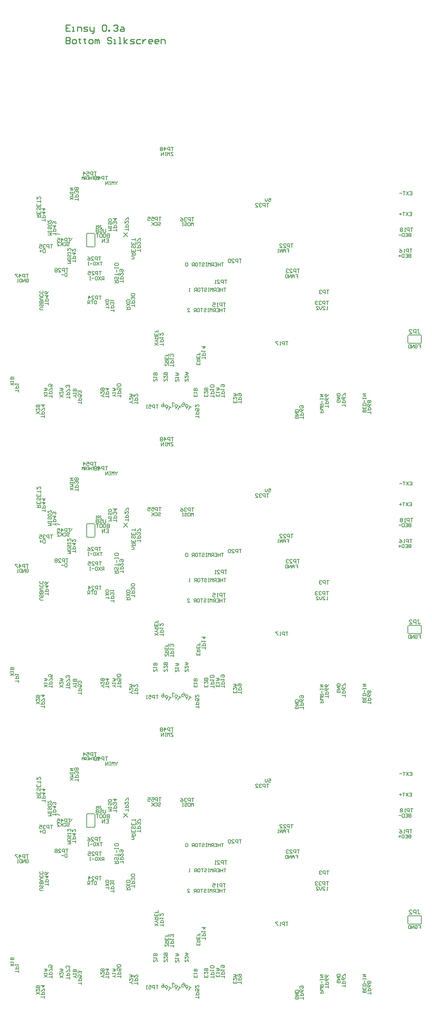
<source format=gbo>
G04 Layer_Color=32896*
%FSLAX24Y24*%
%MOIN*%
G70*
G01*
G75*
%ADD10C,0.0070*%
%ADD12C,0.0100*%
%ADD15C,0.0080*%
%ADD142C,0.0060*%
%ADD143C,0.0050*%
G54D10*
X52144Y21851D02*
X52278D01*
X52211D01*
Y21518D01*
X52278Y21451D01*
X52344D01*
X52411Y21518D01*
X52011Y21451D02*
Y21851D01*
X51811D01*
X51745Y21784D01*
Y21651D01*
X51811Y21584D01*
X52011D01*
X51345Y21451D02*
X51611D01*
X51345Y21718D01*
Y21784D01*
X51411Y21851D01*
X51545D01*
X51611Y21784D01*
X52144Y49843D02*
X52278D01*
X52211D01*
Y49510D01*
X52278Y49443D01*
X52344D01*
X52411Y49510D01*
X52011Y49443D02*
Y49843D01*
X51811D01*
X51745Y49776D01*
Y49643D01*
X51811Y49576D01*
X52011D01*
X51345Y49443D02*
X51611D01*
X51345Y49710D01*
Y49776D01*
X51411Y49843D01*
X51545D01*
X51611Y49776D01*
X52144Y77835D02*
X52278D01*
X52211D01*
Y77502D01*
X52278Y77435D01*
X52344D01*
X52411Y77502D01*
X52011Y77435D02*
Y77835D01*
X51811D01*
X51745Y77769D01*
Y77635D01*
X51811Y77569D01*
X52011D01*
X51345Y77435D02*
X51611D01*
X51345Y77702D01*
Y77769D01*
X51411Y77835D01*
X51545D01*
X51611Y77769D01*
G54D12*
X18200Y106000D02*
Y105400D01*
X18500D01*
X18600Y105500D01*
Y105600D01*
X18500Y105700D01*
X18200D01*
X18500D01*
X18600Y105800D01*
Y105900D01*
X18500Y106000D01*
X18200D01*
X18900Y105400D02*
X19100D01*
X19200Y105500D01*
Y105700D01*
X19100Y105800D01*
X18900D01*
X18800Y105700D01*
Y105500D01*
X18900Y105400D01*
X19500Y105900D02*
Y105800D01*
X19400D01*
X19600D01*
X19500D01*
Y105500D01*
X19600Y105400D01*
X19999Y105900D02*
Y105800D01*
X19899D01*
X20099D01*
X19999D01*
Y105500D01*
X20099Y105400D01*
X20499D02*
X20699D01*
X20799Y105500D01*
Y105700D01*
X20699Y105800D01*
X20499D01*
X20399Y105700D01*
Y105500D01*
X20499Y105400D01*
X20999D02*
Y105800D01*
X21099D01*
X21199Y105700D01*
Y105400D01*
Y105700D01*
X21299Y105800D01*
X21399Y105700D01*
Y105400D01*
X22599Y105900D02*
X22499Y106000D01*
X22299D01*
X22199Y105900D01*
Y105800D01*
X22299Y105700D01*
X22499D01*
X22599Y105600D01*
Y105500D01*
X22499Y105400D01*
X22299D01*
X22199Y105500D01*
X22799Y105400D02*
X22998D01*
X22898D01*
Y105800D01*
X22799D01*
X23298Y105400D02*
X23498D01*
X23398D01*
Y106000D01*
X23298D01*
X23798Y105400D02*
Y106000D01*
Y105600D02*
X24098Y105800D01*
X23798Y105600D02*
X24098Y105400D01*
X24398D02*
X24698D01*
X24798Y105500D01*
X24698Y105600D01*
X24498D01*
X24398Y105700D01*
X24498Y105800D01*
X24798D01*
X25398D02*
X25098D01*
X24998Y105700D01*
Y105500D01*
X25098Y105400D01*
X25398D01*
X25598Y105800D02*
Y105400D01*
Y105600D01*
X25698Y105700D01*
X25798Y105800D01*
X25898D01*
X26497Y105400D02*
X26297D01*
X26197Y105500D01*
Y105700D01*
X26297Y105800D01*
X26497D01*
X26597Y105700D01*
Y105600D01*
X26197D01*
X27097Y105400D02*
X26897D01*
X26797Y105500D01*
Y105700D01*
X26897Y105800D01*
X27097D01*
X27197Y105700D01*
Y105600D01*
X26797D01*
X27397Y105400D02*
Y105800D01*
X27697D01*
X27797Y105700D01*
Y105400D01*
X18600Y107200D02*
X18200D01*
Y106600D01*
X18600D01*
X18200Y106900D02*
X18400D01*
X18800Y106600D02*
X19000D01*
X18900D01*
Y107000D01*
X18800D01*
X19300Y106600D02*
Y107000D01*
X19600D01*
X19700Y106900D01*
Y106600D01*
X19899D02*
X20199D01*
X20299Y106700D01*
X20199Y106800D01*
X19999D01*
X19899Y106900D01*
X19999Y107000D01*
X20299D01*
X20499D02*
Y106700D01*
X20599Y106600D01*
X20899D01*
Y106500D01*
X20799Y106400D01*
X20699D01*
X20899Y106600D02*
Y107000D01*
X21699Y107100D02*
X21799Y107200D01*
X21999D01*
X22099Y107100D01*
Y106700D01*
X21999Y106600D01*
X21799D01*
X21699Y106700D01*
Y107100D01*
X22299Y106600D02*
Y106700D01*
X22399D01*
Y106600D01*
X22299D01*
X22799Y107100D02*
X22898Y107200D01*
X23098D01*
X23198Y107100D01*
Y107000D01*
X23098Y106900D01*
X22998D01*
X23098D01*
X23198Y106800D01*
Y106700D01*
X23098Y106600D01*
X22898D01*
X22799Y106700D01*
X23498Y107000D02*
X23698D01*
X23798Y106900D01*
Y106600D01*
X23498D01*
X23398Y106700D01*
X23498Y106800D01*
X23798D01*
G54D15*
X23781Y31171D02*
X24171Y30781D01*
X23771D02*
X24161Y31171D01*
X18651Y30401D02*
X18821Y30631D01*
X17341Y31091D02*
X17601Y31001D01*
X23781Y59163D02*
X24171Y58773D01*
X23771D02*
X24161Y59163D01*
X18651Y58393D02*
X18821Y58623D01*
X17341Y59083D02*
X17601Y58993D01*
X23781Y87155D02*
X24171Y86765D01*
X23771D02*
X24161Y87155D01*
X18651Y86385D02*
X18821Y86615D01*
X17341Y87075D02*
X17601Y86985D01*
G54D142*
X20900Y29813D02*
X20971Y29842D01*
X21000Y29913D01*
Y31013D02*
X20971Y31083D01*
X20900Y31113D01*
X20300D02*
X20230Y31083D01*
X20200Y31013D01*
Y29913D02*
X20230Y29842D01*
X20300Y29813D01*
X51228Y20608D02*
X51258Y20538D01*
X51329Y20508D01*
X52428D02*
X52499Y20538D01*
X52529Y20608D01*
Y21209D02*
X52499Y21279D01*
X52428Y21309D01*
X51329D02*
X51258Y21279D01*
X51228Y21209D01*
X20200Y29913D02*
Y31013D01*
X20300Y31113D02*
X20900D01*
X20300Y29813D02*
X20900D01*
X21000Y29913D02*
Y31013D01*
X51329Y21309D02*
X52428D01*
X52529Y20608D02*
Y21209D01*
X51228Y20608D02*
Y21209D01*
X51329Y20508D02*
X52428D01*
X27401Y32681D02*
X27168D01*
X27284D01*
Y32331D01*
X27051D02*
Y32681D01*
X26876D01*
X26818Y32623D01*
Y32506D01*
X26876Y32448D01*
X27051D01*
X26468Y32681D02*
X26701D01*
Y32506D01*
X26585Y32564D01*
X26526D01*
X26468Y32506D01*
Y32389D01*
X26526Y32331D01*
X26643D01*
X26701Y32389D01*
X26118Y32681D02*
X26351D01*
Y32506D01*
X26235Y32564D01*
X26176D01*
X26118Y32506D01*
Y32389D01*
X26176Y32331D01*
X26293D01*
X26351Y32389D01*
X21151Y37041D02*
X20918D01*
X21034D01*
Y36691D01*
X20801D02*
Y37041D01*
X20626D01*
X20568Y36983D01*
Y36866D01*
X20626Y36808D01*
X20801D01*
X20218Y37041D02*
X20451D01*
Y36866D01*
X20335Y36924D01*
X20276D01*
X20218Y36866D01*
Y36749D01*
X20276Y36691D01*
X20393D01*
X20451Y36749D01*
X19926Y36691D02*
Y37041D01*
X20101Y36866D01*
X19868D01*
X16941Y30031D02*
X16708D01*
X16824D01*
Y29681D01*
X16591D02*
Y30031D01*
X16416D01*
X16358Y29973D01*
Y29856D01*
X16416Y29798D01*
X16591D01*
X16241Y29973D02*
X16183Y30031D01*
X16066D01*
X16008Y29973D01*
Y29914D01*
X16066Y29856D01*
X16125D01*
X16066D01*
X16008Y29798D01*
Y29739D01*
X16066Y29681D01*
X16183D01*
X16241Y29739D01*
X15658Y30031D02*
X15891D01*
Y29856D01*
X15775Y29914D01*
X15716D01*
X15658Y29856D01*
Y29739D01*
X15716Y29681D01*
X15833D01*
X15891Y29739D01*
X18421Y27731D02*
X18188D01*
X18304D01*
Y27381D01*
X18071D02*
Y27731D01*
X17896D01*
X17838Y27673D01*
Y27556D01*
X17896Y27498D01*
X18071D01*
X17488Y27381D02*
X17721D01*
X17488Y27614D01*
Y27673D01*
X17546Y27731D01*
X17663D01*
X17721Y27673D01*
X17371D02*
X17313Y27731D01*
X17196D01*
X17138Y27673D01*
Y27614D01*
X17196Y27556D01*
X17138Y27498D01*
Y27439D01*
X17196Y27381D01*
X17313D01*
X17371Y27439D01*
Y27498D01*
X17313Y27556D01*
X17371Y27614D01*
Y27673D01*
X17313Y27556D02*
X17196D01*
X24251Y31361D02*
Y31594D01*
Y31478D01*
X23901D01*
Y31711D02*
X24251D01*
Y31886D01*
X24193Y31944D01*
X24076D01*
X24018Y31886D01*
Y31711D01*
X23901Y32294D02*
Y32061D01*
X24134Y32294D01*
X24193D01*
X24251Y32236D01*
Y32119D01*
X24193Y32061D01*
X24251Y32411D02*
Y32644D01*
X24193D01*
X23959Y32411D01*
X23901D01*
X31681Y19001D02*
Y19234D01*
Y19118D01*
X31331D01*
Y19351D02*
X31681D01*
Y19526D01*
X31623Y19584D01*
X31506D01*
X31448Y19526D01*
Y19351D01*
X31331Y19701D02*
Y19817D01*
Y19759D01*
X31681D01*
X31623Y19701D01*
X31331Y20167D02*
X31681D01*
X31506Y19992D01*
Y20226D01*
X28611Y18261D02*
Y18494D01*
Y18378D01*
X28261D01*
Y18611D02*
X28611D01*
Y18786D01*
X28553Y18844D01*
X28436D01*
X28378Y18786D01*
Y18611D01*
X28261Y18961D02*
Y19077D01*
Y19019D01*
X28611D01*
X28553Y18961D01*
Y19252D02*
X28611Y19311D01*
Y19427D01*
X28553Y19486D01*
X28494D01*
X28436Y19427D01*
Y19369D01*
Y19427D01*
X28378Y19486D01*
X28319D01*
X28261Y19427D01*
Y19311D01*
X28319Y19252D01*
X27621Y20291D02*
Y20524D01*
Y20408D01*
X27271D01*
Y20641D02*
X27621D01*
Y20816D01*
X27563Y20874D01*
X27446D01*
X27388Y20816D01*
Y20641D01*
X27271Y20991D02*
Y21107D01*
Y21049D01*
X27621D01*
X27563Y20991D01*
X27271Y21516D02*
Y21282D01*
X27504Y21516D01*
X27563D01*
X27621Y21457D01*
Y21341D01*
X27563Y21282D01*
X18581Y15191D02*
Y15424D01*
Y15308D01*
X18231D01*
Y15541D02*
X18581D01*
Y15716D01*
X18523Y15774D01*
X18406D01*
X18348Y15716D01*
Y15541D01*
X18581Y15891D02*
Y16124D01*
X18523D01*
X18289Y15891D01*
X18231D01*
X18523Y16241D02*
X18581Y16299D01*
Y16416D01*
X18523Y16474D01*
X18464D01*
X18406Y16416D01*
Y16357D01*
Y16416D01*
X18348Y16474D01*
X18289D01*
X18231Y16416D01*
Y16299D01*
X18289Y16241D01*
X16141Y13341D02*
Y13574D01*
Y13458D01*
X15791D01*
Y13691D02*
X16141D01*
Y13866D01*
X16083Y13924D01*
X15966D01*
X15908Y13866D01*
Y13691D01*
X16141Y14041D02*
Y14274D01*
X16083D01*
X15849Y14041D01*
X15791D01*
Y14566D02*
X16141D01*
X15966Y14391D01*
Y14624D01*
X16888Y15288D02*
Y15522D01*
Y15405D01*
X16538D01*
Y15638D02*
X16888D01*
Y15813D01*
X16830Y15872D01*
X16713D01*
X16655Y15813D01*
Y15638D01*
X16888Y15988D02*
Y16222D01*
X16830D01*
X16597Y15988D01*
X16538D01*
X16888Y16571D02*
Y16338D01*
X16713D01*
X16772Y16455D01*
Y16513D01*
X16713Y16571D01*
X16597D01*
X16538Y16513D01*
Y16396D01*
X16597Y16338D01*
X37811Y34001D02*
X37578D01*
X37694D01*
Y33651D01*
X37461D02*
Y34001D01*
X37286D01*
X37228Y33943D01*
Y33826D01*
X37286Y33768D01*
X37461D01*
X37111Y33943D02*
X37053Y34001D01*
X36936D01*
X36878Y33943D01*
Y33884D01*
X36936Y33826D01*
X36995D01*
X36936D01*
X36878Y33768D01*
Y33709D01*
X36936Y33651D01*
X37053D01*
X37111Y33709D01*
X36528Y33651D02*
X36761D01*
X36528Y33884D01*
Y33943D01*
X36586Y34001D01*
X36703D01*
X36761Y33943D01*
X22851Y23551D02*
Y23784D01*
Y23668D01*
X22501D01*
Y23901D02*
X22851D01*
Y24076D01*
X22793Y24134D01*
X22676D01*
X22618Y24076D01*
Y23901D01*
X22793Y24251D02*
X22851Y24309D01*
Y24426D01*
X22793Y24484D01*
X22734D01*
X22676Y24426D01*
Y24367D01*
Y24426D01*
X22618Y24484D01*
X22559D01*
X22501Y24426D01*
Y24309D01*
X22559Y24251D01*
X22501Y24601D02*
Y24717D01*
Y24659D01*
X22851D01*
X22793Y24601D01*
X24861Y24041D02*
Y24274D01*
Y24158D01*
X24511D01*
Y24391D02*
X24861D01*
Y24566D01*
X24803Y24624D01*
X24686D01*
X24628Y24566D01*
Y24391D01*
X24803Y24741D02*
X24861Y24799D01*
Y24916D01*
X24803Y24974D01*
X24744D01*
X24686Y24916D01*
Y24857D01*
Y24916D01*
X24628Y24974D01*
X24569D01*
X24511Y24916D01*
Y24799D01*
X24569Y24741D01*
X24803Y25091D02*
X24861Y25149D01*
Y25266D01*
X24803Y25324D01*
X24569D01*
X24511Y25266D01*
Y25149D01*
X24569Y25091D01*
X24803D01*
X23751Y26371D02*
Y26604D01*
Y26488D01*
X23401D01*
Y26721D02*
X23751D01*
Y26896D01*
X23693Y26954D01*
X23576D01*
X23518Y26896D01*
Y26721D01*
X23401Y27304D02*
Y27071D01*
X23634Y27304D01*
X23693D01*
X23751Y27246D01*
Y27129D01*
X23693Y27071D01*
X23459Y27421D02*
X23401Y27479D01*
Y27596D01*
X23459Y27654D01*
X23693D01*
X23751Y27596D01*
Y27479D01*
X23693Y27421D01*
X23634D01*
X23576Y27479D01*
Y27654D01*
X21591Y28851D02*
X21358D01*
X21474D01*
Y28501D01*
X21241D02*
Y28851D01*
X21066D01*
X21008Y28793D01*
Y28676D01*
X21066Y28618D01*
X21241D01*
X20658Y28501D02*
X20891D01*
X20658Y28734D01*
Y28793D01*
X20716Y28851D01*
X20833D01*
X20891Y28793D01*
X20308Y28851D02*
X20425Y28793D01*
X20541Y28676D01*
Y28559D01*
X20483Y28501D01*
X20366D01*
X20308Y28559D01*
Y28618D01*
X20366Y28676D01*
X20541D01*
X21641Y27451D02*
X21408D01*
X21524D01*
Y27101D01*
X21291D02*
Y27451D01*
X21116D01*
X21058Y27393D01*
Y27276D01*
X21116Y27218D01*
X21291D01*
X20708Y27101D02*
X20941D01*
X20708Y27334D01*
Y27393D01*
X20766Y27451D01*
X20883D01*
X20941Y27393D01*
X20358Y27451D02*
X20591D01*
Y27276D01*
X20475Y27334D01*
X20416D01*
X20358Y27276D01*
Y27159D01*
X20416Y27101D01*
X20533D01*
X20591Y27159D01*
X21631Y25091D02*
X21398D01*
X21514D01*
Y24741D01*
X21281D02*
Y25091D01*
X21106D01*
X21048Y25033D01*
Y24916D01*
X21106Y24858D01*
X21281D01*
X20698Y24741D02*
X20931D01*
X20698Y24974D01*
Y25033D01*
X20756Y25091D01*
X20873D01*
X20931Y25033D01*
X20406Y24741D02*
Y25091D01*
X20581Y24916D01*
X20348D01*
X51711Y31631D02*
X51478D01*
X51594D01*
Y31281D01*
X51361D02*
Y31631D01*
X51186D01*
X51128Y31573D01*
Y31456D01*
X51186Y31398D01*
X51361D01*
X51011Y31281D02*
X50895D01*
X50953D01*
Y31631D01*
X51011Y31573D01*
X50720D02*
X50661Y31631D01*
X50545D01*
X50486Y31573D01*
Y31514D01*
X50545Y31456D01*
X50486Y31398D01*
Y31339D01*
X50545Y31281D01*
X50661D01*
X50720Y31339D01*
Y31398D01*
X50661Y31456D01*
X50720Y31514D01*
Y31573D01*
X50661Y31456D02*
X50545D01*
X39661Y20681D02*
X39428D01*
X39544D01*
Y20331D01*
X39311D02*
Y20681D01*
X39136D01*
X39078Y20623D01*
Y20506D01*
X39136Y20448D01*
X39311D01*
X38961Y20331D02*
X38845D01*
X38903D01*
Y20681D01*
X38961Y20623D01*
X38670Y20681D02*
X38436D01*
Y20623D01*
X38670Y20389D01*
Y20331D01*
X51631Y29611D02*
X51398D01*
X51514D01*
Y29261D01*
X51281D02*
Y29611D01*
X51106D01*
X51048Y29553D01*
Y29436D01*
X51106Y29378D01*
X51281D01*
X50931Y29261D02*
X50815D01*
X50873D01*
Y29611D01*
X50931Y29553D01*
X50406Y29611D02*
X50523Y29553D01*
X50640Y29436D01*
Y29319D01*
X50581Y29261D01*
X50465D01*
X50406Y29319D01*
Y29378D01*
X50465Y29436D01*
X50640D01*
X43611Y25631D02*
X43378D01*
X43494D01*
Y25281D01*
X43261D02*
Y25631D01*
X43086D01*
X43028Y25573D01*
Y25456D01*
X43086Y25398D01*
X43261D01*
X42911Y25573D02*
X42853Y25631D01*
X42736D01*
X42678Y25573D01*
Y25514D01*
X42736Y25456D01*
X42795D01*
X42736D01*
X42678Y25398D01*
Y25339D01*
X42736Y25281D01*
X42853D01*
X42911Y25339D01*
X33751Y26621D02*
X33518D01*
X33634D01*
Y26271D01*
X33401D02*
Y26621D01*
X33226D01*
X33168Y26563D01*
Y26446D01*
X33226Y26388D01*
X33401D01*
X32818Y26271D02*
X33051D01*
X32818Y26504D01*
Y26563D01*
X32876Y26621D01*
X32993D01*
X33051Y26563D01*
X32701Y26271D02*
X32585D01*
X32643D01*
Y26621D01*
X32701Y26563D01*
X35161Y28641D02*
X34928D01*
X35044D01*
Y28291D01*
X34811D02*
Y28641D01*
X34636D01*
X34578Y28583D01*
Y28466D01*
X34636Y28408D01*
X34811D01*
X34228Y28291D02*
X34461D01*
X34228Y28524D01*
Y28583D01*
X34286Y28641D01*
X34403D01*
X34461Y28583D01*
X34111D02*
X34053Y28641D01*
X33936D01*
X33878Y28583D01*
Y28349D01*
X33936Y28291D01*
X34053D01*
X34111Y28349D01*
Y28583D01*
X33621Y24401D02*
X33388D01*
X33504D01*
Y24051D01*
X33271D02*
Y24401D01*
X33096D01*
X33038Y24343D01*
Y24226D01*
X33096Y24168D01*
X33271D01*
X32921Y24051D02*
X32805D01*
X32863D01*
Y24401D01*
X32921Y24343D01*
X32396Y24401D02*
X32630D01*
Y24226D01*
X32513Y24284D01*
X32455D01*
X32396Y24226D01*
Y24109D01*
X32455Y24051D01*
X32571D01*
X32630Y24109D01*
X23101Y31301D02*
Y31534D01*
Y31418D01*
X22751D01*
Y31651D02*
X23101D01*
Y31826D01*
X23043Y31884D01*
X22926D01*
X22868Y31826D01*
Y31651D01*
X23043Y32001D02*
X23101Y32059D01*
Y32176D01*
X23043Y32234D01*
X22984D01*
X22926Y32176D01*
Y32117D01*
Y32176D01*
X22868Y32234D01*
X22809D01*
X22751Y32176D01*
Y32059D01*
X22809Y32001D01*
X22751Y32526D02*
X23101D01*
X22926Y32351D01*
Y32584D01*
X30571Y32641D02*
X30338D01*
X30454D01*
Y32291D01*
X30221D02*
Y32641D01*
X30046D01*
X29988Y32583D01*
Y32466D01*
X30046Y32408D01*
X30221D01*
X29871Y32583D02*
X29813Y32641D01*
X29696D01*
X29638Y32583D01*
Y32524D01*
X29696Y32466D01*
X29755D01*
X29696D01*
X29638Y32408D01*
Y32349D01*
X29696Y32291D01*
X29813D01*
X29871Y32349D01*
X29288Y32641D02*
X29405Y32583D01*
X29521Y32466D01*
Y32349D01*
X29463Y32291D01*
X29346D01*
X29288Y32349D01*
Y32408D01*
X29346Y32466D01*
X29521D01*
X25411Y29351D02*
Y29584D01*
Y29468D01*
X25061D01*
Y29701D02*
X25411D01*
Y29876D01*
X25353Y29934D01*
X25236D01*
X25178Y29876D01*
Y29701D01*
X25353Y30051D02*
X25411Y30109D01*
Y30226D01*
X25353Y30284D01*
X25294D01*
X25236Y30226D01*
Y30167D01*
Y30226D01*
X25178Y30284D01*
X25119D01*
X25061Y30226D01*
Y30109D01*
X25119Y30051D01*
X25411Y30401D02*
Y30634D01*
X25353D01*
X25119Y30401D01*
X25061D01*
X19411Y34261D02*
Y34494D01*
Y34378D01*
X19061D01*
Y34611D02*
X19411D01*
Y34786D01*
X19353Y34844D01*
X19236D01*
X19178Y34786D01*
Y34611D01*
X19353Y34961D02*
X19411Y35019D01*
Y35136D01*
X19353Y35194D01*
X19294D01*
X19236Y35136D01*
Y35077D01*
Y35136D01*
X19178Y35194D01*
X19119D01*
X19061Y35136D01*
Y35019D01*
X19119Y34961D01*
X19353Y35311D02*
X19411Y35369D01*
Y35486D01*
X19353Y35544D01*
X19294D01*
X19236Y35486D01*
X19178Y35544D01*
X19119D01*
X19061Y35486D01*
Y35369D01*
X19119Y35311D01*
X19178D01*
X19236Y35369D01*
X19294Y35311D01*
X19353D01*
X19236Y35369D02*
Y35486D01*
X22241Y36621D02*
X22008D01*
X22124D01*
Y36271D01*
X21891D02*
Y36621D01*
X21716D01*
X21658Y36563D01*
Y36446D01*
X21716Y36388D01*
X21891D01*
X21366Y36271D02*
Y36621D01*
X21541Y36446D01*
X21308D01*
X21191Y36563D02*
X21133Y36621D01*
X21016D01*
X20958Y36563D01*
Y36329D01*
X21016Y36271D01*
X21133D01*
X21191Y36329D01*
Y36563D01*
X19151Y28331D02*
Y28564D01*
Y28448D01*
X18801D01*
Y28681D02*
X19151D01*
Y28856D01*
X19093Y28914D01*
X18976D01*
X18918Y28856D01*
Y28681D01*
X18801Y29206D02*
X19151D01*
X18976Y29031D01*
Y29264D01*
X18801Y29614D02*
Y29381D01*
X19034Y29614D01*
X19093D01*
X19151Y29556D01*
Y29439D01*
X19093Y29381D01*
X17251Y30951D02*
Y31184D01*
Y31068D01*
X16901D01*
Y31301D02*
X17251D01*
Y31476D01*
X17193Y31534D01*
X17076D01*
X17018Y31476D01*
Y31301D01*
X16901Y31826D02*
X17251D01*
X17076Y31651D01*
Y31884D01*
X17193Y32001D02*
X17251Y32059D01*
Y32176D01*
X17193Y32234D01*
X17134D01*
X17076Y32176D01*
Y32117D01*
Y32176D01*
X17018Y32234D01*
X16959D01*
X16901Y32176D01*
Y32059D01*
X16959Y32001D01*
X16231Y32261D02*
Y32494D01*
Y32378D01*
X15881D01*
Y32611D02*
X16231D01*
Y32786D01*
X16173Y32844D01*
X16056D01*
X15998Y32786D01*
Y32611D01*
X15881Y33136D02*
X16231D01*
X16056Y32961D01*
Y33194D01*
X15881Y33486D02*
X16231D01*
X16056Y33311D01*
Y33544D01*
X18651Y30641D02*
X18418D01*
X18534D01*
Y30291D01*
X18301D02*
Y30641D01*
X18126D01*
X18068Y30583D01*
Y30466D01*
X18126Y30408D01*
X18301D01*
X17776Y30291D02*
Y30641D01*
X17951Y30466D01*
X17718D01*
X17368Y30641D02*
X17601D01*
Y30466D01*
X17485Y30524D01*
X17426D01*
X17368Y30466D01*
Y30349D01*
X17426Y30291D01*
X17543D01*
X17601Y30349D01*
X16521Y24221D02*
Y24454D01*
Y24338D01*
X16171D01*
Y24571D02*
X16521D01*
Y24746D01*
X16463Y24804D01*
X16346D01*
X16288Y24746D01*
Y24571D01*
X16171Y25096D02*
X16521D01*
X16346Y24921D01*
Y25154D01*
X16521Y25504D02*
X16463Y25387D01*
X16346Y25271D01*
X16229D01*
X16171Y25329D01*
Y25446D01*
X16229Y25504D01*
X16288D01*
X16346Y25446D01*
Y25271D01*
X14591Y27191D02*
X14358D01*
X14474D01*
Y26841D01*
X14241D02*
Y27191D01*
X14066D01*
X14008Y27133D01*
Y27016D01*
X14066Y26958D01*
X14241D01*
X13716Y26841D02*
Y27191D01*
X13891Y27016D01*
X13658D01*
X13541Y27191D02*
X13308D01*
Y27133D01*
X13541Y26899D01*
Y26841D01*
X28591Y39421D02*
X28358D01*
X28474D01*
Y39071D01*
X28241D02*
Y39421D01*
X28066D01*
X28008Y39363D01*
Y39246D01*
X28066Y39188D01*
X28241D01*
X27716Y39071D02*
Y39421D01*
X27891Y39246D01*
X27658D01*
X27541Y39363D02*
X27483Y39421D01*
X27366D01*
X27308Y39363D01*
Y39304D01*
X27366Y39246D01*
X27308Y39188D01*
Y39129D01*
X27366Y39071D01*
X27483D01*
X27541Y39129D01*
Y39188D01*
X27483Y39246D01*
X27541Y39304D01*
Y39363D01*
X27483Y39246D02*
X27366D01*
X43561Y14321D02*
Y14554D01*
Y14438D01*
X43211D01*
Y14671D02*
X43561D01*
Y14846D01*
X43503Y14904D01*
X43386D01*
X43328Y14846D01*
Y14671D01*
X43561Y15254D02*
X43503Y15137D01*
X43386Y15021D01*
X43269D01*
X43211Y15079D01*
Y15196D01*
X43269Y15254D01*
X43328D01*
X43386Y15196D01*
Y15021D01*
X43561Y15604D02*
X43503Y15487D01*
X43386Y15371D01*
X43269D01*
X43211Y15429D01*
Y15546D01*
X43269Y15604D01*
X43328D01*
X43386Y15546D01*
Y15371D01*
X45191Y14411D02*
Y14644D01*
Y14528D01*
X44841D01*
Y14761D02*
X45191D01*
Y14936D01*
X45133Y14994D01*
X45016D01*
X44958Y14936D01*
Y14761D01*
X45191Y15344D02*
X45133Y15227D01*
X45016Y15111D01*
X44899D01*
X44841Y15169D01*
Y15286D01*
X44899Y15344D01*
X44958D01*
X45016Y15286D01*
Y15111D01*
X45191Y15461D02*
Y15694D01*
X45133D01*
X44899Y15461D01*
X44841D01*
X47651Y13721D02*
Y13954D01*
Y13838D01*
X47301D01*
Y14071D02*
X47651D01*
Y14246D01*
X47593Y14304D01*
X47476D01*
X47418Y14246D01*
Y14071D01*
X47651Y14654D02*
X47593Y14537D01*
X47476Y14421D01*
X47359D01*
X47301Y14479D01*
Y14596D01*
X47359Y14654D01*
X47418D01*
X47476Y14596D01*
Y14421D01*
X47593Y14771D02*
X47651Y14829D01*
Y14946D01*
X47593Y15004D01*
X47534D01*
X47476Y14946D01*
X47418Y15004D01*
X47359D01*
X47301Y14946D01*
Y14829D01*
X47359Y14771D01*
X47418D01*
X47476Y14829D01*
X47534Y14771D01*
X47593D01*
X47476Y14829D02*
Y14946D01*
X41141Y13241D02*
Y13474D01*
Y13358D01*
X40791D01*
Y13591D02*
X41141D01*
Y13766D01*
X41083Y13824D01*
X40966D01*
X40908Y13766D01*
Y13591D01*
X41141Y14174D02*
X41083Y14057D01*
X40966Y13941D01*
X40849D01*
X40791Y13999D01*
Y14116D01*
X40849Y14174D01*
X40908D01*
X40966Y14116D01*
Y13941D01*
X40849Y14291D02*
X40791Y14349D01*
Y14466D01*
X40849Y14524D01*
X41083D01*
X41141Y14466D01*
Y14349D01*
X41083Y14291D01*
X41024D01*
X40966Y14349D01*
Y14524D01*
X13661Y15811D02*
Y16044D01*
Y15928D01*
X13311D01*
Y16161D02*
X13661D01*
Y16336D01*
X13603Y16394D01*
X13486D01*
X13428Y16336D01*
Y16161D01*
X13311Y16511D02*
Y16627D01*
Y16569D01*
X13661D01*
X13603Y16511D01*
X25141Y14661D02*
Y14894D01*
Y14778D01*
X24791D01*
Y15011D02*
X25141D01*
Y15186D01*
X25083Y15244D01*
X24966D01*
X24908Y15186D01*
Y15011D01*
X24791Y15594D02*
Y15361D01*
X25024Y15594D01*
X25083D01*
X25141Y15536D01*
Y15419D01*
X25083Y15361D01*
X22361Y15271D02*
Y15504D01*
Y15388D01*
X22011D01*
Y15621D02*
X22361D01*
Y15796D01*
X22303Y15854D01*
X22186D01*
X22128Y15796D01*
Y15621D01*
X22011Y16146D02*
X22361D01*
X22186Y15971D01*
Y16204D01*
X23511Y15311D02*
Y15544D01*
Y15428D01*
X23161D01*
Y15661D02*
X23511D01*
Y15836D01*
X23453Y15894D01*
X23336D01*
X23278Y15836D01*
Y15661D01*
X23511Y16244D02*
Y16011D01*
X23336D01*
X23394Y16127D01*
Y16186D01*
X23336Y16244D01*
X23219D01*
X23161Y16186D01*
Y16069D01*
X23219Y16011D01*
X23453Y16361D02*
X23511Y16419D01*
Y16536D01*
X23453Y16594D01*
X23219D01*
X23161Y16536D01*
Y16419D01*
X23219Y16361D01*
X23453D01*
X19721Y14661D02*
Y14894D01*
Y14778D01*
X19371D01*
Y15011D02*
X19721D01*
Y15186D01*
X19663Y15244D01*
X19546D01*
X19488Y15186D01*
Y15011D01*
X19721Y15594D02*
Y15361D01*
X19546D01*
X19604Y15477D01*
Y15536D01*
X19546Y15594D01*
X19429D01*
X19371Y15536D01*
Y15419D01*
X19429Y15361D01*
X19663Y15711D02*
X19721Y15769D01*
Y15886D01*
X19663Y15944D01*
X19604D01*
X19546Y15886D01*
Y15827D01*
Y15886D01*
X19488Y15944D01*
X19429D01*
X19371Y15886D01*
Y15769D01*
X19429Y15711D01*
X30326Y14344D02*
X30124Y14461D01*
X30225Y14402D01*
X30050Y14099D01*
X29848Y14216D02*
X30023Y14519D01*
X29871Y14606D01*
X29792Y14585D01*
X29733Y14484D01*
X29755Y14404D01*
X29906Y14317D01*
X29518Y14811D02*
X29720Y14694D01*
X29632Y14542D01*
X29561Y14651D01*
X29510Y14680D01*
X29430Y14659D01*
X29372Y14558D01*
X29393Y14478D01*
X29495Y14420D01*
X29574Y14441D01*
X28386Y14304D02*
X28184Y14421D01*
X28285Y14362D01*
X28110Y14059D01*
X27908Y14176D02*
X28083Y14479D01*
X27931Y14566D01*
X27852Y14545D01*
X27793Y14444D01*
X27815Y14364D01*
X27966Y14277D01*
X27578Y14771D02*
X27650Y14662D01*
X27692Y14502D01*
X27634Y14401D01*
X27555Y14380D01*
X27453Y14438D01*
X27432Y14518D01*
X27461Y14569D01*
X27541Y14590D01*
X27692Y14502D01*
X29306Y14344D02*
X29104Y14461D01*
X29205Y14402D01*
X29030Y14099D01*
X28828Y14216D02*
X29003Y14519D01*
X28851Y14606D01*
X28772Y14585D01*
X28713Y14484D01*
X28735Y14404D01*
X28886Y14317D01*
X28700Y14694D02*
X28498Y14811D01*
X28469Y14760D01*
X28554Y14441D01*
X28525Y14391D01*
X27131Y14581D02*
X26898D01*
X27014D01*
Y14231D01*
X26781D02*
Y14581D01*
X26606D01*
X26548Y14523D01*
Y14406D01*
X26606Y14348D01*
X26781D01*
X26198Y14581D02*
X26431D01*
Y14406D01*
X26315Y14464D01*
X26256D01*
X26198Y14406D01*
Y14289D01*
X26256Y14231D01*
X26373D01*
X26431Y14289D01*
X26081Y14231D02*
X25965D01*
X26023D01*
Y14581D01*
X26081Y14523D01*
X35161Y14731D02*
Y14964D01*
Y14848D01*
X34811D01*
Y15081D02*
X35161D01*
Y15256D01*
X35103Y15314D01*
X34986D01*
X34928Y15256D01*
Y15081D01*
X34869Y15431D02*
X34811Y15489D01*
Y15606D01*
X34869Y15664D01*
X35103D01*
X35161Y15606D01*
Y15489D01*
X35103Y15431D01*
X35044D01*
X34986Y15489D01*
Y15664D01*
X32511Y15281D02*
Y15514D01*
Y15398D01*
X32161D01*
Y15631D02*
X32511D01*
Y15806D01*
X32453Y15864D01*
X32336D01*
X32278Y15806D01*
Y15631D01*
X32161Y15981D02*
Y16097D01*
Y16039D01*
X32511D01*
X32453Y15981D01*
Y16272D02*
X32511Y16331D01*
Y16447D01*
X32453Y16506D01*
X32219D01*
X32161Y16447D01*
Y16331D01*
X32219Y16272D01*
X32453D01*
X33521Y15301D02*
Y15534D01*
Y15418D01*
X33171D01*
Y15651D02*
X33521D01*
Y15826D01*
X33463Y15884D01*
X33346D01*
X33288Y15826D01*
Y15651D01*
X33171Y16001D02*
Y16117D01*
Y16059D01*
X33521D01*
X33463Y16001D01*
X33229Y16292D02*
X33171Y16351D01*
Y16467D01*
X33229Y16526D01*
X33463D01*
X33521Y16467D01*
Y16351D01*
X33463Y16292D01*
X33404D01*
X33346Y16351D01*
Y16526D01*
X31061Y13321D02*
Y13554D01*
Y13438D01*
X30711D01*
Y13671D02*
X31061D01*
Y13846D01*
X31003Y13904D01*
X30886D01*
X30828Y13846D01*
Y13671D01*
X31061Y14254D02*
Y14021D01*
X30886D01*
X30944Y14137D01*
Y14196D01*
X30886Y14254D01*
X30769D01*
X30711Y14196D01*
Y14079D01*
X30769Y14021D01*
X30711Y14604D02*
Y14371D01*
X30944Y14604D01*
X31003D01*
X31061Y14546D01*
Y14429D01*
X31003Y14371D01*
X40141Y30101D02*
X39908D01*
X40024D01*
Y29751D01*
X39791D02*
Y30101D01*
X39616D01*
X39558Y30043D01*
Y29926D01*
X39616Y29868D01*
X39791D01*
X39208Y29751D02*
X39441D01*
X39208Y29984D01*
Y30043D01*
X39266Y30101D01*
X39383D01*
X39441Y30043D01*
X38858Y29751D02*
X39091D01*
X38858Y29984D01*
Y30043D01*
X38916Y30101D01*
X39033D01*
X39091Y30043D01*
X40751Y27661D02*
X40518D01*
X40634D01*
Y27311D01*
X40401D02*
Y27661D01*
X40226D01*
X40168Y27603D01*
Y27486D01*
X40226Y27428D01*
X40401D01*
X39818Y27311D02*
X40051D01*
X39818Y27544D01*
Y27603D01*
X39876Y27661D01*
X39993D01*
X40051Y27603D01*
X39701D02*
X39643Y27661D01*
X39526D01*
X39468Y27603D01*
Y27544D01*
X39526Y27486D01*
X39585D01*
X39526D01*
X39468Y27428D01*
Y27369D01*
X39526Y27311D01*
X39643D01*
X39701Y27369D01*
X43571Y24581D02*
X43338D01*
X43454D01*
Y24231D01*
X43221D02*
Y24581D01*
X43046D01*
X42988Y24523D01*
Y24406D01*
X43046Y24348D01*
X43221D01*
X42871Y24523D02*
X42813Y24581D01*
X42696D01*
X42638Y24523D01*
Y24464D01*
X42696Y24406D01*
X42755D01*
X42696D01*
X42638Y24348D01*
Y24289D01*
X42696Y24231D01*
X42813D01*
X42871Y24289D01*
X42521Y24523D02*
X42463Y24581D01*
X42346D01*
X42288Y24523D01*
Y24464D01*
X42346Y24406D01*
X42405D01*
X42346D01*
X42288Y24348D01*
Y24289D01*
X42346Y24231D01*
X42463D01*
X42521Y24289D01*
X13191Y16461D02*
X12871Y16674D01*
X13191D02*
X12871Y16461D01*
Y16781D02*
Y16888D01*
Y16834D01*
X13191D01*
X13138Y16781D01*
X13191Y17047D02*
X12871D01*
Y17207D01*
X12924Y17261D01*
X12978D01*
X13031Y17207D01*
Y17047D01*
Y17207D01*
X13084Y17261D01*
X13138D01*
X13191Y17207D01*
Y17047D01*
X16421Y15371D02*
X16101Y15584D01*
X16421D02*
X16101Y15371D01*
Y15691D02*
Y15798D01*
Y15744D01*
X16421D01*
X16368Y15691D01*
X16101Y15957D02*
X16314D01*
X16421Y16064D01*
X16314Y16171D01*
X16101D01*
X16261D01*
Y15957D01*
X17951Y15321D02*
X17631Y15534D01*
X17951D02*
X17631Y15321D01*
Y15854D02*
Y15641D01*
X17844Y15854D01*
X17898D01*
X17951Y15801D01*
Y15694D01*
X17898Y15641D01*
X17631Y15961D02*
X17844D01*
X17951Y16067D01*
X17844Y16174D01*
X17631D01*
X17791D01*
Y15961D01*
X51385Y35138D02*
X51599D01*
Y34818D01*
X51385D01*
X51599Y34978D02*
X51492D01*
X51279Y35138D02*
X51065Y34818D01*
Y35138D02*
X51279Y34818D01*
X50959Y35138D02*
X50745D01*
X50852D01*
Y34818D01*
X50639Y34978D02*
X50426D01*
X51355Y33138D02*
X51568D01*
Y32819D01*
X51355D01*
X51568Y32978D02*
X51462D01*
X51249Y33138D02*
X51035Y32819D01*
Y33138D02*
X51249Y32819D01*
X50929Y33138D02*
X50715D01*
X50822D01*
Y32819D01*
X50609Y32978D02*
X50396D01*
X50502Y33085D02*
Y32872D01*
X51508Y31118D02*
Y30798D01*
X51349D01*
X51295Y30852D01*
Y30905D01*
X51349Y30958D01*
X51508D01*
X51349D01*
X51295Y31012D01*
Y31065D01*
X51349Y31118D01*
X51508D01*
X50975D02*
X51189D01*
Y30798D01*
X50975D01*
X51189Y30958D02*
X51082D01*
X50869Y31118D02*
Y30798D01*
X50709D01*
X50655Y30852D01*
Y31065D01*
X50709Y31118D01*
X50869D01*
X50549Y30958D02*
X50336D01*
X51498Y29108D02*
Y28788D01*
X51339D01*
X51285Y28842D01*
Y28895D01*
X51339Y28948D01*
X51498D01*
X51339D01*
X51285Y29002D01*
Y29055D01*
X51339Y29108D01*
X51498D01*
X50965D02*
X51179D01*
Y28788D01*
X50965D01*
X51179Y28948D02*
X51072D01*
X50859Y29108D02*
Y28788D01*
X50699D01*
X50645Y28842D01*
Y29055D01*
X50699Y29108D01*
X50859D01*
X50539Y28948D02*
X50326D01*
X50432Y29055D02*
Y28842D01*
X16001Y23741D02*
X15734D01*
X15681Y23794D01*
Y23901D01*
X15734Y23954D01*
X16001D01*
X15948Y24274D02*
X16001Y24221D01*
Y24114D01*
X15948Y24061D01*
X15894D01*
X15841Y24114D01*
Y24221D01*
X15788Y24274D01*
X15734D01*
X15681Y24221D01*
Y24114D01*
X15734Y24061D01*
X16001Y24381D02*
X15681D01*
Y24541D01*
X15734Y24594D01*
X15788D01*
X15841Y24541D01*
Y24381D01*
Y24541D01*
X15894Y24594D01*
X15948D01*
X16001Y24541D01*
Y24381D01*
Y24701D02*
X15788D01*
X15681Y24807D01*
X15788Y24914D01*
X16001D01*
X15948Y25234D02*
X16001Y25181D01*
Y25074D01*
X15948Y25021D01*
X15734D01*
X15681Y25074D01*
Y25181D01*
X15734Y25234D01*
X15948Y25554D02*
X16001Y25500D01*
Y25394D01*
X15948Y25341D01*
X15734D01*
X15681Y25394D01*
Y25500D01*
X15734Y25554D01*
X14378Y26668D02*
X14431Y26721D01*
X14538D01*
X14591Y26668D01*
Y26454D01*
X14538Y26401D01*
X14431D01*
X14378Y26454D01*
Y26561D01*
X14484D01*
X14271Y26401D02*
Y26721D01*
X14058Y26401D01*
Y26721D01*
X13951D02*
Y26401D01*
X13791D01*
X13738Y26454D01*
Y26668D01*
X13791Y26721D01*
X13951D01*
X13631Y26401D02*
X13525D01*
X13578D01*
Y26721D01*
X13631Y26668D01*
X18321Y27261D02*
Y26941D01*
X18161D01*
X18108Y26994D01*
Y27208D01*
X18161Y27261D01*
X18321D01*
X18001Y27101D02*
X17788D01*
X16201Y29571D02*
Y29251D01*
X16041D01*
X15988Y29304D01*
Y29518D01*
X16041Y29571D01*
X16201D01*
X15881Y29411D02*
X15668D01*
X15774Y29518D02*
Y29304D01*
X37768Y34481D02*
X37981D01*
Y34321D01*
X37874Y34374D01*
X37821D01*
X37768Y34321D01*
Y34214D01*
X37821Y34161D01*
X37928D01*
X37981Y34214D01*
X37661Y34481D02*
Y34268D01*
X37555Y34161D01*
X37448Y34268D01*
Y34481D01*
X30521Y31831D02*
Y32151D01*
X30414Y32044D01*
X30308Y32151D01*
Y31831D01*
X30041Y32151D02*
X30148D01*
X30201Y32098D01*
Y31884D01*
X30148Y31831D01*
X30041D01*
X29988Y31884D01*
Y32098D01*
X30041Y32151D01*
X29668Y32098D02*
X29721Y32151D01*
X29828D01*
X29881Y32098D01*
Y32044D01*
X29828Y31991D01*
X29721D01*
X29668Y31938D01*
Y31884D01*
X29721Y31831D01*
X29828D01*
X29881Y31884D01*
X29561Y32151D02*
X29455D01*
X29508D01*
Y31831D01*
X29561D01*
X29455D01*
X27128Y32128D02*
X27181Y32181D01*
X27288D01*
X27341Y32128D01*
Y32074D01*
X27288Y32021D01*
X27181D01*
X27128Y31968D01*
Y31914D01*
X27181Y31861D01*
X27288D01*
X27341Y31914D01*
X26808Y32128D02*
X26861Y32181D01*
X26968D01*
X27021Y32128D01*
Y31914D01*
X26968Y31861D01*
X26861D01*
X26808Y31914D01*
X26701Y32181D02*
Y31861D01*
Y31968D01*
X26488Y32181D01*
X26648Y32021D01*
X26488Y31861D01*
X22311Y31381D02*
X22631D01*
X22524Y31488D01*
X22631Y31594D01*
X22311D01*
X22631Y31701D02*
Y31808D01*
Y31754D01*
X22311D01*
Y31701D01*
Y31808D01*
X22578Y32181D02*
X22631Y32127D01*
Y32021D01*
X22578Y31967D01*
X22524D01*
X22471Y32021D01*
Y32127D01*
X22418Y32181D01*
X22364D01*
X22311Y32127D01*
Y32021D01*
X22364Y31967D01*
X22631Y32447D02*
Y32341D01*
X22578Y32287D01*
X22364D01*
X22311Y32341D01*
Y32447D01*
X22364Y32501D01*
X22578D01*
X22631Y32447D01*
X28551Y38921D02*
X28338D01*
Y38868D01*
X28551Y38654D01*
Y38601D01*
X28338D01*
X28231D02*
Y38921D01*
X28124Y38814D01*
X28018Y38921D01*
Y38601D01*
X27911Y38921D02*
X27805D01*
X27858D01*
Y38601D01*
X27911D01*
X27805D01*
X27645D02*
Y38921D01*
X27431Y38601D01*
Y38921D01*
X23171Y36121D02*
Y36068D01*
X23064Y35961D01*
X22958Y36068D01*
Y36121D01*
X23064Y35961D02*
Y35801D01*
X22851D02*
Y36121D01*
X22745Y36014D01*
X22638Y36121D01*
Y35801D01*
X22531Y36121D02*
X22425D01*
X22478D01*
Y35801D01*
X22531D01*
X22425D01*
X22265D02*
Y36121D01*
X22051Y35801D01*
Y36121D01*
X18931Y34371D02*
X18611Y34584D01*
X18931D02*
X18611Y34371D01*
Y34691D02*
X18931D01*
X18824Y34798D01*
X18931Y34904D01*
X18611D01*
X18931Y35011D02*
Y35117D01*
Y35064D01*
X18611D01*
Y35011D01*
Y35117D01*
Y35277D02*
X18931D01*
X18611Y35491D01*
X18931D01*
X16491Y30931D02*
X16811D01*
X16704Y31038D01*
X16811Y31144D01*
X16491D01*
X16811Y31251D02*
Y31358D01*
Y31304D01*
X16491D01*
Y31251D01*
Y31358D01*
X16758Y31731D02*
X16811Y31677D01*
Y31571D01*
X16758Y31518D01*
X16704D01*
X16651Y31571D01*
Y31677D01*
X16598Y31731D01*
X16544D01*
X16491Y31677D01*
Y31571D01*
X16544Y31518D01*
X16811Y31997D02*
Y31891D01*
X16758Y31837D01*
X16544D01*
X16491Y31891D01*
Y31997D01*
X16544Y32051D01*
X16758D01*
X16811Y31997D01*
X16491Y32371D02*
Y32157D01*
X16704Y32371D01*
X16758D01*
X16811Y32317D01*
Y32211D01*
X16758Y32157D01*
X18328Y30178D02*
X18381Y30231D01*
X18488D01*
X18541Y30178D01*
Y30124D01*
X18488Y30071D01*
X18381D01*
X18328Y30018D01*
Y29964D01*
X18381Y29911D01*
X18488D01*
X18541Y29964D01*
X18008Y30178D02*
X18061Y30231D01*
X18168D01*
X18221Y30178D01*
Y29964D01*
X18168Y29911D01*
X18061D01*
X18008Y29964D01*
X17901Y30231D02*
Y29911D01*
Y30018D01*
X17688Y30231D01*
X17848Y30071D01*
X17688Y29911D01*
X17368D02*
X17581D01*
X17368Y30124D01*
Y30178D01*
X17421Y30231D01*
X17528D01*
X17581Y30178D01*
X18371Y28221D02*
X18691D01*
X18584Y28328D01*
X18691Y28434D01*
X18371D01*
X18691Y28701D02*
Y28594D01*
X18638Y28541D01*
X18424D01*
X18371Y28594D01*
Y28701D01*
X18424Y28754D01*
X18638D01*
X18691Y28701D01*
X18638Y29074D02*
X18691Y29021D01*
Y28914D01*
X18638Y28861D01*
X18584D01*
X18531Y28914D01*
Y29021D01*
X18478Y29074D01*
X18424D01*
X18371Y29021D01*
Y28914D01*
X18424Y28861D01*
X18691Y29181D02*
Y29287D01*
Y29234D01*
X18371D01*
Y29181D01*
Y29287D01*
Y29661D02*
Y29447D01*
X18584Y29661D01*
X18638D01*
X18691Y29607D01*
Y29501D01*
X18638Y29447D01*
X21721Y28351D02*
X21508D01*
X21614D01*
Y28031D01*
X21401Y28351D02*
X21188Y28031D01*
Y28351D02*
X21401Y28031D01*
X21081Y28298D02*
X21028Y28351D01*
X20921D01*
X20868Y28298D01*
Y28084D01*
X20921Y28031D01*
X21028D01*
X21081Y28084D01*
Y28298D01*
X20761Y28191D02*
X20548D01*
X20441Y28351D02*
X20335D01*
X20388D01*
Y28031D01*
X20441D01*
X20335D01*
X21161Y24621D02*
Y24301D01*
X21001D01*
X20948Y24354D01*
Y24568D01*
X21001Y24621D01*
X21161D01*
X20841D02*
X20628D01*
X20735D01*
Y24301D01*
X20521D02*
Y24621D01*
X20361D01*
X20308Y24568D01*
Y24461D01*
X20361Y24408D01*
X20521D01*
X20415D02*
X20308Y24301D01*
X22361Y23871D02*
Y24084D01*
Y23978D01*
X22041D01*
X22361Y24191D02*
X22041Y24404D01*
X22361D02*
X22041Y24191D01*
X22308Y24511D02*
X22361Y24564D01*
Y24671D01*
X22308Y24724D01*
X22094D01*
X22041Y24671D01*
Y24564D01*
X22094Y24511D01*
X22308D01*
X33611Y23871D02*
X33398D01*
X33504D01*
Y23551D01*
X33291Y23871D02*
Y23551D01*
Y23711D01*
X33078D01*
Y23871D01*
Y23551D01*
X32758Y23871D02*
X32971D01*
Y23551D01*
X32758D01*
X32971Y23711D02*
X32865D01*
X32651Y23551D02*
Y23871D01*
X32491D01*
X32438Y23818D01*
Y23711D01*
X32491Y23658D01*
X32651D01*
X32545D02*
X32438Y23551D01*
X32331D02*
Y23871D01*
X32225Y23764D01*
X32118Y23871D01*
Y23551D01*
X32012Y23871D02*
X31905D01*
X31958D01*
Y23551D01*
X32012D01*
X31905D01*
X31532Y23818D02*
X31585Y23871D01*
X31692D01*
X31745Y23818D01*
Y23764D01*
X31692Y23711D01*
X31585D01*
X31532Y23658D01*
Y23604D01*
X31585Y23551D01*
X31692D01*
X31745Y23604D01*
X31425Y23871D02*
X31212D01*
X31318D01*
Y23551D01*
X30945Y23871D02*
X31052D01*
X31105Y23818D01*
Y23604D01*
X31052Y23551D01*
X30945D01*
X30892Y23604D01*
Y23818D01*
X30945Y23871D01*
X30785Y23551D02*
Y23871D01*
X30625D01*
X30572Y23818D01*
Y23711D01*
X30625Y23658D01*
X30785D01*
X30679D02*
X30572Y23551D01*
X29932D02*
X30145D01*
X29932Y23764D01*
Y23818D01*
X29986Y23871D01*
X30092D01*
X30145Y23818D01*
X33661Y25831D02*
X33448D01*
X33554D01*
Y25511D01*
X33341Y25831D02*
Y25511D01*
Y25671D01*
X33128D01*
Y25831D01*
Y25511D01*
X32808Y25831D02*
X33021D01*
Y25511D01*
X32808D01*
X33021Y25671D02*
X32915D01*
X32701Y25511D02*
Y25831D01*
X32541D01*
X32488Y25778D01*
Y25671D01*
X32541Y25618D01*
X32701D01*
X32595D02*
X32488Y25511D01*
X32381D02*
Y25831D01*
X32275Y25724D01*
X32168Y25831D01*
Y25511D01*
X32062Y25831D02*
X31955D01*
X32008D01*
Y25511D01*
X32062D01*
X31955D01*
X31582Y25778D02*
X31635Y25831D01*
X31742D01*
X31795Y25778D01*
Y25724D01*
X31742Y25671D01*
X31635D01*
X31582Y25618D01*
Y25564D01*
X31635Y25511D01*
X31742D01*
X31795Y25564D01*
X31475Y25831D02*
X31262D01*
X31368D01*
Y25511D01*
X30995Y25831D02*
X31102D01*
X31155Y25778D01*
Y25564D01*
X31102Y25511D01*
X30995D01*
X30942Y25564D01*
Y25778D01*
X30995Y25831D01*
X30835Y25511D02*
Y25831D01*
X30675D01*
X30622Y25778D01*
Y25671D01*
X30675Y25618D01*
X30835D01*
X30729D02*
X30622Y25511D01*
X30195D02*
X30089D01*
X30142D01*
Y25831D01*
X30195Y25778D01*
X33431Y28271D02*
X33218D01*
X33324D01*
Y27951D01*
X33111Y28271D02*
Y27951D01*
Y28111D01*
X32898D01*
Y28271D01*
Y27951D01*
X32578Y28271D02*
X32791D01*
Y27951D01*
X32578D01*
X32791Y28111D02*
X32685D01*
X32471Y27951D02*
Y28271D01*
X32311D01*
X32258Y28218D01*
Y28111D01*
X32311Y28058D01*
X32471D01*
X32365D02*
X32258Y27951D01*
X32151D02*
Y28271D01*
X32045Y28164D01*
X31938Y28271D01*
Y27951D01*
X31832Y28271D02*
X31725D01*
X31778D01*
Y27951D01*
X31832D01*
X31725D01*
X31352Y28218D02*
X31405Y28271D01*
X31512D01*
X31565Y28218D01*
Y28164D01*
X31512Y28111D01*
X31405D01*
X31352Y28058D01*
Y28004D01*
X31405Y27951D01*
X31512D01*
X31565Y28004D01*
X31245Y28271D02*
X31032D01*
X31138D01*
Y27951D01*
X30765Y28271D02*
X30872D01*
X30925Y28218D01*
Y28004D01*
X30872Y27951D01*
X30765D01*
X30712Y28004D01*
Y28218D01*
X30765Y28271D01*
X30605Y27951D02*
Y28271D01*
X30445D01*
X30392Y28218D01*
Y28111D01*
X30445Y28058D01*
X30605D01*
X30499D02*
X30392Y27951D01*
X29965Y28218D02*
X29912Y28271D01*
X29806D01*
X29752Y28218D01*
Y28004D01*
X29806Y27951D01*
X29912D01*
X29965Y28004D01*
Y28218D01*
X39508Y29611D02*
X39721D01*
Y29451D01*
X39614D01*
X39721D01*
Y29291D01*
X39401D02*
Y29504D01*
X39295Y29611D01*
X39188Y29504D01*
Y29291D01*
Y29451D01*
X39401D01*
X39081Y29291D02*
Y29611D01*
X38868Y29291D01*
Y29611D01*
X38761Y29291D02*
X38655D01*
X38708D01*
Y29611D01*
X38761Y29558D01*
X40365Y27138D02*
X40578D01*
Y26978D01*
X40472D01*
X40578D01*
Y26818D01*
X40259D02*
Y27032D01*
X40152Y27138D01*
X40045Y27032D01*
Y26818D01*
Y26978D01*
X40259D01*
X39939Y26818D02*
Y27138D01*
X39725Y26818D01*
Y27138D01*
X39619Y27085D02*
X39565Y27138D01*
X39459D01*
X39406Y27085D01*
Y26872D01*
X39459Y26818D01*
X39565D01*
X39619Y26872D01*
Y27085D01*
X43488Y23758D02*
X43382D01*
X43435D01*
Y24078D01*
X43488Y24025D01*
X43009Y23758D02*
X43222D01*
X43009Y23972D01*
Y24025D01*
X43062Y24078D01*
X43169D01*
X43222Y24025D01*
X42902Y24078D02*
Y23865D01*
X42795Y23758D01*
X42689Y23865D01*
Y24078D01*
X42369Y23758D02*
X42582D01*
X42369Y23972D01*
Y24025D01*
X42422Y24078D01*
X42529D01*
X42582Y24025D01*
X47188Y13879D02*
X46869D01*
Y14038D01*
X46922Y14092D01*
X46975D01*
X47028Y14038D01*
Y13879D01*
Y14038D01*
X47082Y14092D01*
X47135D01*
X47188Y14038D01*
Y13879D01*
Y14412D02*
Y14198D01*
X46869D01*
Y14412D01*
X47028Y14198D02*
Y14305D01*
X47188Y14518D02*
X46869D01*
Y14678D01*
X46922Y14732D01*
X47135D01*
X47188Y14678D01*
Y14518D01*
X47028Y14838D02*
Y15051D01*
X47188Y15158D02*
Y15265D01*
Y15211D01*
X46869D01*
Y15158D01*
Y15265D01*
Y15425D02*
X47188D01*
X46869Y15638D01*
X47188D01*
X44638Y15034D02*
X44691Y14981D01*
Y14874D01*
X44638Y14821D01*
X44424D01*
X44371Y14874D01*
Y14981D01*
X44424Y15034D01*
X44531D01*
Y14928D01*
X44371Y15141D02*
X44691D01*
X44371Y15354D01*
X44691D01*
Y15461D02*
X44371D01*
Y15621D01*
X44424Y15674D01*
X44638D01*
X44691Y15621D01*
Y15461D01*
X42738Y13819D02*
X43058D01*
Y13978D01*
X43005Y14032D01*
X42898D01*
X42845Y13978D01*
Y13819D01*
X43058Y14138D02*
X42738D01*
X42845Y14245D01*
X42738Y14352D01*
X43058D01*
X42738Y14458D02*
X43058D01*
Y14618D01*
X43005Y14672D01*
X42898D01*
X42845Y14618D01*
Y14458D01*
Y14565D02*
X42738Y14672D01*
X42898Y14778D02*
Y14991D01*
X43058Y15098D02*
Y15205D01*
Y15151D01*
X42738D01*
Y15098D01*
Y15205D01*
Y15365D02*
X43058D01*
X42738Y15578D01*
X43058D01*
X40625Y13482D02*
X40678Y13428D01*
Y13322D01*
X40625Y13269D01*
X40412D01*
X40359Y13322D01*
Y13428D01*
X40412Y13482D01*
X40518D01*
Y13375D01*
X40359Y13588D02*
X40678D01*
X40359Y13802D01*
X40678D01*
Y13908D02*
X40359D01*
Y14068D01*
X40412Y14122D01*
X40625D01*
X40678Y14068D01*
Y13908D01*
X52225Y20368D02*
X52439D01*
Y20208D01*
X52332D01*
X52439D01*
Y20048D01*
X51905Y20315D02*
X51959Y20368D01*
X52065D01*
X52119Y20315D01*
Y20102D01*
X52065Y20048D01*
X51959D01*
X51905Y20102D01*
Y20208D01*
X52012D01*
X51799Y20048D02*
Y20368D01*
X51585Y20048D01*
Y20368D01*
X51479D02*
Y20048D01*
X51319D01*
X51266Y20102D01*
Y20315D01*
X51319Y20368D01*
X51479D01*
X30891Y15574D02*
Y15361D01*
X30571D01*
Y15574D01*
X30731Y15361D02*
Y15468D01*
X30571Y15681D02*
Y15788D01*
Y15734D01*
X30891D01*
X30838Y15681D01*
X30891Y15948D02*
X30571D01*
Y16107D01*
X30624Y16161D01*
X30678D01*
X30731Y16107D01*
Y15948D01*
Y16107D01*
X30784Y16161D01*
X30838D01*
X30891Y16107D01*
Y15948D01*
X33041Y15624D02*
Y15411D01*
X32721D01*
Y15624D01*
X32881Y15411D02*
Y15518D01*
X32721Y15731D02*
Y15838D01*
Y15784D01*
X33041D01*
X32988Y15731D01*
X32721Y15998D02*
X32934D01*
X33041Y16104D01*
X32934Y16211D01*
X32721D01*
X32881D01*
Y15998D01*
X34698Y15002D02*
Y14789D01*
X34378D01*
Y15002D01*
X34538Y14789D02*
Y14895D01*
X34378Y15322D02*
Y15108D01*
X34592Y15322D01*
X34645D01*
X34698Y15268D01*
Y15162D01*
X34645Y15108D01*
X34378Y15428D02*
X34592D01*
X34698Y15535D01*
X34592Y15642D01*
X34378D01*
X34538D01*
Y15428D01*
X31901Y15584D02*
Y15371D01*
X31581D01*
Y15584D01*
X31741Y15371D02*
Y15478D01*
X31581Y15904D02*
Y15691D01*
X31794Y15904D01*
X31848D01*
X31901Y15851D01*
Y15744D01*
X31848Y15691D01*
X31901Y16011D02*
X31581D01*
Y16171D01*
X31634Y16224D01*
X31688D01*
X31741Y16171D01*
Y16011D01*
Y16171D01*
X31794Y16224D01*
X31848D01*
X31901Y16171D01*
Y16011D01*
X28008Y16868D02*
Y17082D01*
X27955D01*
X27742Y16868D01*
X27689D01*
Y17082D01*
Y17402D02*
Y17188D01*
X27902Y17402D01*
X27955D01*
X28008Y17348D01*
Y17242D01*
X27955Y17188D01*
X28008Y17508D02*
X27689D01*
Y17668D01*
X27742Y17722D01*
X27795D01*
X27848Y17668D01*
Y17508D01*
Y17668D01*
X27902Y17722D01*
X27955D01*
X28008Y17668D01*
Y17508D01*
X30018Y16848D02*
Y17062D01*
X29965D01*
X29752Y16848D01*
X29699D01*
Y17062D01*
Y17382D02*
Y17168D01*
X29912Y17382D01*
X29965D01*
X30018Y17328D01*
Y17222D01*
X29965Y17168D01*
X29699Y17488D02*
X29912D01*
X30018Y17595D01*
X29912Y17702D01*
X29699D01*
X29858D01*
Y17488D01*
X29111Y16831D02*
Y17044D01*
X29058D01*
X28844Y16831D01*
X28791D01*
Y17044D01*
Y17151D02*
Y17258D01*
Y17204D01*
X29111D01*
X29058Y17151D01*
X28791Y17418D02*
X29004D01*
X29111Y17524D01*
X29004Y17631D01*
X28791D01*
X28951D01*
Y17418D01*
X26998Y16868D02*
Y17082D01*
X26945D01*
X26732Y16868D01*
X26679D01*
Y17082D01*
Y17188D02*
Y17295D01*
Y17242D01*
X26998D01*
X26945Y17188D01*
X26998Y17455D02*
X26679D01*
Y17615D01*
X26732Y17668D01*
X26785D01*
X26838Y17615D01*
Y17455D01*
Y17615D01*
X26892Y17668D01*
X26945D01*
X26998Y17615D01*
Y17455D01*
X21901Y15351D02*
X21848D01*
X21741Y15458D01*
X21848Y15564D01*
X21901D01*
X21741Y15458D02*
X21581D01*
Y15884D02*
Y15671D01*
X21794Y15884D01*
X21848D01*
X21901Y15831D01*
Y15724D01*
X21848Y15671D01*
X21901Y15991D02*
X21581D01*
Y16151D01*
X21634Y16204D01*
X21688D01*
X21741Y16151D01*
Y15991D01*
Y16151D01*
X21794Y16204D01*
X21848D01*
X21901Y16151D01*
Y15991D01*
X24671Y14741D02*
X24618D01*
X24511Y14848D01*
X24618Y14954D01*
X24671D01*
X24511Y14848D02*
X24351D01*
Y15274D02*
Y15061D01*
X24564Y15274D01*
X24618D01*
X24671Y15221D01*
Y15114D01*
X24618Y15061D01*
X24351Y15381D02*
X24564D01*
X24671Y15487D01*
X24564Y15594D01*
X24351D01*
X24511D01*
Y15381D01*
X23031Y15361D02*
X22978D01*
X22871Y15468D01*
X22978Y15574D01*
X23031D01*
X22871Y15468D02*
X22711D01*
Y15681D02*
Y15788D01*
Y15734D01*
X23031D01*
X22978Y15681D01*
X22711Y15948D02*
X22924D01*
X23031Y16054D01*
X22924Y16161D01*
X22711D01*
X22871D01*
Y15948D01*
X19241Y15321D02*
X19188D01*
X19081Y15428D01*
X19188Y15534D01*
X19241D01*
X19081Y15428D02*
X18921D01*
Y15641D02*
Y15748D01*
Y15694D01*
X19241D01*
X19188Y15641D01*
X19241Y15907D02*
X18921D01*
Y16067D01*
X18974Y16121D01*
X19028D01*
X19081Y16067D01*
Y15907D01*
Y16067D01*
X19134Y16121D01*
X19188D01*
X19241Y16067D01*
Y15907D01*
X15681Y13721D02*
X15361Y13934D01*
X15681D02*
X15361Y13721D01*
Y14254D02*
Y14041D01*
X15574Y14254D01*
X15628D01*
X15681Y14201D01*
Y14094D01*
X15628Y14041D01*
X15681Y14361D02*
X15361D01*
Y14521D01*
X15414Y14574D01*
X15468D01*
X15521Y14521D01*
Y14361D01*
Y14521D01*
X15574Y14574D01*
X15628D01*
X15681Y14521D01*
Y14361D01*
X31161Y18664D02*
Y18451D01*
X30841D01*
Y18664D01*
X31001Y18451D02*
Y18558D01*
X30841Y18771D02*
X31161D01*
Y18931D01*
X31108Y18984D01*
X31001D01*
X30948Y18931D01*
Y18771D01*
Y18878D02*
X30841Y18984D01*
X31161Y19304D02*
Y19091D01*
X30841D01*
Y19304D01*
X31001Y19091D02*
Y19197D01*
X31161Y19624D02*
Y19411D01*
X31001D01*
Y19517D01*
Y19411D01*
X30841D01*
X28101Y18351D02*
Y18564D01*
X28048D01*
X27834Y18351D01*
X27781D01*
Y18564D01*
Y18671D02*
X28101D01*
Y18831D01*
X28048Y18884D01*
X27941D01*
X27888Y18831D01*
Y18671D01*
Y18778D02*
X27781Y18884D01*
X28101Y19204D02*
Y18991D01*
X27781D01*
Y19204D01*
X27941Y18991D02*
Y19097D01*
X28101Y19524D02*
Y19311D01*
X27941D01*
Y19417D01*
Y19311D01*
X27781D01*
X27108Y20319D02*
X26788Y20532D01*
X27108D02*
X26788Y20319D01*
X27108Y20638D02*
X27055D01*
X26948Y20745D01*
X27055Y20852D01*
X27108D01*
X26948Y20745D02*
X26788D01*
Y20958D02*
X27108D01*
Y21118D01*
X27055Y21172D01*
X26948D01*
X26895Y21118D01*
Y20958D01*
Y21065D02*
X26788Y21172D01*
X27108Y21491D02*
Y21278D01*
X26788D01*
Y21491D01*
X26948Y21278D02*
Y21385D01*
X27108Y21811D02*
Y21598D01*
X26948D01*
Y21705D01*
Y21598D01*
X26788D01*
X24051Y23781D02*
X24401D01*
Y23956D01*
X24343Y24014D01*
X24226D01*
X24168Y23956D01*
Y23781D01*
Y23898D02*
X24051Y24014D01*
X24401Y24131D02*
X24051Y24364D01*
X24401D02*
X24051Y24131D01*
X24343Y24481D02*
X24401Y24539D01*
Y24656D01*
X24343Y24714D01*
X24109D01*
X24051Y24656D01*
Y24539D01*
X24109Y24481D01*
X24343D01*
X22931Y26331D02*
X23281D01*
Y26506D01*
X23223Y26564D01*
X23106D01*
X23048Y26506D01*
Y26331D01*
Y26448D02*
X22931Y26564D01*
X23223Y26914D02*
X23281Y26856D01*
Y26739D01*
X23223Y26681D01*
X23164D01*
X23106Y26739D01*
Y26856D01*
X23048Y26914D01*
X22989D01*
X22931Y26856D01*
Y26739D01*
X22989Y26681D01*
X23281Y27031D02*
Y27264D01*
Y27147D01*
X22931D01*
X23106Y27381D02*
Y27614D01*
X23281Y27731D02*
Y27847D01*
Y27789D01*
X22931D01*
Y27731D01*
Y27847D01*
X23281Y28197D02*
Y28080D01*
X23223Y28022D01*
X22989D01*
X22931Y28080D01*
Y28197D01*
X22989Y28255D01*
X23223D01*
X23281Y28197D01*
X21891Y26611D02*
Y26931D01*
X21731D01*
X21678Y26878D01*
Y26771D01*
X21731Y26718D01*
X21891D01*
X21784D02*
X21678Y26611D01*
X21571Y26931D02*
X21358Y26611D01*
Y26931D02*
X21571Y26611D01*
X21251Y26878D02*
X21198Y26931D01*
X21091D01*
X21038Y26878D01*
Y26664D01*
X21091Y26611D01*
X21198D01*
X21251Y26664D01*
Y26878D01*
X20931Y26771D02*
X20718D01*
X20611Y26931D02*
X20505D01*
X20558D01*
Y26611D01*
X20611D01*
X20505D01*
X22061Y31531D02*
Y31239D01*
X22003Y31181D01*
X21886D01*
X21828Y31239D01*
Y31531D01*
X21478Y31473D02*
X21536Y31531D01*
X21653D01*
X21711Y31473D01*
Y31414D01*
X21653Y31356D01*
X21536D01*
X21478Y31298D01*
Y31239D01*
X21536Y31181D01*
X21653D01*
X21711Y31239D01*
X21361Y31531D02*
Y31181D01*
X21186D01*
X21128Y31239D01*
Y31298D01*
X21186Y31356D01*
X21361D01*
X21186D01*
X21128Y31414D01*
Y31473D01*
X21186Y31531D01*
X21361D01*
X22401Y31071D02*
Y30721D01*
X22226D01*
X22168Y30779D01*
Y30838D01*
X22226Y30896D01*
X22401D01*
X22226D01*
X22168Y30954D01*
Y31013D01*
X22226Y31071D01*
X22401D01*
X21876D02*
X21993D01*
X22051Y31013D01*
Y30779D01*
X21993Y30721D01*
X21876D01*
X21818Y30779D01*
Y31013D01*
X21876Y31071D01*
X21526D02*
X21643D01*
X21701Y31013D01*
Y30779D01*
X21643Y30721D01*
X21526D01*
X21468Y30779D01*
Y31013D01*
X21526Y31071D01*
X21351D02*
X21118D01*
X21235D01*
Y30721D01*
X22078Y30591D02*
X22311D01*
Y30241D01*
X22078D01*
X22311Y30416D02*
X22194D01*
X21961Y30241D02*
Y30591D01*
X21728Y30241D01*
Y30591D01*
X15431Y32671D02*
X15781D01*
Y32846D01*
X15723Y32904D01*
X15606D01*
X15548Y32846D01*
Y32671D01*
Y32788D02*
X15431Y32904D01*
X15781Y33254D02*
Y33021D01*
X15431D01*
Y33254D01*
X15606Y33021D02*
Y33138D01*
X15723Y33604D02*
X15781Y33546D01*
Y33429D01*
X15723Y33371D01*
X15664D01*
X15606Y33429D01*
Y33546D01*
X15548Y33604D01*
X15489D01*
X15431Y33546D01*
Y33429D01*
X15489Y33371D01*
X15781Y33954D02*
Y33721D01*
X15431D01*
Y33954D01*
X15606Y33721D02*
Y33837D01*
X15781Y34071D02*
Y34304D01*
Y34187D01*
X15431D01*
Y34654D02*
Y34420D01*
X15664Y34654D01*
X15723D01*
X15781Y34595D01*
Y34479D01*
X15723Y34420D01*
X24551Y28651D02*
X24784D01*
Y28826D01*
X24726Y28884D01*
X24551D01*
Y29001D02*
X24901D01*
Y29176D01*
X24843Y29234D01*
X24726D01*
X24668Y29176D01*
Y29001D01*
Y29118D02*
X24551Y29234D01*
X24901Y29584D02*
Y29351D01*
X24551D01*
Y29584D01*
X24726Y29351D02*
Y29467D01*
X24843Y29934D02*
X24901Y29876D01*
Y29759D01*
X24843Y29701D01*
X24784D01*
X24726Y29759D01*
Y29876D01*
X24668Y29934D01*
X24609D01*
X24551Y29876D01*
Y29759D01*
X24609Y29701D01*
X24901Y30284D02*
Y30051D01*
X24551D01*
Y30284D01*
X24726Y30051D02*
Y30167D01*
X24901Y30400D02*
Y30634D01*
Y30517D01*
X24551D01*
X20900Y57805D02*
X20971Y57834D01*
X21000Y57905D01*
Y59005D02*
X20971Y59075D01*
X20900Y59105D01*
X20300D02*
X20230Y59075D01*
X20200Y59005D01*
Y57905D02*
X20230Y57834D01*
X20300Y57805D01*
X51228Y48601D02*
X51258Y48530D01*
X51329Y48501D01*
X52428D02*
X52499Y48530D01*
X52529Y48601D01*
Y49201D02*
X52499Y49271D01*
X52428Y49301D01*
X51329D02*
X51258Y49271D01*
X51228Y49201D01*
X20200Y57905D02*
Y59005D01*
X20300Y59105D02*
X20900D01*
X20300Y57805D02*
X20900D01*
X21000Y57905D02*
Y59005D01*
X51329Y49301D02*
X52428D01*
X52529Y48601D02*
Y49201D01*
X51228Y48601D02*
Y49201D01*
X51329Y48501D02*
X52428D01*
X27401Y60673D02*
X27168D01*
X27284D01*
Y60323D01*
X27051D02*
Y60673D01*
X26876D01*
X26818Y60615D01*
Y60498D01*
X26876Y60440D01*
X27051D01*
X26468Y60673D02*
X26701D01*
Y60498D01*
X26585Y60556D01*
X26526D01*
X26468Y60498D01*
Y60381D01*
X26526Y60323D01*
X26643D01*
X26701Y60381D01*
X26118Y60673D02*
X26351D01*
Y60498D01*
X26235Y60556D01*
X26176D01*
X26118Y60498D01*
Y60381D01*
X26176Y60323D01*
X26293D01*
X26351Y60381D01*
X21151Y65033D02*
X20918D01*
X21034D01*
Y64683D01*
X20801D02*
Y65033D01*
X20626D01*
X20568Y64975D01*
Y64858D01*
X20626Y64800D01*
X20801D01*
X20218Y65033D02*
X20451D01*
Y64858D01*
X20335Y64916D01*
X20276D01*
X20218Y64858D01*
Y64741D01*
X20276Y64683D01*
X20393D01*
X20451Y64741D01*
X19926Y64683D02*
Y65033D01*
X20101Y64858D01*
X19868D01*
X16941Y58023D02*
X16708D01*
X16824D01*
Y57673D01*
X16591D02*
Y58023D01*
X16416D01*
X16358Y57965D01*
Y57848D01*
X16416Y57790D01*
X16591D01*
X16241Y57965D02*
X16183Y58023D01*
X16066D01*
X16008Y57965D01*
Y57906D01*
X16066Y57848D01*
X16125D01*
X16066D01*
X16008Y57790D01*
Y57731D01*
X16066Y57673D01*
X16183D01*
X16241Y57731D01*
X15658Y58023D02*
X15891D01*
Y57848D01*
X15775Y57906D01*
X15716D01*
X15658Y57848D01*
Y57731D01*
X15716Y57673D01*
X15833D01*
X15891Y57731D01*
X18421Y55723D02*
X18188D01*
X18304D01*
Y55373D01*
X18071D02*
Y55723D01*
X17896D01*
X17838Y55665D01*
Y55548D01*
X17896Y55490D01*
X18071D01*
X17488Y55373D02*
X17721D01*
X17488Y55606D01*
Y55665D01*
X17546Y55723D01*
X17663D01*
X17721Y55665D01*
X17371D02*
X17313Y55723D01*
X17196D01*
X17138Y55665D01*
Y55606D01*
X17196Y55548D01*
X17138Y55490D01*
Y55431D01*
X17196Y55373D01*
X17313D01*
X17371Y55431D01*
Y55490D01*
X17313Y55548D01*
X17371Y55606D01*
Y55665D01*
X17313Y55548D02*
X17196D01*
X24251Y59353D02*
Y59586D01*
Y59470D01*
X23901D01*
Y59703D02*
X24251D01*
Y59878D01*
X24193Y59936D01*
X24076D01*
X24018Y59878D01*
Y59703D01*
X23901Y60286D02*
Y60053D01*
X24134Y60286D01*
X24193D01*
X24251Y60228D01*
Y60111D01*
X24193Y60053D01*
X24251Y60403D02*
Y60636D01*
X24193D01*
X23959Y60403D01*
X23901D01*
X31681Y46993D02*
Y47226D01*
Y47110D01*
X31331D01*
Y47343D02*
X31681D01*
Y47518D01*
X31623Y47576D01*
X31506D01*
X31448Y47518D01*
Y47343D01*
X31331Y47693D02*
Y47810D01*
Y47751D01*
X31681D01*
X31623Y47693D01*
X31331Y48159D02*
X31681D01*
X31506Y47984D01*
Y48218D01*
X28611Y46253D02*
Y46486D01*
Y46370D01*
X28261D01*
Y46603D02*
X28611D01*
Y46778D01*
X28553Y46836D01*
X28436D01*
X28378Y46778D01*
Y46603D01*
X28261Y46953D02*
Y47070D01*
Y47011D01*
X28611D01*
X28553Y46953D01*
Y47245D02*
X28611Y47303D01*
Y47419D01*
X28553Y47478D01*
X28494D01*
X28436Y47419D01*
Y47361D01*
Y47419D01*
X28378Y47478D01*
X28319D01*
X28261Y47419D01*
Y47303D01*
X28319Y47245D01*
X27621Y48283D02*
Y48516D01*
Y48400D01*
X27271D01*
Y48633D02*
X27621D01*
Y48808D01*
X27563Y48866D01*
X27446D01*
X27388Y48808D01*
Y48633D01*
X27271Y48983D02*
Y49100D01*
Y49041D01*
X27621D01*
X27563Y48983D01*
X27271Y49508D02*
Y49275D01*
X27504Y49508D01*
X27563D01*
X27621Y49449D01*
Y49333D01*
X27563Y49275D01*
X18581Y43183D02*
Y43416D01*
Y43300D01*
X18231D01*
Y43533D02*
X18581D01*
Y43708D01*
X18523Y43766D01*
X18406D01*
X18348Y43708D01*
Y43533D01*
X18581Y43883D02*
Y44116D01*
X18523D01*
X18289Y43883D01*
X18231D01*
X18523Y44233D02*
X18581Y44291D01*
Y44408D01*
X18523Y44466D01*
X18464D01*
X18406Y44408D01*
Y44349D01*
Y44408D01*
X18348Y44466D01*
X18289D01*
X18231Y44408D01*
Y44291D01*
X18289Y44233D01*
X16141Y41333D02*
Y41566D01*
Y41450D01*
X15791D01*
Y41683D02*
X16141D01*
Y41858D01*
X16083Y41916D01*
X15966D01*
X15908Y41858D01*
Y41683D01*
X16141Y42033D02*
Y42266D01*
X16083D01*
X15849Y42033D01*
X15791D01*
Y42558D02*
X16141D01*
X15966Y42383D01*
Y42616D01*
X16888Y43281D02*
Y43514D01*
Y43397D01*
X16538D01*
Y43631D02*
X16888D01*
Y43805D01*
X16830Y43864D01*
X16713D01*
X16655Y43805D01*
Y43631D01*
X16888Y43980D02*
Y44214D01*
X16830D01*
X16597Y43980D01*
X16538D01*
X16888Y44564D02*
Y44330D01*
X16713D01*
X16772Y44447D01*
Y44505D01*
X16713Y44564D01*
X16597D01*
X16538Y44505D01*
Y44389D01*
X16597Y44330D01*
X37811Y61993D02*
X37578D01*
X37694D01*
Y61643D01*
X37461D02*
Y61993D01*
X37286D01*
X37228Y61935D01*
Y61818D01*
X37286Y61760D01*
X37461D01*
X37111Y61935D02*
X37053Y61993D01*
X36936D01*
X36878Y61935D01*
Y61876D01*
X36936Y61818D01*
X36995D01*
X36936D01*
X36878Y61760D01*
Y61701D01*
X36936Y61643D01*
X37053D01*
X37111Y61701D01*
X36528Y61643D02*
X36761D01*
X36528Y61876D01*
Y61935D01*
X36586Y61993D01*
X36703D01*
X36761Y61935D01*
X22851Y51543D02*
Y51776D01*
Y51660D01*
X22501D01*
Y51893D02*
X22851D01*
Y52068D01*
X22793Y52126D01*
X22676D01*
X22618Y52068D01*
Y51893D01*
X22793Y52243D02*
X22851Y52301D01*
Y52418D01*
X22793Y52476D01*
X22734D01*
X22676Y52418D01*
Y52360D01*
Y52418D01*
X22618Y52476D01*
X22559D01*
X22501Y52418D01*
Y52301D01*
X22559Y52243D01*
X22501Y52593D02*
Y52709D01*
Y52651D01*
X22851D01*
X22793Y52593D01*
X24861Y52033D02*
Y52266D01*
Y52150D01*
X24511D01*
Y52383D02*
X24861D01*
Y52558D01*
X24803Y52616D01*
X24686D01*
X24628Y52558D01*
Y52383D01*
X24803Y52733D02*
X24861Y52791D01*
Y52908D01*
X24803Y52966D01*
X24744D01*
X24686Y52908D01*
Y52850D01*
Y52908D01*
X24628Y52966D01*
X24569D01*
X24511Y52908D01*
Y52791D01*
X24569Y52733D01*
X24803Y53083D02*
X24861Y53141D01*
Y53258D01*
X24803Y53316D01*
X24569D01*
X24511Y53258D01*
Y53141D01*
X24569Y53083D01*
X24803D01*
X23751Y54363D02*
Y54596D01*
Y54480D01*
X23401D01*
Y54713D02*
X23751D01*
Y54888D01*
X23693Y54946D01*
X23576D01*
X23518Y54888D01*
Y54713D01*
X23401Y55296D02*
Y55063D01*
X23634Y55296D01*
X23693D01*
X23751Y55238D01*
Y55121D01*
X23693Y55063D01*
X23459Y55413D02*
X23401Y55471D01*
Y55588D01*
X23459Y55646D01*
X23693D01*
X23751Y55588D01*
Y55471D01*
X23693Y55413D01*
X23634D01*
X23576Y55471D01*
Y55646D01*
X21591Y56843D02*
X21358D01*
X21474D01*
Y56493D01*
X21241D02*
Y56843D01*
X21066D01*
X21008Y56785D01*
Y56668D01*
X21066Y56610D01*
X21241D01*
X20658Y56493D02*
X20891D01*
X20658Y56726D01*
Y56785D01*
X20716Y56843D01*
X20833D01*
X20891Y56785D01*
X20308Y56843D02*
X20425Y56785D01*
X20541Y56668D01*
Y56551D01*
X20483Y56493D01*
X20366D01*
X20308Y56551D01*
Y56610D01*
X20366Y56668D01*
X20541D01*
X21641Y55443D02*
X21408D01*
X21524D01*
Y55093D01*
X21291D02*
Y55443D01*
X21116D01*
X21058Y55385D01*
Y55268D01*
X21116Y55210D01*
X21291D01*
X20708Y55093D02*
X20941D01*
X20708Y55326D01*
Y55385D01*
X20766Y55443D01*
X20883D01*
X20941Y55385D01*
X20358Y55443D02*
X20591D01*
Y55268D01*
X20475Y55326D01*
X20416D01*
X20358Y55268D01*
Y55151D01*
X20416Y55093D01*
X20533D01*
X20591Y55151D01*
X21631Y53083D02*
X21398D01*
X21514D01*
Y52733D01*
X21281D02*
Y53083D01*
X21106D01*
X21048Y53025D01*
Y52908D01*
X21106Y52850D01*
X21281D01*
X20698Y52733D02*
X20931D01*
X20698Y52966D01*
Y53025D01*
X20756Y53083D01*
X20873D01*
X20931Y53025D01*
X20406Y52733D02*
Y53083D01*
X20581Y52908D01*
X20348D01*
X51711Y59623D02*
X51478D01*
X51594D01*
Y59273D01*
X51361D02*
Y59623D01*
X51186D01*
X51128Y59565D01*
Y59448D01*
X51186Y59390D01*
X51361D01*
X51011Y59273D02*
X50895D01*
X50953D01*
Y59623D01*
X51011Y59565D01*
X50720D02*
X50661Y59623D01*
X50545D01*
X50486Y59565D01*
Y59506D01*
X50545Y59448D01*
X50486Y59390D01*
Y59331D01*
X50545Y59273D01*
X50661D01*
X50720Y59331D01*
Y59390D01*
X50661Y59448D01*
X50720Y59506D01*
Y59565D01*
X50661Y59448D02*
X50545D01*
X39661Y48673D02*
X39428D01*
X39544D01*
Y48323D01*
X39311D02*
Y48673D01*
X39136D01*
X39078Y48615D01*
Y48498D01*
X39136Y48440D01*
X39311D01*
X38961Y48323D02*
X38845D01*
X38903D01*
Y48673D01*
X38961Y48615D01*
X38670Y48673D02*
X38436D01*
Y48615D01*
X38670Y48381D01*
Y48323D01*
X51631Y57603D02*
X51398D01*
X51514D01*
Y57253D01*
X51281D02*
Y57603D01*
X51106D01*
X51048Y57545D01*
Y57428D01*
X51106Y57370D01*
X51281D01*
X50931Y57253D02*
X50815D01*
X50873D01*
Y57603D01*
X50931Y57545D01*
X50406Y57603D02*
X50523Y57545D01*
X50640Y57428D01*
Y57311D01*
X50581Y57253D01*
X50465D01*
X50406Y57311D01*
Y57370D01*
X50465Y57428D01*
X50640D01*
X43611Y53623D02*
X43378D01*
X43494D01*
Y53273D01*
X43261D02*
Y53623D01*
X43086D01*
X43028Y53565D01*
Y53448D01*
X43086Y53390D01*
X43261D01*
X42911Y53565D02*
X42853Y53623D01*
X42736D01*
X42678Y53565D01*
Y53506D01*
X42736Y53448D01*
X42795D01*
X42736D01*
X42678Y53390D01*
Y53331D01*
X42736Y53273D01*
X42853D01*
X42911Y53331D01*
X33751Y54613D02*
X33518D01*
X33634D01*
Y54263D01*
X33401D02*
Y54613D01*
X33226D01*
X33168Y54555D01*
Y54438D01*
X33226Y54380D01*
X33401D01*
X32818Y54263D02*
X33051D01*
X32818Y54496D01*
Y54555D01*
X32876Y54613D01*
X32993D01*
X33051Y54555D01*
X32701Y54263D02*
X32585D01*
X32643D01*
Y54613D01*
X32701Y54555D01*
X35161Y56633D02*
X34928D01*
X35044D01*
Y56283D01*
X34811D02*
Y56633D01*
X34636D01*
X34578Y56575D01*
Y56458D01*
X34636Y56400D01*
X34811D01*
X34228Y56283D02*
X34461D01*
X34228Y56516D01*
Y56575D01*
X34286Y56633D01*
X34403D01*
X34461Y56575D01*
X34111D02*
X34053Y56633D01*
X33936D01*
X33878Y56575D01*
Y56341D01*
X33936Y56283D01*
X34053D01*
X34111Y56341D01*
Y56575D01*
X33621Y52393D02*
X33388D01*
X33504D01*
Y52043D01*
X33271D02*
Y52393D01*
X33096D01*
X33038Y52335D01*
Y52218D01*
X33096Y52160D01*
X33271D01*
X32921Y52043D02*
X32805D01*
X32863D01*
Y52393D01*
X32921Y52335D01*
X32396Y52393D02*
X32630D01*
Y52218D01*
X32513Y52276D01*
X32455D01*
X32396Y52218D01*
Y52101D01*
X32455Y52043D01*
X32571D01*
X32630Y52101D01*
X23101Y59293D02*
Y59526D01*
Y59410D01*
X22751D01*
Y59643D02*
X23101D01*
Y59818D01*
X23043Y59876D01*
X22926D01*
X22868Y59818D01*
Y59643D01*
X23043Y59993D02*
X23101Y60051D01*
Y60168D01*
X23043Y60226D01*
X22984D01*
X22926Y60168D01*
Y60110D01*
Y60168D01*
X22868Y60226D01*
X22809D01*
X22751Y60168D01*
Y60051D01*
X22809Y59993D01*
X22751Y60518D02*
X23101D01*
X22926Y60343D01*
Y60576D01*
X30571Y60633D02*
X30338D01*
X30454D01*
Y60283D01*
X30221D02*
Y60633D01*
X30046D01*
X29988Y60575D01*
Y60458D01*
X30046Y60400D01*
X30221D01*
X29871Y60575D02*
X29813Y60633D01*
X29696D01*
X29638Y60575D01*
Y60516D01*
X29696Y60458D01*
X29755D01*
X29696D01*
X29638Y60400D01*
Y60341D01*
X29696Y60283D01*
X29813D01*
X29871Y60341D01*
X29288Y60633D02*
X29405Y60575D01*
X29521Y60458D01*
Y60341D01*
X29463Y60283D01*
X29346D01*
X29288Y60341D01*
Y60400D01*
X29346Y60458D01*
X29521D01*
X25411Y57343D02*
Y57576D01*
Y57460D01*
X25061D01*
Y57693D02*
X25411D01*
Y57868D01*
X25353Y57926D01*
X25236D01*
X25178Y57868D01*
Y57693D01*
X25353Y58043D02*
X25411Y58101D01*
Y58218D01*
X25353Y58276D01*
X25294D01*
X25236Y58218D01*
Y58160D01*
Y58218D01*
X25178Y58276D01*
X25119D01*
X25061Y58218D01*
Y58101D01*
X25119Y58043D01*
X25411Y58393D02*
Y58626D01*
X25353D01*
X25119Y58393D01*
X25061D01*
X19411Y62253D02*
Y62486D01*
Y62370D01*
X19061D01*
Y62603D02*
X19411D01*
Y62778D01*
X19353Y62836D01*
X19236D01*
X19178Y62778D01*
Y62603D01*
X19353Y62953D02*
X19411Y63011D01*
Y63128D01*
X19353Y63186D01*
X19294D01*
X19236Y63128D01*
Y63070D01*
Y63128D01*
X19178Y63186D01*
X19119D01*
X19061Y63128D01*
Y63011D01*
X19119Y62953D01*
X19353Y63303D02*
X19411Y63361D01*
Y63478D01*
X19353Y63536D01*
X19294D01*
X19236Y63478D01*
X19178Y63536D01*
X19119D01*
X19061Y63478D01*
Y63361D01*
X19119Y63303D01*
X19178D01*
X19236Y63361D01*
X19294Y63303D01*
X19353D01*
X19236Y63361D02*
Y63478D01*
X22241Y64613D02*
X22008D01*
X22124D01*
Y64263D01*
X21891D02*
Y64613D01*
X21716D01*
X21658Y64555D01*
Y64438D01*
X21716Y64380D01*
X21891D01*
X21366Y64263D02*
Y64613D01*
X21541Y64438D01*
X21308D01*
X21191Y64555D02*
X21133Y64613D01*
X21016D01*
X20958Y64555D01*
Y64321D01*
X21016Y64263D01*
X21133D01*
X21191Y64321D01*
Y64555D01*
X19151Y56323D02*
Y56556D01*
Y56440D01*
X18801D01*
Y56673D02*
X19151D01*
Y56848D01*
X19093Y56906D01*
X18976D01*
X18918Y56848D01*
Y56673D01*
X18801Y57198D02*
X19151D01*
X18976Y57023D01*
Y57256D01*
X18801Y57606D02*
Y57373D01*
X19034Y57606D01*
X19093D01*
X19151Y57548D01*
Y57431D01*
X19093Y57373D01*
X17251Y58943D02*
Y59176D01*
Y59060D01*
X16901D01*
Y59293D02*
X17251D01*
Y59468D01*
X17193Y59526D01*
X17076D01*
X17018Y59468D01*
Y59293D01*
X16901Y59818D02*
X17251D01*
X17076Y59643D01*
Y59876D01*
X17193Y59993D02*
X17251Y60051D01*
Y60168D01*
X17193Y60226D01*
X17134D01*
X17076Y60168D01*
Y60109D01*
Y60168D01*
X17018Y60226D01*
X16959D01*
X16901Y60168D01*
Y60051D01*
X16959Y59993D01*
X16231Y60253D02*
Y60486D01*
Y60370D01*
X15881D01*
Y60603D02*
X16231D01*
Y60778D01*
X16173Y60836D01*
X16056D01*
X15998Y60778D01*
Y60603D01*
X15881Y61128D02*
X16231D01*
X16056Y60953D01*
Y61186D01*
X15881Y61478D02*
X16231D01*
X16056Y61303D01*
Y61536D01*
X18651Y58633D02*
X18418D01*
X18534D01*
Y58283D01*
X18301D02*
Y58633D01*
X18126D01*
X18068Y58575D01*
Y58458D01*
X18126Y58400D01*
X18301D01*
X17776Y58283D02*
Y58633D01*
X17951Y58458D01*
X17718D01*
X17368Y58633D02*
X17601D01*
Y58458D01*
X17485Y58516D01*
X17426D01*
X17368Y58458D01*
Y58341D01*
X17426Y58283D01*
X17543D01*
X17601Y58341D01*
X16521Y52213D02*
Y52446D01*
Y52330D01*
X16171D01*
Y52563D02*
X16521D01*
Y52738D01*
X16463Y52796D01*
X16346D01*
X16288Y52738D01*
Y52563D01*
X16171Y53088D02*
X16521D01*
X16346Y52913D01*
Y53146D01*
X16521Y53496D02*
X16463Y53379D01*
X16346Y53263D01*
X16229D01*
X16171Y53321D01*
Y53438D01*
X16229Y53496D01*
X16288D01*
X16346Y53438D01*
Y53263D01*
X14591Y55183D02*
X14358D01*
X14474D01*
Y54833D01*
X14241D02*
Y55183D01*
X14066D01*
X14008Y55125D01*
Y55008D01*
X14066Y54950D01*
X14241D01*
X13716Y54833D02*
Y55183D01*
X13891Y55008D01*
X13658D01*
X13541Y55183D02*
X13308D01*
Y55125D01*
X13541Y54891D01*
Y54833D01*
X28591Y67413D02*
X28358D01*
X28474D01*
Y67063D01*
X28241D02*
Y67413D01*
X28066D01*
X28008Y67355D01*
Y67238D01*
X28066Y67180D01*
X28241D01*
X27716Y67063D02*
Y67413D01*
X27891Y67238D01*
X27658D01*
X27541Y67355D02*
X27483Y67413D01*
X27366D01*
X27308Y67355D01*
Y67296D01*
X27366Y67238D01*
X27308Y67180D01*
Y67121D01*
X27366Y67063D01*
X27483D01*
X27541Y67121D01*
Y67180D01*
X27483Y67238D01*
X27541Y67296D01*
Y67355D01*
X27483Y67238D02*
X27366D01*
X43561Y42313D02*
Y42546D01*
Y42430D01*
X43211D01*
Y42663D02*
X43561D01*
Y42838D01*
X43503Y42896D01*
X43386D01*
X43328Y42838D01*
Y42663D01*
X43561Y43246D02*
X43503Y43130D01*
X43386Y43013D01*
X43269D01*
X43211Y43071D01*
Y43188D01*
X43269Y43246D01*
X43328D01*
X43386Y43188D01*
Y43013D01*
X43561Y43596D02*
X43503Y43479D01*
X43386Y43363D01*
X43269D01*
X43211Y43421D01*
Y43538D01*
X43269Y43596D01*
X43328D01*
X43386Y43538D01*
Y43363D01*
X45191Y42403D02*
Y42636D01*
Y42520D01*
X44841D01*
Y42753D02*
X45191D01*
Y42928D01*
X45133Y42986D01*
X45016D01*
X44958Y42928D01*
Y42753D01*
X45191Y43336D02*
X45133Y43220D01*
X45016Y43103D01*
X44899D01*
X44841Y43161D01*
Y43278D01*
X44899Y43336D01*
X44958D01*
X45016Y43278D01*
Y43103D01*
X45191Y43453D02*
Y43686D01*
X45133D01*
X44899Y43453D01*
X44841D01*
X47651Y41713D02*
Y41946D01*
Y41830D01*
X47301D01*
Y42063D02*
X47651D01*
Y42238D01*
X47593Y42296D01*
X47476D01*
X47418Y42238D01*
Y42063D01*
X47651Y42646D02*
X47593Y42530D01*
X47476Y42413D01*
X47359D01*
X47301Y42471D01*
Y42588D01*
X47359Y42646D01*
X47418D01*
X47476Y42588D01*
Y42413D01*
X47593Y42763D02*
X47651Y42821D01*
Y42938D01*
X47593Y42996D01*
X47534D01*
X47476Y42938D01*
X47418Y42996D01*
X47359D01*
X47301Y42938D01*
Y42821D01*
X47359Y42763D01*
X47418D01*
X47476Y42821D01*
X47534Y42763D01*
X47593D01*
X47476Y42821D02*
Y42938D01*
X41141Y41233D02*
Y41466D01*
Y41350D01*
X40791D01*
Y41583D02*
X41141D01*
Y41758D01*
X41083Y41816D01*
X40966D01*
X40908Y41758D01*
Y41583D01*
X41141Y42166D02*
X41083Y42050D01*
X40966Y41933D01*
X40849D01*
X40791Y41991D01*
Y42108D01*
X40849Y42166D01*
X40908D01*
X40966Y42108D01*
Y41933D01*
X40849Y42283D02*
X40791Y42341D01*
Y42458D01*
X40849Y42516D01*
X41083D01*
X41141Y42458D01*
Y42341D01*
X41083Y42283D01*
X41024D01*
X40966Y42341D01*
Y42516D01*
X13661Y43803D02*
Y44036D01*
Y43920D01*
X13311D01*
Y44153D02*
X13661D01*
Y44328D01*
X13603Y44386D01*
X13486D01*
X13428Y44328D01*
Y44153D01*
X13311Y44503D02*
Y44620D01*
Y44561D01*
X13661D01*
X13603Y44503D01*
X25141Y42653D02*
Y42886D01*
Y42770D01*
X24791D01*
Y43003D02*
X25141D01*
Y43178D01*
X25083Y43236D01*
X24966D01*
X24908Y43178D01*
Y43003D01*
X24791Y43586D02*
Y43353D01*
X25024Y43586D01*
X25083D01*
X25141Y43528D01*
Y43411D01*
X25083Y43353D01*
X22361Y43263D02*
Y43496D01*
Y43380D01*
X22011D01*
Y43613D02*
X22361D01*
Y43788D01*
X22303Y43846D01*
X22186D01*
X22128Y43788D01*
Y43613D01*
X22011Y44138D02*
X22361D01*
X22186Y43963D01*
Y44196D01*
X23511Y43303D02*
Y43536D01*
Y43420D01*
X23161D01*
Y43653D02*
X23511D01*
Y43828D01*
X23453Y43886D01*
X23336D01*
X23278Y43828D01*
Y43653D01*
X23511Y44236D02*
Y44003D01*
X23336D01*
X23394Y44120D01*
Y44178D01*
X23336Y44236D01*
X23219D01*
X23161Y44178D01*
Y44061D01*
X23219Y44003D01*
X23453Y44353D02*
X23511Y44411D01*
Y44528D01*
X23453Y44586D01*
X23219D01*
X23161Y44528D01*
Y44411D01*
X23219Y44353D01*
X23453D01*
X19721Y42653D02*
Y42886D01*
Y42770D01*
X19371D01*
Y43003D02*
X19721D01*
Y43178D01*
X19663Y43236D01*
X19546D01*
X19488Y43178D01*
Y43003D01*
X19721Y43586D02*
Y43353D01*
X19546D01*
X19604Y43470D01*
Y43528D01*
X19546Y43586D01*
X19429D01*
X19371Y43528D01*
Y43411D01*
X19429Y43353D01*
X19663Y43703D02*
X19721Y43761D01*
Y43878D01*
X19663Y43936D01*
X19604D01*
X19546Y43878D01*
Y43819D01*
Y43878D01*
X19488Y43936D01*
X19429D01*
X19371Y43878D01*
Y43761D01*
X19429Y43703D01*
X30326Y42336D02*
X30124Y42453D01*
X30225Y42394D01*
X30050Y42091D01*
X29848Y42208D02*
X30023Y42511D01*
X29871Y42599D01*
X29792Y42577D01*
X29733Y42476D01*
X29755Y42397D01*
X29906Y42309D01*
X29518Y42803D02*
X29720Y42686D01*
X29632Y42535D01*
X29561Y42643D01*
X29510Y42673D01*
X29430Y42651D01*
X29372Y42550D01*
X29393Y42471D01*
X29495Y42412D01*
X29574Y42434D01*
X28386Y42296D02*
X28184Y42413D01*
X28285Y42354D01*
X28110Y42051D01*
X27908Y42168D02*
X28083Y42471D01*
X27931Y42559D01*
X27852Y42537D01*
X27793Y42436D01*
X27815Y42357D01*
X27966Y42269D01*
X27578Y42763D02*
X27650Y42654D01*
X27692Y42495D01*
X27634Y42394D01*
X27555Y42372D01*
X27453Y42431D01*
X27432Y42510D01*
X27461Y42561D01*
X27541Y42582D01*
X27692Y42495D01*
X29306Y42336D02*
X29104Y42453D01*
X29205Y42394D01*
X29030Y42091D01*
X28828Y42208D02*
X29003Y42511D01*
X28851Y42599D01*
X28772Y42577D01*
X28713Y42476D01*
X28735Y42397D01*
X28886Y42309D01*
X28700Y42686D02*
X28498Y42803D01*
X28469Y42752D01*
X28554Y42434D01*
X28525Y42383D01*
X27131Y42573D02*
X26898D01*
X27014D01*
Y42223D01*
X26781D02*
Y42573D01*
X26606D01*
X26548Y42515D01*
Y42398D01*
X26606Y42340D01*
X26781D01*
X26198Y42573D02*
X26431D01*
Y42398D01*
X26315Y42456D01*
X26256D01*
X26198Y42398D01*
Y42281D01*
X26256Y42223D01*
X26373D01*
X26431Y42281D01*
X26081Y42223D02*
X25965D01*
X26023D01*
Y42573D01*
X26081Y42515D01*
X35161Y42723D02*
Y42956D01*
Y42840D01*
X34811D01*
Y43073D02*
X35161D01*
Y43248D01*
X35103Y43306D01*
X34986D01*
X34928Y43248D01*
Y43073D01*
X34869Y43423D02*
X34811Y43481D01*
Y43598D01*
X34869Y43656D01*
X35103D01*
X35161Y43598D01*
Y43481D01*
X35103Y43423D01*
X35044D01*
X34986Y43481D01*
Y43656D01*
X32511Y43273D02*
Y43506D01*
Y43390D01*
X32161D01*
Y43623D02*
X32511D01*
Y43798D01*
X32453Y43856D01*
X32336D01*
X32278Y43798D01*
Y43623D01*
X32161Y43973D02*
Y44090D01*
Y44031D01*
X32511D01*
X32453Y43973D01*
Y44264D02*
X32511Y44323D01*
Y44439D01*
X32453Y44498D01*
X32219D01*
X32161Y44439D01*
Y44323D01*
X32219Y44264D01*
X32453D01*
X33521Y43293D02*
Y43526D01*
Y43410D01*
X33171D01*
Y43643D02*
X33521D01*
Y43818D01*
X33463Y43876D01*
X33346D01*
X33288Y43818D01*
Y43643D01*
X33171Y43993D02*
Y44110D01*
Y44051D01*
X33521D01*
X33463Y43993D01*
X33229Y44285D02*
X33171Y44343D01*
Y44459D01*
X33229Y44518D01*
X33463D01*
X33521Y44459D01*
Y44343D01*
X33463Y44285D01*
X33404D01*
X33346Y44343D01*
Y44518D01*
X31061Y41313D02*
Y41546D01*
Y41430D01*
X30711D01*
Y41663D02*
X31061D01*
Y41838D01*
X31003Y41896D01*
X30886D01*
X30828Y41838D01*
Y41663D01*
X31061Y42246D02*
Y42013D01*
X30886D01*
X30944Y42130D01*
Y42188D01*
X30886Y42246D01*
X30769D01*
X30711Y42188D01*
Y42071D01*
X30769Y42013D01*
X30711Y42596D02*
Y42363D01*
X30944Y42596D01*
X31003D01*
X31061Y42538D01*
Y42421D01*
X31003Y42363D01*
X40141Y58093D02*
X39908D01*
X40024D01*
Y57743D01*
X39791D02*
Y58093D01*
X39616D01*
X39558Y58035D01*
Y57918D01*
X39616Y57860D01*
X39791D01*
X39208Y57743D02*
X39441D01*
X39208Y57976D01*
Y58035D01*
X39266Y58093D01*
X39383D01*
X39441Y58035D01*
X38858Y57743D02*
X39091D01*
X38858Y57976D01*
Y58035D01*
X38916Y58093D01*
X39033D01*
X39091Y58035D01*
X40751Y55653D02*
X40518D01*
X40634D01*
Y55303D01*
X40401D02*
Y55653D01*
X40226D01*
X40168Y55595D01*
Y55478D01*
X40226Y55420D01*
X40401D01*
X39818Y55303D02*
X40051D01*
X39818Y55536D01*
Y55595D01*
X39876Y55653D01*
X39993D01*
X40051Y55595D01*
X39701D02*
X39643Y55653D01*
X39526D01*
X39468Y55595D01*
Y55536D01*
X39526Y55478D01*
X39585D01*
X39526D01*
X39468Y55420D01*
Y55361D01*
X39526Y55303D01*
X39643D01*
X39701Y55361D01*
X43571Y52573D02*
X43338D01*
X43454D01*
Y52223D01*
X43221D02*
Y52573D01*
X43046D01*
X42988Y52515D01*
Y52398D01*
X43046Y52340D01*
X43221D01*
X42871Y52515D02*
X42813Y52573D01*
X42696D01*
X42638Y52515D01*
Y52456D01*
X42696Y52398D01*
X42755D01*
X42696D01*
X42638Y52340D01*
Y52281D01*
X42696Y52223D01*
X42813D01*
X42871Y52281D01*
X42521Y52515D02*
X42463Y52573D01*
X42346D01*
X42288Y52515D01*
Y52456D01*
X42346Y52398D01*
X42405D01*
X42346D01*
X42288Y52340D01*
Y52281D01*
X42346Y52223D01*
X42463D01*
X42521Y52281D01*
X13191Y44453D02*
X12871Y44666D01*
X13191D02*
X12871Y44453D01*
Y44773D02*
Y44880D01*
Y44826D01*
X13191D01*
X13138Y44773D01*
X13191Y45040D02*
X12871D01*
Y45200D01*
X12924Y45253D01*
X12978D01*
X13031Y45200D01*
Y45040D01*
Y45200D01*
X13084Y45253D01*
X13138D01*
X13191Y45200D01*
Y45040D01*
X16421Y43363D02*
X16101Y43576D01*
X16421D02*
X16101Y43363D01*
Y43683D02*
Y43790D01*
Y43736D01*
X16421D01*
X16368Y43683D01*
X16101Y43950D02*
X16314D01*
X16421Y44056D01*
X16314Y44163D01*
X16101D01*
X16261D01*
Y43950D01*
X17951Y43313D02*
X17631Y43526D01*
X17951D02*
X17631Y43313D01*
Y43846D02*
Y43633D01*
X17844Y43846D01*
X17898D01*
X17951Y43793D01*
Y43686D01*
X17898Y43633D01*
X17631Y43953D02*
X17844D01*
X17951Y44060D01*
X17844Y44166D01*
X17631D01*
X17791D01*
Y43953D01*
X51385Y63131D02*
X51599D01*
Y62811D01*
X51385D01*
X51599Y62971D02*
X51492D01*
X51279Y63131D02*
X51065Y62811D01*
Y63131D02*
X51279Y62811D01*
X50959Y63131D02*
X50745D01*
X50852D01*
Y62811D01*
X50639Y62971D02*
X50426D01*
X51355Y61131D02*
X51568D01*
Y60811D01*
X51355D01*
X51568Y60971D02*
X51462D01*
X51249Y61131D02*
X51035Y60811D01*
Y61131D02*
X51249Y60811D01*
X50929Y61131D02*
X50715D01*
X50822D01*
Y60811D01*
X50609Y60971D02*
X50396D01*
X50502Y61077D02*
Y60864D01*
X51508Y59111D02*
Y58791D01*
X51349D01*
X51295Y58844D01*
Y58897D01*
X51349Y58951D01*
X51508D01*
X51349D01*
X51295Y59004D01*
Y59057D01*
X51349Y59111D01*
X51508D01*
X50975D02*
X51189D01*
Y58791D01*
X50975D01*
X51189Y58951D02*
X51082D01*
X50869Y59111D02*
Y58791D01*
X50709D01*
X50655Y58844D01*
Y59057D01*
X50709Y59111D01*
X50869D01*
X50549Y58951D02*
X50336D01*
X51498Y57101D02*
Y56781D01*
X51339D01*
X51285Y56834D01*
Y56887D01*
X51339Y56941D01*
X51498D01*
X51339D01*
X51285Y56994D01*
Y57047D01*
X51339Y57101D01*
X51498D01*
X50965D02*
X51179D01*
Y56781D01*
X50965D01*
X51179Y56941D02*
X51072D01*
X50859Y57101D02*
Y56781D01*
X50699D01*
X50645Y56834D01*
Y57047D01*
X50699Y57101D01*
X50859D01*
X50539Y56941D02*
X50326D01*
X50432Y57047D02*
Y56834D01*
X16001Y51733D02*
X15734D01*
X15681Y51786D01*
Y51893D01*
X15734Y51946D01*
X16001D01*
X15948Y52266D02*
X16001Y52213D01*
Y52106D01*
X15948Y52053D01*
X15894D01*
X15841Y52106D01*
Y52213D01*
X15788Y52266D01*
X15734D01*
X15681Y52213D01*
Y52106D01*
X15734Y52053D01*
X16001Y52373D02*
X15681D01*
Y52533D01*
X15734Y52586D01*
X15788D01*
X15841Y52533D01*
Y52373D01*
Y52533D01*
X15894Y52586D01*
X15948D01*
X16001Y52533D01*
Y52373D01*
Y52693D02*
X15788D01*
X15681Y52799D01*
X15788Y52906D01*
X16001D01*
X15948Y53226D02*
X16001Y53173D01*
Y53066D01*
X15948Y53013D01*
X15734D01*
X15681Y53066D01*
Y53173D01*
X15734Y53226D01*
X15948Y53546D02*
X16001Y53493D01*
Y53386D01*
X15948Y53333D01*
X15734D01*
X15681Y53386D01*
Y53493D01*
X15734Y53546D01*
X14378Y54660D02*
X14431Y54713D01*
X14538D01*
X14591Y54660D01*
Y54446D01*
X14538Y54393D01*
X14431D01*
X14378Y54446D01*
Y54553D01*
X14484D01*
X14271Y54393D02*
Y54713D01*
X14058Y54393D01*
Y54713D01*
X13951D02*
Y54393D01*
X13791D01*
X13738Y54446D01*
Y54660D01*
X13791Y54713D01*
X13951D01*
X13631Y54393D02*
X13525D01*
X13578D01*
Y54713D01*
X13631Y54660D01*
X18321Y55253D02*
Y54933D01*
X18161D01*
X18108Y54986D01*
Y55200D01*
X18161Y55253D01*
X18321D01*
X18001Y55093D02*
X17788D01*
X16201Y57563D02*
Y57243D01*
X16041D01*
X15988Y57296D01*
Y57510D01*
X16041Y57563D01*
X16201D01*
X15881Y57403D02*
X15668D01*
X15774Y57510D02*
Y57296D01*
X37768Y62473D02*
X37981D01*
Y62313D01*
X37874Y62366D01*
X37821D01*
X37768Y62313D01*
Y62206D01*
X37821Y62153D01*
X37928D01*
X37981Y62206D01*
X37661Y62473D02*
Y62260D01*
X37555Y62153D01*
X37448Y62260D01*
Y62473D01*
X30521Y59823D02*
Y60143D01*
X30414Y60036D01*
X30308Y60143D01*
Y59823D01*
X30041Y60143D02*
X30148D01*
X30201Y60090D01*
Y59876D01*
X30148Y59823D01*
X30041D01*
X29988Y59876D01*
Y60090D01*
X30041Y60143D01*
X29668Y60090D02*
X29721Y60143D01*
X29828D01*
X29881Y60090D01*
Y60036D01*
X29828Y59983D01*
X29721D01*
X29668Y59930D01*
Y59876D01*
X29721Y59823D01*
X29828D01*
X29881Y59876D01*
X29561Y60143D02*
X29455D01*
X29508D01*
Y59823D01*
X29561D01*
X29455D01*
X27128Y60120D02*
X27181Y60173D01*
X27288D01*
X27341Y60120D01*
Y60066D01*
X27288Y60013D01*
X27181D01*
X27128Y59960D01*
Y59906D01*
X27181Y59853D01*
X27288D01*
X27341Y59906D01*
X26808Y60120D02*
X26861Y60173D01*
X26968D01*
X27021Y60120D01*
Y59906D01*
X26968Y59853D01*
X26861D01*
X26808Y59906D01*
X26701Y60173D02*
Y59853D01*
Y59960D01*
X26488Y60173D01*
X26648Y60013D01*
X26488Y59853D01*
X22311Y59373D02*
X22631D01*
X22524Y59480D01*
X22631Y59586D01*
X22311D01*
X22631Y59693D02*
Y59800D01*
Y59746D01*
X22311D01*
Y59693D01*
Y59800D01*
X22578Y60173D02*
X22631Y60120D01*
Y60013D01*
X22578Y59960D01*
X22524D01*
X22471Y60013D01*
Y60120D01*
X22418Y60173D01*
X22364D01*
X22311Y60120D01*
Y60013D01*
X22364Y59960D01*
X22631Y60439D02*
Y60333D01*
X22578Y60280D01*
X22364D01*
X22311Y60333D01*
Y60439D01*
X22364Y60493D01*
X22578D01*
X22631Y60439D01*
X28551Y66913D02*
X28338D01*
Y66860D01*
X28551Y66646D01*
Y66593D01*
X28338D01*
X28231D02*
Y66913D01*
X28124Y66806D01*
X28018Y66913D01*
Y66593D01*
X27911Y66913D02*
X27805D01*
X27858D01*
Y66593D01*
X27911D01*
X27805D01*
X27645D02*
Y66913D01*
X27431Y66593D01*
Y66913D01*
X23171Y64113D02*
Y64060D01*
X23064Y63953D01*
X22958Y64060D01*
Y64113D01*
X23064Y63953D02*
Y63793D01*
X22851D02*
Y64113D01*
X22745Y64006D01*
X22638Y64113D01*
Y63793D01*
X22531Y64113D02*
X22425D01*
X22478D01*
Y63793D01*
X22531D01*
X22425D01*
X22265D02*
Y64113D01*
X22051Y63793D01*
Y64113D01*
X18931Y62363D02*
X18611Y62576D01*
X18931D02*
X18611Y62363D01*
Y62683D02*
X18931D01*
X18824Y62790D01*
X18931Y62896D01*
X18611D01*
X18931Y63003D02*
Y63110D01*
Y63056D01*
X18611D01*
Y63003D01*
Y63110D01*
Y63270D02*
X18931D01*
X18611Y63483D01*
X18931D01*
X16491Y58923D02*
X16811D01*
X16704Y59030D01*
X16811Y59136D01*
X16491D01*
X16811Y59243D02*
Y59350D01*
Y59296D01*
X16491D01*
Y59243D01*
Y59350D01*
X16758Y59723D02*
X16811Y59670D01*
Y59563D01*
X16758Y59510D01*
X16704D01*
X16651Y59563D01*
Y59670D01*
X16598Y59723D01*
X16544D01*
X16491Y59670D01*
Y59563D01*
X16544Y59510D01*
X16811Y59989D02*
Y59883D01*
X16758Y59830D01*
X16544D01*
X16491Y59883D01*
Y59989D01*
X16544Y60043D01*
X16758D01*
X16811Y59989D01*
X16491Y60363D02*
Y60149D01*
X16704Y60363D01*
X16758D01*
X16811Y60309D01*
Y60203D01*
X16758Y60149D01*
X18328Y58170D02*
X18381Y58223D01*
X18488D01*
X18541Y58170D01*
Y58116D01*
X18488Y58063D01*
X18381D01*
X18328Y58010D01*
Y57956D01*
X18381Y57903D01*
X18488D01*
X18541Y57956D01*
X18008Y58170D02*
X18061Y58223D01*
X18168D01*
X18221Y58170D01*
Y57956D01*
X18168Y57903D01*
X18061D01*
X18008Y57956D01*
X17901Y58223D02*
Y57903D01*
Y58010D01*
X17688Y58223D01*
X17848Y58063D01*
X17688Y57903D01*
X17368D02*
X17581D01*
X17368Y58116D01*
Y58170D01*
X17421Y58223D01*
X17528D01*
X17581Y58170D01*
X18371Y56213D02*
X18691D01*
X18584Y56320D01*
X18691Y56426D01*
X18371D01*
X18691Y56693D02*
Y56586D01*
X18638Y56533D01*
X18424D01*
X18371Y56586D01*
Y56693D01*
X18424Y56746D01*
X18638D01*
X18691Y56693D01*
X18638Y57066D02*
X18691Y57013D01*
Y56906D01*
X18638Y56853D01*
X18584D01*
X18531Y56906D01*
Y57013D01*
X18478Y57066D01*
X18424D01*
X18371Y57013D01*
Y56906D01*
X18424Y56853D01*
X18691Y57173D02*
Y57279D01*
Y57226D01*
X18371D01*
Y57173D01*
Y57279D01*
Y57653D02*
Y57439D01*
X18584Y57653D01*
X18638D01*
X18691Y57599D01*
Y57493D01*
X18638Y57439D01*
X21721Y56343D02*
X21508D01*
X21614D01*
Y56023D01*
X21401Y56343D02*
X21188Y56023D01*
Y56343D02*
X21401Y56023D01*
X21081Y56290D02*
X21028Y56343D01*
X20921D01*
X20868Y56290D01*
Y56076D01*
X20921Y56023D01*
X21028D01*
X21081Y56076D01*
Y56290D01*
X20761Y56183D02*
X20548D01*
X20441Y56343D02*
X20335D01*
X20388D01*
Y56023D01*
X20441D01*
X20335D01*
X21161Y52613D02*
Y52293D01*
X21001D01*
X20948Y52346D01*
Y52560D01*
X21001Y52613D01*
X21161D01*
X20841D02*
X20628D01*
X20735D01*
Y52293D01*
X20521D02*
Y52613D01*
X20361D01*
X20308Y52560D01*
Y52453D01*
X20361Y52400D01*
X20521D01*
X20415D02*
X20308Y52293D01*
X22361Y51863D02*
Y52076D01*
Y51970D01*
X22041D01*
X22361Y52183D02*
X22041Y52396D01*
X22361D02*
X22041Y52183D01*
X22308Y52503D02*
X22361Y52556D01*
Y52663D01*
X22308Y52716D01*
X22094D01*
X22041Y52663D01*
Y52556D01*
X22094Y52503D01*
X22308D01*
X33611Y51863D02*
X33398D01*
X33504D01*
Y51543D01*
X33291Y51863D02*
Y51543D01*
Y51703D01*
X33078D01*
Y51863D01*
Y51543D01*
X32758Y51863D02*
X32971D01*
Y51543D01*
X32758D01*
X32971Y51703D02*
X32865D01*
X32651Y51543D02*
Y51863D01*
X32491D01*
X32438Y51810D01*
Y51703D01*
X32491Y51650D01*
X32651D01*
X32545D02*
X32438Y51543D01*
X32331D02*
Y51863D01*
X32225Y51756D01*
X32118Y51863D01*
Y51543D01*
X32012Y51863D02*
X31905D01*
X31958D01*
Y51543D01*
X32012D01*
X31905D01*
X31532Y51810D02*
X31585Y51863D01*
X31692D01*
X31745Y51810D01*
Y51756D01*
X31692Y51703D01*
X31585D01*
X31532Y51650D01*
Y51596D01*
X31585Y51543D01*
X31692D01*
X31745Y51596D01*
X31425Y51863D02*
X31212D01*
X31318D01*
Y51543D01*
X30945Y51863D02*
X31052D01*
X31105Y51810D01*
Y51596D01*
X31052Y51543D01*
X30945D01*
X30892Y51596D01*
Y51810D01*
X30945Y51863D01*
X30785Y51543D02*
Y51863D01*
X30625D01*
X30572Y51810D01*
Y51703D01*
X30625Y51650D01*
X30785D01*
X30679D02*
X30572Y51543D01*
X29932D02*
X30145D01*
X29932Y51756D01*
Y51810D01*
X29986Y51863D01*
X30092D01*
X30145Y51810D01*
X33661Y53823D02*
X33448D01*
X33554D01*
Y53503D01*
X33341Y53823D02*
Y53503D01*
Y53663D01*
X33128D01*
Y53823D01*
Y53503D01*
X32808Y53823D02*
X33021D01*
Y53503D01*
X32808D01*
X33021Y53663D02*
X32915D01*
X32701Y53503D02*
Y53823D01*
X32541D01*
X32488Y53770D01*
Y53663D01*
X32541Y53610D01*
X32701D01*
X32595D02*
X32488Y53503D01*
X32381D02*
Y53823D01*
X32275Y53716D01*
X32168Y53823D01*
Y53503D01*
X32062Y53823D02*
X31955D01*
X32008D01*
Y53503D01*
X32062D01*
X31955D01*
X31582Y53770D02*
X31635Y53823D01*
X31742D01*
X31795Y53770D01*
Y53716D01*
X31742Y53663D01*
X31635D01*
X31582Y53610D01*
Y53556D01*
X31635Y53503D01*
X31742D01*
X31795Y53556D01*
X31475Y53823D02*
X31262D01*
X31368D01*
Y53503D01*
X30995Y53823D02*
X31102D01*
X31155Y53770D01*
Y53556D01*
X31102Y53503D01*
X30995D01*
X30942Y53556D01*
Y53770D01*
X30995Y53823D01*
X30835Y53503D02*
Y53823D01*
X30675D01*
X30622Y53770D01*
Y53663D01*
X30675Y53610D01*
X30835D01*
X30729D02*
X30622Y53503D01*
X30195D02*
X30089D01*
X30142D01*
Y53823D01*
X30195Y53770D01*
X33431Y56263D02*
X33218D01*
X33324D01*
Y55943D01*
X33111Y56263D02*
Y55943D01*
Y56103D01*
X32898D01*
Y56263D01*
Y55943D01*
X32578Y56263D02*
X32791D01*
Y55943D01*
X32578D01*
X32791Y56103D02*
X32685D01*
X32471Y55943D02*
Y56263D01*
X32311D01*
X32258Y56210D01*
Y56103D01*
X32311Y56050D01*
X32471D01*
X32365D02*
X32258Y55943D01*
X32151D02*
Y56263D01*
X32045Y56156D01*
X31938Y56263D01*
Y55943D01*
X31832Y56263D02*
X31725D01*
X31778D01*
Y55943D01*
X31832D01*
X31725D01*
X31352Y56210D02*
X31405Y56263D01*
X31512D01*
X31565Y56210D01*
Y56156D01*
X31512Y56103D01*
X31405D01*
X31352Y56050D01*
Y55996D01*
X31405Y55943D01*
X31512D01*
X31565Y55996D01*
X31245Y56263D02*
X31032D01*
X31138D01*
Y55943D01*
X30765Y56263D02*
X30872D01*
X30925Y56210D01*
Y55996D01*
X30872Y55943D01*
X30765D01*
X30712Y55996D01*
Y56210D01*
X30765Y56263D01*
X30605Y55943D02*
Y56263D01*
X30445D01*
X30392Y56210D01*
Y56103D01*
X30445Y56050D01*
X30605D01*
X30499D02*
X30392Y55943D01*
X29965Y56210D02*
X29912Y56263D01*
X29806D01*
X29752Y56210D01*
Y55996D01*
X29806Y55943D01*
X29912D01*
X29965Y55996D01*
Y56210D01*
X39508Y57603D02*
X39721D01*
Y57443D01*
X39614D01*
X39721D01*
Y57283D01*
X39401D02*
Y57496D01*
X39295Y57603D01*
X39188Y57496D01*
Y57283D01*
Y57443D01*
X39401D01*
X39081Y57283D02*
Y57603D01*
X38868Y57283D01*
Y57603D01*
X38761Y57283D02*
X38655D01*
X38708D01*
Y57603D01*
X38761Y57550D01*
X40365Y55131D02*
X40578D01*
Y54971D01*
X40472D01*
X40578D01*
Y54811D01*
X40259D02*
Y55024D01*
X40152Y55131D01*
X40045Y55024D01*
Y54811D01*
Y54971D01*
X40259D01*
X39939Y54811D02*
Y55131D01*
X39725Y54811D01*
Y55131D01*
X39619Y55077D02*
X39565Y55131D01*
X39459D01*
X39406Y55077D01*
Y54864D01*
X39459Y54811D01*
X39565D01*
X39619Y54864D01*
Y55077D01*
X43488Y51751D02*
X43382D01*
X43435D01*
Y52071D01*
X43488Y52017D01*
X43009Y51751D02*
X43222D01*
X43009Y51964D01*
Y52017D01*
X43062Y52071D01*
X43169D01*
X43222Y52017D01*
X42902Y52071D02*
Y51857D01*
X42795Y51751D01*
X42689Y51857D01*
Y52071D01*
X42369Y51751D02*
X42582D01*
X42369Y51964D01*
Y52017D01*
X42422Y52071D01*
X42529D01*
X42582Y52017D01*
X47188Y41871D02*
X46869D01*
Y42031D01*
X46922Y42084D01*
X46975D01*
X47028Y42031D01*
Y41871D01*
Y42031D01*
X47082Y42084D01*
X47135D01*
X47188Y42031D01*
Y41871D01*
Y42404D02*
Y42191D01*
X46869D01*
Y42404D01*
X47028Y42191D02*
Y42297D01*
X47188Y42510D02*
X46869D01*
Y42670D01*
X46922Y42724D01*
X47135D01*
X47188Y42670D01*
Y42510D01*
X47028Y42830D02*
Y43044D01*
X47188Y43150D02*
Y43257D01*
Y43204D01*
X46869D01*
Y43150D01*
Y43257D01*
Y43417D02*
X47188D01*
X46869Y43630D01*
X47188D01*
X44638Y43026D02*
X44691Y42973D01*
Y42866D01*
X44638Y42813D01*
X44424D01*
X44371Y42866D01*
Y42973D01*
X44424Y43026D01*
X44531D01*
Y42920D01*
X44371Y43133D02*
X44691D01*
X44371Y43346D01*
X44691D01*
Y43453D02*
X44371D01*
Y43613D01*
X44424Y43666D01*
X44638D01*
X44691Y43613D01*
Y43453D01*
X42738Y41811D02*
X43058D01*
Y41971D01*
X43005Y42024D01*
X42898D01*
X42845Y41971D01*
Y41811D01*
X43058Y42131D02*
X42738D01*
X42845Y42237D01*
X42738Y42344D01*
X43058D01*
X42738Y42450D02*
X43058D01*
Y42610D01*
X43005Y42664D01*
X42898D01*
X42845Y42610D01*
Y42450D01*
Y42557D02*
X42738Y42664D01*
X42898Y42770D02*
Y42984D01*
X43058Y43090D02*
Y43197D01*
Y43144D01*
X42738D01*
Y43090D01*
Y43197D01*
Y43357D02*
X43058D01*
X42738Y43570D01*
X43058D01*
X40625Y41474D02*
X40678Y41421D01*
Y41314D01*
X40625Y41261D01*
X40412D01*
X40359Y41314D01*
Y41421D01*
X40412Y41474D01*
X40518D01*
Y41367D01*
X40359Y41581D02*
X40678D01*
X40359Y41794D01*
X40678D01*
Y41900D02*
X40359D01*
Y42060D01*
X40412Y42114D01*
X40625D01*
X40678Y42060D01*
Y41900D01*
X52225Y48361D02*
X52439D01*
Y48201D01*
X52332D01*
X52439D01*
Y48041D01*
X51905Y48307D02*
X51959Y48361D01*
X52065D01*
X52119Y48307D01*
Y48094D01*
X52065Y48041D01*
X51959D01*
X51905Y48094D01*
Y48201D01*
X52012D01*
X51799Y48041D02*
Y48361D01*
X51585Y48041D01*
Y48361D01*
X51479D02*
Y48041D01*
X51319D01*
X51266Y48094D01*
Y48307D01*
X51319Y48361D01*
X51479D01*
X30891Y43566D02*
Y43353D01*
X30571D01*
Y43566D01*
X30731Y43353D02*
Y43460D01*
X30571Y43673D02*
Y43780D01*
Y43726D01*
X30891D01*
X30838Y43673D01*
X30891Y43940D02*
X30571D01*
Y44100D01*
X30624Y44153D01*
X30678D01*
X30731Y44100D01*
Y43940D01*
Y44100D01*
X30784Y44153D01*
X30838D01*
X30891Y44100D01*
Y43940D01*
X33041Y43616D02*
Y43403D01*
X32721D01*
Y43616D01*
X32881Y43403D02*
Y43510D01*
X32721Y43723D02*
Y43830D01*
Y43776D01*
X33041D01*
X32988Y43723D01*
X32721Y43990D02*
X32934D01*
X33041Y44096D01*
X32934Y44203D01*
X32721D01*
X32881D01*
Y43990D01*
X34698Y42994D02*
Y42781D01*
X34378D01*
Y42994D01*
X34538Y42781D02*
Y42887D01*
X34378Y43314D02*
Y43101D01*
X34592Y43314D01*
X34645D01*
X34698Y43260D01*
Y43154D01*
X34645Y43101D01*
X34378Y43420D02*
X34592D01*
X34698Y43527D01*
X34592Y43634D01*
X34378D01*
X34538D01*
Y43420D01*
X31901Y43576D02*
Y43363D01*
X31581D01*
Y43576D01*
X31741Y43363D02*
Y43470D01*
X31581Y43896D02*
Y43683D01*
X31794Y43896D01*
X31848D01*
X31901Y43843D01*
Y43736D01*
X31848Y43683D01*
X31901Y44003D02*
X31581D01*
Y44163D01*
X31634Y44216D01*
X31688D01*
X31741Y44163D01*
Y44003D01*
Y44163D01*
X31794Y44216D01*
X31848D01*
X31901Y44163D01*
Y44003D01*
X28008Y44861D02*
Y45074D01*
X27955D01*
X27742Y44861D01*
X27689D01*
Y45074D01*
Y45394D02*
Y45181D01*
X27902Y45394D01*
X27955D01*
X28008Y45340D01*
Y45234D01*
X27955Y45181D01*
X28008Y45500D02*
X27689D01*
Y45660D01*
X27742Y45714D01*
X27795D01*
X27848Y45660D01*
Y45500D01*
Y45660D01*
X27902Y45714D01*
X27955D01*
X28008Y45660D01*
Y45500D01*
X30018Y44841D02*
Y45054D01*
X29965D01*
X29752Y44841D01*
X29699D01*
Y45054D01*
Y45374D02*
Y45161D01*
X29912Y45374D01*
X29965D01*
X30018Y45320D01*
Y45214D01*
X29965Y45161D01*
X29699Y45480D02*
X29912D01*
X30018Y45587D01*
X29912Y45694D01*
X29699D01*
X29858D01*
Y45480D01*
X29111Y44823D02*
Y45036D01*
X29058D01*
X28844Y44823D01*
X28791D01*
Y45036D01*
Y45143D02*
Y45250D01*
Y45196D01*
X29111D01*
X29058Y45143D01*
X28791Y45410D02*
X29004D01*
X29111Y45516D01*
X29004Y45623D01*
X28791D01*
X28951D01*
Y45410D01*
X26998Y44861D02*
Y45074D01*
X26945D01*
X26732Y44861D01*
X26679D01*
Y45074D01*
Y45181D02*
Y45287D01*
Y45234D01*
X26998D01*
X26945Y45181D01*
X26998Y45447D02*
X26679D01*
Y45607D01*
X26732Y45660D01*
X26785D01*
X26838Y45607D01*
Y45447D01*
Y45607D01*
X26892Y45660D01*
X26945D01*
X26998Y45607D01*
Y45447D01*
X21901Y43343D02*
X21848D01*
X21741Y43450D01*
X21848Y43556D01*
X21901D01*
X21741Y43450D02*
X21581D01*
Y43876D02*
Y43663D01*
X21794Y43876D01*
X21848D01*
X21901Y43823D01*
Y43716D01*
X21848Y43663D01*
X21901Y43983D02*
X21581D01*
Y44143D01*
X21634Y44196D01*
X21688D01*
X21741Y44143D01*
Y43983D01*
Y44143D01*
X21794Y44196D01*
X21848D01*
X21901Y44143D01*
Y43983D01*
X24671Y42733D02*
X24618D01*
X24511Y42840D01*
X24618Y42946D01*
X24671D01*
X24511Y42840D02*
X24351D01*
Y43266D02*
Y43053D01*
X24564Y43266D01*
X24618D01*
X24671Y43213D01*
Y43106D01*
X24618Y43053D01*
X24351Y43373D02*
X24564D01*
X24671Y43480D01*
X24564Y43586D01*
X24351D01*
X24511D01*
Y43373D01*
X23031Y43353D02*
X22978D01*
X22871Y43460D01*
X22978Y43566D01*
X23031D01*
X22871Y43460D02*
X22711D01*
Y43673D02*
Y43780D01*
Y43726D01*
X23031D01*
X22978Y43673D01*
X22711Y43940D02*
X22924D01*
X23031Y44046D01*
X22924Y44153D01*
X22711D01*
X22871D01*
Y43940D01*
X19241Y43313D02*
X19188D01*
X19081Y43420D01*
X19188Y43526D01*
X19241D01*
X19081Y43420D02*
X18921D01*
Y43633D02*
Y43740D01*
Y43686D01*
X19241D01*
X19188Y43633D01*
X19241Y43900D02*
X18921D01*
Y44060D01*
X18974Y44113D01*
X19028D01*
X19081Y44060D01*
Y43900D01*
Y44060D01*
X19134Y44113D01*
X19188D01*
X19241Y44060D01*
Y43900D01*
X15681Y41713D02*
X15361Y41926D01*
X15681D02*
X15361Y41713D01*
Y42246D02*
Y42033D01*
X15574Y42246D01*
X15628D01*
X15681Y42193D01*
Y42086D01*
X15628Y42033D01*
X15681Y42353D02*
X15361D01*
Y42513D01*
X15414Y42566D01*
X15468D01*
X15521Y42513D01*
Y42353D01*
Y42513D01*
X15574Y42566D01*
X15628D01*
X15681Y42513D01*
Y42353D01*
X31161Y46656D02*
Y46443D01*
X30841D01*
Y46656D01*
X31001Y46443D02*
Y46550D01*
X30841Y46763D02*
X31161D01*
Y46923D01*
X31108Y46976D01*
X31001D01*
X30948Y46923D01*
Y46763D01*
Y46870D02*
X30841Y46976D01*
X31161Y47296D02*
Y47083D01*
X30841D01*
Y47296D01*
X31001Y47083D02*
Y47190D01*
X31161Y47616D02*
Y47403D01*
X31001D01*
Y47509D01*
Y47403D01*
X30841D01*
X28101Y46343D02*
Y46556D01*
X28048D01*
X27834Y46343D01*
X27781D01*
Y46556D01*
Y46663D02*
X28101D01*
Y46823D01*
X28048Y46876D01*
X27941D01*
X27888Y46823D01*
Y46663D01*
Y46770D02*
X27781Y46876D01*
X28101Y47196D02*
Y46983D01*
X27781D01*
Y47196D01*
X27941Y46983D02*
Y47090D01*
X28101Y47516D02*
Y47303D01*
X27941D01*
Y47409D01*
Y47303D01*
X27781D01*
X27108Y48311D02*
X26788Y48524D01*
X27108D02*
X26788Y48311D01*
X27108Y48631D02*
X27055D01*
X26948Y48737D01*
X27055Y48844D01*
X27108D01*
X26948Y48737D02*
X26788D01*
Y48950D02*
X27108D01*
Y49110D01*
X27055Y49164D01*
X26948D01*
X26895Y49110D01*
Y48950D01*
Y49057D02*
X26788Y49164D01*
X27108Y49484D02*
Y49270D01*
X26788D01*
Y49484D01*
X26948Y49270D02*
Y49377D01*
X27108Y49803D02*
Y49590D01*
X26948D01*
Y49697D01*
Y49590D01*
X26788D01*
X24051Y51773D02*
X24401D01*
Y51948D01*
X24343Y52006D01*
X24226D01*
X24168Y51948D01*
Y51773D01*
Y51890D02*
X24051Y52006D01*
X24401Y52123D02*
X24051Y52356D01*
X24401D02*
X24051Y52123D01*
X24343Y52473D02*
X24401Y52531D01*
Y52648D01*
X24343Y52706D01*
X24109D01*
X24051Y52648D01*
Y52531D01*
X24109Y52473D01*
X24343D01*
X22931Y54323D02*
X23281D01*
Y54498D01*
X23223Y54556D01*
X23106D01*
X23048Y54498D01*
Y54323D01*
Y54440D02*
X22931Y54556D01*
X23223Y54906D02*
X23281Y54848D01*
Y54731D01*
X23223Y54673D01*
X23164D01*
X23106Y54731D01*
Y54848D01*
X23048Y54906D01*
X22989D01*
X22931Y54848D01*
Y54731D01*
X22989Y54673D01*
X23281Y55023D02*
Y55256D01*
Y55140D01*
X22931D01*
X23106Y55373D02*
Y55606D01*
X23281Y55723D02*
Y55839D01*
Y55781D01*
X22931D01*
Y55723D01*
Y55839D01*
X23281Y56189D02*
Y56073D01*
X23223Y56014D01*
X22989D01*
X22931Y56073D01*
Y56189D01*
X22989Y56248D01*
X23223D01*
X23281Y56189D01*
X21891Y54603D02*
Y54923D01*
X21731D01*
X21678Y54870D01*
Y54763D01*
X21731Y54710D01*
X21891D01*
X21784D02*
X21678Y54603D01*
X21571Y54923D02*
X21358Y54603D01*
Y54923D02*
X21571Y54603D01*
X21251Y54870D02*
X21198Y54923D01*
X21091D01*
X21038Y54870D01*
Y54656D01*
X21091Y54603D01*
X21198D01*
X21251Y54656D01*
Y54870D01*
X20931Y54763D02*
X20718D01*
X20611Y54923D02*
X20505D01*
X20558D01*
Y54603D01*
X20611D01*
X20505D01*
X22061Y59523D02*
Y59231D01*
X22003Y59173D01*
X21886D01*
X21828Y59231D01*
Y59523D01*
X21478Y59465D02*
X21536Y59523D01*
X21653D01*
X21711Y59465D01*
Y59406D01*
X21653Y59348D01*
X21536D01*
X21478Y59290D01*
Y59231D01*
X21536Y59173D01*
X21653D01*
X21711Y59231D01*
X21361Y59523D02*
Y59173D01*
X21186D01*
X21128Y59231D01*
Y59290D01*
X21186Y59348D01*
X21361D01*
X21186D01*
X21128Y59406D01*
Y59465D01*
X21186Y59523D01*
X21361D01*
X22401Y59063D02*
Y58713D01*
X22226D01*
X22168Y58771D01*
Y58830D01*
X22226Y58888D01*
X22401D01*
X22226D01*
X22168Y58946D01*
Y59005D01*
X22226Y59063D01*
X22401D01*
X21876D02*
X21993D01*
X22051Y59005D01*
Y58771D01*
X21993Y58713D01*
X21876D01*
X21818Y58771D01*
Y59005D01*
X21876Y59063D01*
X21526D02*
X21643D01*
X21701Y59005D01*
Y58771D01*
X21643Y58713D01*
X21526D01*
X21468Y58771D01*
Y59005D01*
X21526Y59063D01*
X21351D02*
X21118D01*
X21235D01*
Y58713D01*
X22078Y58583D02*
X22311D01*
Y58233D01*
X22078D01*
X22311Y58408D02*
X22194D01*
X21961Y58233D02*
Y58583D01*
X21728Y58233D01*
Y58583D01*
X15431Y60663D02*
X15781D01*
Y60838D01*
X15723Y60896D01*
X15606D01*
X15548Y60838D01*
Y60663D01*
Y60780D02*
X15431Y60896D01*
X15781Y61246D02*
Y61013D01*
X15431D01*
Y61246D01*
X15606Y61013D02*
Y61130D01*
X15723Y61596D02*
X15781Y61538D01*
Y61421D01*
X15723Y61363D01*
X15664D01*
X15606Y61421D01*
Y61538D01*
X15548Y61596D01*
X15489D01*
X15431Y61538D01*
Y61421D01*
X15489Y61363D01*
X15781Y61946D02*
Y61713D01*
X15431D01*
Y61946D01*
X15606Y61713D02*
Y61829D01*
X15781Y62063D02*
Y62296D01*
Y62179D01*
X15431D01*
Y62646D02*
Y62413D01*
X15664Y62646D01*
X15723D01*
X15781Y62588D01*
Y62471D01*
X15723Y62413D01*
X24551Y56643D02*
X24784D01*
Y56818D01*
X24726Y56876D01*
X24551D01*
Y56993D02*
X24901D01*
Y57168D01*
X24843Y57226D01*
X24726D01*
X24668Y57168D01*
Y56993D01*
Y57110D02*
X24551Y57226D01*
X24901Y57576D02*
Y57343D01*
X24551D01*
Y57576D01*
X24726Y57343D02*
Y57460D01*
X24843Y57926D02*
X24901Y57868D01*
Y57751D01*
X24843Y57693D01*
X24784D01*
X24726Y57751D01*
Y57868D01*
X24668Y57926D01*
X24609D01*
X24551Y57868D01*
Y57751D01*
X24609Y57693D01*
X24901Y58276D02*
Y58043D01*
X24551D01*
Y58276D01*
X24726Y58043D02*
Y58159D01*
X24901Y58393D02*
Y58626D01*
Y58509D01*
X24551D01*
X20900Y85797D02*
X20971Y85826D01*
X21000Y85897D01*
Y86997D02*
X20971Y87068D01*
X20900Y87097D01*
X20300D02*
X20230Y87068D01*
X20200Y86997D01*
Y85897D02*
X20230Y85826D01*
X20300Y85797D01*
X51228Y76593D02*
X51258Y76522D01*
X51329Y76493D01*
X52428D02*
X52499Y76522D01*
X52529Y76593D01*
Y77193D02*
X52499Y77263D01*
X52428Y77293D01*
X51329D02*
X51258Y77263D01*
X51228Y77193D01*
X20200Y85897D02*
Y86997D01*
X20300Y87097D02*
X20900D01*
X20300Y85797D02*
X20900D01*
X21000Y85897D02*
Y86997D01*
X51329Y77293D02*
X52428D01*
X52529Y76593D02*
Y77193D01*
X51228Y76593D02*
Y77193D01*
X51329Y76493D02*
X52428D01*
X27401Y88665D02*
X27168D01*
X27284D01*
Y88315D01*
X27051D02*
Y88665D01*
X26876D01*
X26818Y88607D01*
Y88490D01*
X26876Y88432D01*
X27051D01*
X26468Y88665D02*
X26701D01*
Y88490D01*
X26585Y88549D01*
X26526D01*
X26468Y88490D01*
Y88374D01*
X26526Y88315D01*
X26643D01*
X26701Y88374D01*
X26118Y88665D02*
X26351D01*
Y88490D01*
X26235Y88549D01*
X26176D01*
X26118Y88490D01*
Y88374D01*
X26176Y88315D01*
X26293D01*
X26351Y88374D01*
X21151Y93025D02*
X20918D01*
X21034D01*
Y92675D01*
X20801D02*
Y93025D01*
X20626D01*
X20568Y92967D01*
Y92850D01*
X20626Y92792D01*
X20801D01*
X20218Y93025D02*
X20451D01*
Y92850D01*
X20335Y92909D01*
X20276D01*
X20218Y92850D01*
Y92734D01*
X20276Y92675D01*
X20393D01*
X20451Y92734D01*
X19926Y92675D02*
Y93025D01*
X20101Y92850D01*
X19868D01*
X16941Y86015D02*
X16708D01*
X16824D01*
Y85665D01*
X16591D02*
Y86015D01*
X16416D01*
X16358Y85957D01*
Y85840D01*
X16416Y85782D01*
X16591D01*
X16241Y85957D02*
X16183Y86015D01*
X16066D01*
X16008Y85957D01*
Y85899D01*
X16066Y85840D01*
X16125D01*
X16066D01*
X16008Y85782D01*
Y85724D01*
X16066Y85665D01*
X16183D01*
X16241Y85724D01*
X15658Y86015D02*
X15891D01*
Y85840D01*
X15775Y85899D01*
X15716D01*
X15658Y85840D01*
Y85724D01*
X15716Y85665D01*
X15833D01*
X15891Y85724D01*
X18421Y83715D02*
X18188D01*
X18304D01*
Y83365D01*
X18071D02*
Y83715D01*
X17896D01*
X17838Y83657D01*
Y83540D01*
X17896Y83482D01*
X18071D01*
X17488Y83365D02*
X17721D01*
X17488Y83599D01*
Y83657D01*
X17546Y83715D01*
X17663D01*
X17721Y83657D01*
X17371D02*
X17313Y83715D01*
X17196D01*
X17138Y83657D01*
Y83599D01*
X17196Y83540D01*
X17138Y83482D01*
Y83424D01*
X17196Y83365D01*
X17313D01*
X17371Y83424D01*
Y83482D01*
X17313Y83540D01*
X17371Y83599D01*
Y83657D01*
X17313Y83540D02*
X17196D01*
X24251Y87345D02*
Y87579D01*
Y87462D01*
X23901D01*
Y87695D02*
X24251D01*
Y87870D01*
X24193Y87928D01*
X24076D01*
X24018Y87870D01*
Y87695D01*
X23901Y88278D02*
Y88045D01*
X24134Y88278D01*
X24193D01*
X24251Y88220D01*
Y88103D01*
X24193Y88045D01*
X24251Y88395D02*
Y88628D01*
X24193D01*
X23959Y88395D01*
X23901D01*
X31681Y74985D02*
Y75219D01*
Y75102D01*
X31331D01*
Y75335D02*
X31681D01*
Y75510D01*
X31623Y75568D01*
X31506D01*
X31448Y75510D01*
Y75335D01*
X31331Y75685D02*
Y75802D01*
Y75743D01*
X31681D01*
X31623Y75685D01*
X31331Y76152D02*
X31681D01*
X31506Y75977D01*
Y76210D01*
X28611Y74245D02*
Y74479D01*
Y74362D01*
X28261D01*
Y74595D02*
X28611D01*
Y74770D01*
X28553Y74828D01*
X28436D01*
X28378Y74770D01*
Y74595D01*
X28261Y74945D02*
Y75062D01*
Y75003D01*
X28611D01*
X28553Y74945D01*
Y75237D02*
X28611Y75295D01*
Y75412D01*
X28553Y75470D01*
X28494D01*
X28436Y75412D01*
Y75353D01*
Y75412D01*
X28378Y75470D01*
X28319D01*
X28261Y75412D01*
Y75295D01*
X28319Y75237D01*
X27621Y76275D02*
Y76509D01*
Y76392D01*
X27271D01*
Y76625D02*
X27621D01*
Y76800D01*
X27563Y76858D01*
X27446D01*
X27388Y76800D01*
Y76625D01*
X27271Y76975D02*
Y77092D01*
Y77033D01*
X27621D01*
X27563Y76975D01*
X27271Y77500D02*
Y77267D01*
X27504Y77500D01*
X27563D01*
X27621Y77442D01*
Y77325D01*
X27563Y77267D01*
X18581Y71175D02*
Y71409D01*
Y71292D01*
X18231D01*
Y71525D02*
X18581D01*
Y71700D01*
X18523Y71758D01*
X18406D01*
X18348Y71700D01*
Y71525D01*
X18581Y71875D02*
Y72108D01*
X18523D01*
X18289Y71875D01*
X18231D01*
X18523Y72225D02*
X18581Y72283D01*
Y72400D01*
X18523Y72458D01*
X18464D01*
X18406Y72400D01*
Y72342D01*
Y72400D01*
X18348Y72458D01*
X18289D01*
X18231Y72400D01*
Y72283D01*
X18289Y72225D01*
X16141Y69325D02*
Y69559D01*
Y69442D01*
X15791D01*
Y69675D02*
X16141D01*
Y69850D01*
X16083Y69908D01*
X15966D01*
X15908Y69850D01*
Y69675D01*
X16141Y70025D02*
Y70258D01*
X16083D01*
X15849Y70025D01*
X15791D01*
Y70550D02*
X16141D01*
X15966Y70375D01*
Y70608D01*
X16888Y71273D02*
Y71506D01*
Y71389D01*
X16538D01*
Y71623D02*
X16888D01*
Y71798D01*
X16830Y71856D01*
X16713D01*
X16655Y71798D01*
Y71623D01*
X16888Y71973D02*
Y72206D01*
X16830D01*
X16597Y71973D01*
X16538D01*
X16888Y72556D02*
Y72322D01*
X16713D01*
X16772Y72439D01*
Y72497D01*
X16713Y72556D01*
X16597D01*
X16538Y72497D01*
Y72381D01*
X16597Y72322D01*
X37811Y89985D02*
X37578D01*
X37694D01*
Y89635D01*
X37461D02*
Y89985D01*
X37286D01*
X37228Y89927D01*
Y89810D01*
X37286Y89752D01*
X37461D01*
X37111Y89927D02*
X37053Y89985D01*
X36936D01*
X36878Y89927D01*
Y89869D01*
X36936Y89810D01*
X36995D01*
X36936D01*
X36878Y89752D01*
Y89694D01*
X36936Y89635D01*
X37053D01*
X37111Y89694D01*
X36528Y89635D02*
X36761D01*
X36528Y89869D01*
Y89927D01*
X36586Y89985D01*
X36703D01*
X36761Y89927D01*
X22851Y79535D02*
Y79769D01*
Y79652D01*
X22501D01*
Y79885D02*
X22851D01*
Y80060D01*
X22793Y80118D01*
X22676D01*
X22618Y80060D01*
Y79885D01*
X22793Y80235D02*
X22851Y80293D01*
Y80410D01*
X22793Y80468D01*
X22734D01*
X22676Y80410D01*
Y80352D01*
Y80410D01*
X22618Y80468D01*
X22559D01*
X22501Y80410D01*
Y80293D01*
X22559Y80235D01*
X22501Y80585D02*
Y80702D01*
Y80643D01*
X22851D01*
X22793Y80585D01*
X24861Y80025D02*
Y80259D01*
Y80142D01*
X24511D01*
Y80375D02*
X24861D01*
Y80550D01*
X24803Y80608D01*
X24686D01*
X24628Y80550D01*
Y80375D01*
X24803Y80725D02*
X24861Y80783D01*
Y80900D01*
X24803Y80958D01*
X24744D01*
X24686Y80900D01*
Y80842D01*
Y80900D01*
X24628Y80958D01*
X24569D01*
X24511Y80900D01*
Y80783D01*
X24569Y80725D01*
X24803Y81075D02*
X24861Y81133D01*
Y81250D01*
X24803Y81308D01*
X24569D01*
X24511Y81250D01*
Y81133D01*
X24569Y81075D01*
X24803D01*
X23751Y82355D02*
Y82589D01*
Y82472D01*
X23401D01*
Y82705D02*
X23751D01*
Y82880D01*
X23693Y82938D01*
X23576D01*
X23518Y82880D01*
Y82705D01*
X23401Y83288D02*
Y83055D01*
X23634Y83288D01*
X23693D01*
X23751Y83230D01*
Y83113D01*
X23693Y83055D01*
X23459Y83405D02*
X23401Y83463D01*
Y83580D01*
X23459Y83638D01*
X23693D01*
X23751Y83580D01*
Y83463D01*
X23693Y83405D01*
X23634D01*
X23576Y83463D01*
Y83638D01*
X21591Y84835D02*
X21358D01*
X21474D01*
Y84485D01*
X21241D02*
Y84835D01*
X21066D01*
X21008Y84777D01*
Y84660D01*
X21066Y84602D01*
X21241D01*
X20658Y84485D02*
X20891D01*
X20658Y84719D01*
Y84777D01*
X20716Y84835D01*
X20833D01*
X20891Y84777D01*
X20308Y84835D02*
X20425Y84777D01*
X20541Y84660D01*
Y84544D01*
X20483Y84485D01*
X20366D01*
X20308Y84544D01*
Y84602D01*
X20366Y84660D01*
X20541D01*
X21641Y83435D02*
X21408D01*
X21524D01*
Y83085D01*
X21291D02*
Y83435D01*
X21116D01*
X21058Y83377D01*
Y83260D01*
X21116Y83202D01*
X21291D01*
X20708Y83085D02*
X20941D01*
X20708Y83319D01*
Y83377D01*
X20766Y83435D01*
X20883D01*
X20941Y83377D01*
X20358Y83435D02*
X20591D01*
Y83260D01*
X20475Y83319D01*
X20416D01*
X20358Y83260D01*
Y83144D01*
X20416Y83085D01*
X20533D01*
X20591Y83144D01*
X21631Y81075D02*
X21398D01*
X21514D01*
Y80725D01*
X21281D02*
Y81075D01*
X21106D01*
X21048Y81017D01*
Y80900D01*
X21106Y80842D01*
X21281D01*
X20698Y80725D02*
X20931D01*
X20698Y80959D01*
Y81017D01*
X20756Y81075D01*
X20873D01*
X20931Y81017D01*
X20406Y80725D02*
Y81075D01*
X20581Y80900D01*
X20348D01*
X51711Y87615D02*
X51478D01*
X51594D01*
Y87265D01*
X51361D02*
Y87615D01*
X51186D01*
X51128Y87557D01*
Y87440D01*
X51186Y87382D01*
X51361D01*
X51011Y87265D02*
X50895D01*
X50953D01*
Y87615D01*
X51011Y87557D01*
X50720D02*
X50661Y87615D01*
X50545D01*
X50486Y87557D01*
Y87499D01*
X50545Y87440D01*
X50486Y87382D01*
Y87324D01*
X50545Y87265D01*
X50661D01*
X50720Y87324D01*
Y87382D01*
X50661Y87440D01*
X50720Y87499D01*
Y87557D01*
X50661Y87440D02*
X50545D01*
X39661Y76665D02*
X39428D01*
X39544D01*
Y76315D01*
X39311D02*
Y76665D01*
X39136D01*
X39078Y76607D01*
Y76490D01*
X39136Y76432D01*
X39311D01*
X38961Y76315D02*
X38845D01*
X38903D01*
Y76665D01*
X38961Y76607D01*
X38670Y76665D02*
X38436D01*
Y76607D01*
X38670Y76374D01*
Y76315D01*
X51631Y85595D02*
X51398D01*
X51514D01*
Y85245D01*
X51281D02*
Y85595D01*
X51106D01*
X51048Y85537D01*
Y85420D01*
X51106Y85362D01*
X51281D01*
X50931Y85245D02*
X50815D01*
X50873D01*
Y85595D01*
X50931Y85537D01*
X50406Y85595D02*
X50523Y85537D01*
X50640Y85420D01*
Y85304D01*
X50581Y85245D01*
X50465D01*
X50406Y85304D01*
Y85362D01*
X50465Y85420D01*
X50640D01*
X43611Y81615D02*
X43378D01*
X43494D01*
Y81265D01*
X43261D02*
Y81615D01*
X43086D01*
X43028Y81557D01*
Y81440D01*
X43086Y81382D01*
X43261D01*
X42911Y81557D02*
X42853Y81615D01*
X42736D01*
X42678Y81557D01*
Y81499D01*
X42736Y81440D01*
X42795D01*
X42736D01*
X42678Y81382D01*
Y81324D01*
X42736Y81265D01*
X42853D01*
X42911Y81324D01*
X33751Y82605D02*
X33518D01*
X33634D01*
Y82255D01*
X33401D02*
Y82605D01*
X33226D01*
X33168Y82547D01*
Y82430D01*
X33226Y82372D01*
X33401D01*
X32818Y82255D02*
X33051D01*
X32818Y82489D01*
Y82547D01*
X32876Y82605D01*
X32993D01*
X33051Y82547D01*
X32701Y82255D02*
X32585D01*
X32643D01*
Y82605D01*
X32701Y82547D01*
X35161Y84625D02*
X34928D01*
X35044D01*
Y84275D01*
X34811D02*
Y84625D01*
X34636D01*
X34578Y84567D01*
Y84450D01*
X34636Y84392D01*
X34811D01*
X34228Y84275D02*
X34461D01*
X34228Y84509D01*
Y84567D01*
X34286Y84625D01*
X34403D01*
X34461Y84567D01*
X34111D02*
X34053Y84625D01*
X33936D01*
X33878Y84567D01*
Y84334D01*
X33936Y84275D01*
X34053D01*
X34111Y84334D01*
Y84567D01*
X33621Y80385D02*
X33388D01*
X33504D01*
Y80035D01*
X33271D02*
Y80385D01*
X33096D01*
X33038Y80327D01*
Y80210D01*
X33096Y80152D01*
X33271D01*
X32921Y80035D02*
X32805D01*
X32863D01*
Y80385D01*
X32921Y80327D01*
X32396Y80385D02*
X32630D01*
Y80210D01*
X32513Y80269D01*
X32455D01*
X32396Y80210D01*
Y80094D01*
X32455Y80035D01*
X32571D01*
X32630Y80094D01*
X23101Y87285D02*
Y87519D01*
Y87402D01*
X22751D01*
Y87635D02*
X23101D01*
Y87810D01*
X23043Y87868D01*
X22926D01*
X22868Y87810D01*
Y87635D01*
X23043Y87985D02*
X23101Y88043D01*
Y88160D01*
X23043Y88218D01*
X22984D01*
X22926Y88160D01*
Y88102D01*
Y88160D01*
X22868Y88218D01*
X22809D01*
X22751Y88160D01*
Y88043D01*
X22809Y87985D01*
X22751Y88510D02*
X23101D01*
X22926Y88335D01*
Y88568D01*
X30571Y88625D02*
X30338D01*
X30454D01*
Y88275D01*
X30221D02*
Y88625D01*
X30046D01*
X29988Y88567D01*
Y88450D01*
X30046Y88392D01*
X30221D01*
X29871Y88567D02*
X29813Y88625D01*
X29696D01*
X29638Y88567D01*
Y88509D01*
X29696Y88450D01*
X29755D01*
X29696D01*
X29638Y88392D01*
Y88334D01*
X29696Y88275D01*
X29813D01*
X29871Y88334D01*
X29288Y88625D02*
X29405Y88567D01*
X29521Y88450D01*
Y88334D01*
X29463Y88275D01*
X29346D01*
X29288Y88334D01*
Y88392D01*
X29346Y88450D01*
X29521D01*
X25411Y85335D02*
Y85569D01*
Y85452D01*
X25061D01*
Y85685D02*
X25411D01*
Y85860D01*
X25353Y85918D01*
X25236D01*
X25178Y85860D01*
Y85685D01*
X25353Y86035D02*
X25411Y86093D01*
Y86210D01*
X25353Y86268D01*
X25294D01*
X25236Y86210D01*
Y86152D01*
Y86210D01*
X25178Y86268D01*
X25119D01*
X25061Y86210D01*
Y86093D01*
X25119Y86035D01*
X25411Y86385D02*
Y86618D01*
X25353D01*
X25119Y86385D01*
X25061D01*
X19411Y90245D02*
Y90479D01*
Y90362D01*
X19061D01*
Y90595D02*
X19411D01*
Y90770D01*
X19353Y90828D01*
X19236D01*
X19178Y90770D01*
Y90595D01*
X19353Y90945D02*
X19411Y91003D01*
Y91120D01*
X19353Y91178D01*
X19294D01*
X19236Y91120D01*
Y91062D01*
Y91120D01*
X19178Y91178D01*
X19119D01*
X19061Y91120D01*
Y91003D01*
X19119Y90945D01*
X19353Y91295D02*
X19411Y91353D01*
Y91470D01*
X19353Y91528D01*
X19294D01*
X19236Y91470D01*
X19178Y91528D01*
X19119D01*
X19061Y91470D01*
Y91353D01*
X19119Y91295D01*
X19178D01*
X19236Y91353D01*
X19294Y91295D01*
X19353D01*
X19236Y91353D02*
Y91470D01*
X22241Y92605D02*
X22008D01*
X22124D01*
Y92255D01*
X21891D02*
Y92605D01*
X21716D01*
X21658Y92547D01*
Y92430D01*
X21716Y92372D01*
X21891D01*
X21366Y92255D02*
Y92605D01*
X21541Y92430D01*
X21308D01*
X21191Y92547D02*
X21133Y92605D01*
X21016D01*
X20958Y92547D01*
Y92314D01*
X21016Y92255D01*
X21133D01*
X21191Y92314D01*
Y92547D01*
X19151Y84315D02*
Y84549D01*
Y84432D01*
X18801D01*
Y84665D02*
X19151D01*
Y84840D01*
X19093Y84898D01*
X18976D01*
X18918Y84840D01*
Y84665D01*
X18801Y85190D02*
X19151D01*
X18976Y85015D01*
Y85248D01*
X18801Y85598D02*
Y85365D01*
X19034Y85598D01*
X19093D01*
X19151Y85540D01*
Y85423D01*
X19093Y85365D01*
X17251Y86935D02*
Y87169D01*
Y87052D01*
X16901D01*
Y87285D02*
X17251D01*
Y87460D01*
X17193Y87518D01*
X17076D01*
X17018Y87460D01*
Y87285D01*
X16901Y87810D02*
X17251D01*
X17076Y87635D01*
Y87868D01*
X17193Y87985D02*
X17251Y88043D01*
Y88160D01*
X17193Y88218D01*
X17134D01*
X17076Y88160D01*
Y88102D01*
Y88160D01*
X17018Y88218D01*
X16959D01*
X16901Y88160D01*
Y88043D01*
X16959Y87985D01*
X16231Y88245D02*
Y88479D01*
Y88362D01*
X15881D01*
Y88595D02*
X16231D01*
Y88770D01*
X16173Y88828D01*
X16056D01*
X15998Y88770D01*
Y88595D01*
X15881Y89120D02*
X16231D01*
X16056Y88945D01*
Y89178D01*
X15881Y89470D02*
X16231D01*
X16056Y89295D01*
Y89528D01*
X18651Y86625D02*
X18418D01*
X18534D01*
Y86275D01*
X18301D02*
Y86625D01*
X18126D01*
X18068Y86567D01*
Y86450D01*
X18126Y86392D01*
X18301D01*
X17776Y86275D02*
Y86625D01*
X17951Y86450D01*
X17718D01*
X17368Y86625D02*
X17601D01*
Y86450D01*
X17485Y86509D01*
X17426D01*
X17368Y86450D01*
Y86334D01*
X17426Y86275D01*
X17543D01*
X17601Y86334D01*
X16521Y80205D02*
Y80439D01*
Y80322D01*
X16171D01*
Y80555D02*
X16521D01*
Y80730D01*
X16463Y80788D01*
X16346D01*
X16288Y80730D01*
Y80555D01*
X16171Y81080D02*
X16521D01*
X16346Y80905D01*
Y81138D01*
X16521Y81488D02*
X16463Y81372D01*
X16346Y81255D01*
X16229D01*
X16171Y81313D01*
Y81430D01*
X16229Y81488D01*
X16288D01*
X16346Y81430D01*
Y81255D01*
X14591Y83175D02*
X14358D01*
X14474D01*
Y82825D01*
X14241D02*
Y83175D01*
X14066D01*
X14008Y83117D01*
Y83000D01*
X14066Y82942D01*
X14241D01*
X13716Y82825D02*
Y83175D01*
X13891Y83000D01*
X13658D01*
X13541Y83175D02*
X13308D01*
Y83117D01*
X13541Y82884D01*
Y82825D01*
X28591Y95405D02*
X28358D01*
X28474D01*
Y95055D01*
X28241D02*
Y95405D01*
X28066D01*
X28008Y95347D01*
Y95230D01*
X28066Y95172D01*
X28241D01*
X27716Y95055D02*
Y95405D01*
X27891Y95230D01*
X27658D01*
X27541Y95347D02*
X27483Y95405D01*
X27366D01*
X27308Y95347D01*
Y95289D01*
X27366Y95230D01*
X27308Y95172D01*
Y95114D01*
X27366Y95055D01*
X27483D01*
X27541Y95114D01*
Y95172D01*
X27483Y95230D01*
X27541Y95289D01*
Y95347D01*
X27483Y95230D02*
X27366D01*
X43561Y70305D02*
Y70539D01*
Y70422D01*
X43211D01*
Y70655D02*
X43561D01*
Y70830D01*
X43503Y70888D01*
X43386D01*
X43328Y70830D01*
Y70655D01*
X43561Y71238D02*
X43503Y71122D01*
X43386Y71005D01*
X43269D01*
X43211Y71063D01*
Y71180D01*
X43269Y71238D01*
X43328D01*
X43386Y71180D01*
Y71005D01*
X43561Y71588D02*
X43503Y71472D01*
X43386Y71355D01*
X43269D01*
X43211Y71413D01*
Y71530D01*
X43269Y71588D01*
X43328D01*
X43386Y71530D01*
Y71355D01*
X45191Y70395D02*
Y70629D01*
Y70512D01*
X44841D01*
Y70745D02*
X45191D01*
Y70920D01*
X45133Y70978D01*
X45016D01*
X44958Y70920D01*
Y70745D01*
X45191Y71328D02*
X45133Y71212D01*
X45016Y71095D01*
X44899D01*
X44841Y71153D01*
Y71270D01*
X44899Y71328D01*
X44958D01*
X45016Y71270D01*
Y71095D01*
X45191Y71445D02*
Y71678D01*
X45133D01*
X44899Y71445D01*
X44841D01*
X47651Y69705D02*
Y69939D01*
Y69822D01*
X47301D01*
Y70055D02*
X47651D01*
Y70230D01*
X47593Y70288D01*
X47476D01*
X47418Y70230D01*
Y70055D01*
X47651Y70638D02*
X47593Y70522D01*
X47476Y70405D01*
X47359D01*
X47301Y70463D01*
Y70580D01*
X47359Y70638D01*
X47418D01*
X47476Y70580D01*
Y70405D01*
X47593Y70755D02*
X47651Y70813D01*
Y70930D01*
X47593Y70988D01*
X47534D01*
X47476Y70930D01*
X47418Y70988D01*
X47359D01*
X47301Y70930D01*
Y70813D01*
X47359Y70755D01*
X47418D01*
X47476Y70813D01*
X47534Y70755D01*
X47593D01*
X47476Y70813D02*
Y70930D01*
X41141Y69225D02*
Y69459D01*
Y69342D01*
X40791D01*
Y69575D02*
X41141D01*
Y69750D01*
X41083Y69808D01*
X40966D01*
X40908Y69750D01*
Y69575D01*
X41141Y70158D02*
X41083Y70042D01*
X40966Y69925D01*
X40849D01*
X40791Y69983D01*
Y70100D01*
X40849Y70158D01*
X40908D01*
X40966Y70100D01*
Y69925D01*
X40849Y70275D02*
X40791Y70333D01*
Y70450D01*
X40849Y70508D01*
X41083D01*
X41141Y70450D01*
Y70333D01*
X41083Y70275D01*
X41024D01*
X40966Y70333D01*
Y70508D01*
X13661Y71795D02*
Y72029D01*
Y71912D01*
X13311D01*
Y72145D02*
X13661D01*
Y72320D01*
X13603Y72378D01*
X13486D01*
X13428Y72320D01*
Y72145D01*
X13311Y72495D02*
Y72612D01*
Y72553D01*
X13661D01*
X13603Y72495D01*
X25141Y70645D02*
Y70879D01*
Y70762D01*
X24791D01*
Y70995D02*
X25141D01*
Y71170D01*
X25083Y71228D01*
X24966D01*
X24908Y71170D01*
Y70995D01*
X24791Y71578D02*
Y71345D01*
X25024Y71578D01*
X25083D01*
X25141Y71520D01*
Y71403D01*
X25083Y71345D01*
X22361Y71255D02*
Y71489D01*
Y71372D01*
X22011D01*
Y71605D02*
X22361D01*
Y71780D01*
X22303Y71838D01*
X22186D01*
X22128Y71780D01*
Y71605D01*
X22011Y72130D02*
X22361D01*
X22186Y71955D01*
Y72188D01*
X23511Y71295D02*
Y71529D01*
Y71412D01*
X23161D01*
Y71645D02*
X23511D01*
Y71820D01*
X23453Y71878D01*
X23336D01*
X23278Y71820D01*
Y71645D01*
X23511Y72228D02*
Y71995D01*
X23336D01*
X23394Y72112D01*
Y72170D01*
X23336Y72228D01*
X23219D01*
X23161Y72170D01*
Y72053D01*
X23219Y71995D01*
X23453Y72345D02*
X23511Y72403D01*
Y72520D01*
X23453Y72578D01*
X23219D01*
X23161Y72520D01*
Y72403D01*
X23219Y72345D01*
X23453D01*
X19721Y70645D02*
Y70879D01*
Y70762D01*
X19371D01*
Y70995D02*
X19721D01*
Y71170D01*
X19663Y71228D01*
X19546D01*
X19488Y71170D01*
Y70995D01*
X19721Y71578D02*
Y71345D01*
X19546D01*
X19604Y71462D01*
Y71520D01*
X19546Y71578D01*
X19429D01*
X19371Y71520D01*
Y71403D01*
X19429Y71345D01*
X19663Y71695D02*
X19721Y71753D01*
Y71870D01*
X19663Y71928D01*
X19604D01*
X19546Y71870D01*
Y71812D01*
Y71870D01*
X19488Y71928D01*
X19429D01*
X19371Y71870D01*
Y71753D01*
X19429Y71695D01*
X30326Y70328D02*
X30124Y70445D01*
X30225Y70387D01*
X30050Y70084D01*
X29848Y70200D02*
X30023Y70503D01*
X29871Y70591D01*
X29792Y70569D01*
X29733Y70468D01*
X29755Y70389D01*
X29906Y70301D01*
X29518Y70795D02*
X29720Y70678D01*
X29632Y70527D01*
X29561Y70635D01*
X29510Y70665D01*
X29430Y70643D01*
X29372Y70542D01*
X29393Y70463D01*
X29495Y70404D01*
X29574Y70426D01*
X28386Y70288D02*
X28184Y70405D01*
X28285Y70347D01*
X28110Y70044D01*
X27908Y70160D02*
X28083Y70463D01*
X27931Y70551D01*
X27852Y70529D01*
X27793Y70428D01*
X27815Y70349D01*
X27966Y70261D01*
X27578Y70755D02*
X27650Y70646D01*
X27692Y70487D01*
X27634Y70386D01*
X27555Y70364D01*
X27453Y70423D01*
X27432Y70502D01*
X27461Y70553D01*
X27541Y70574D01*
X27692Y70487D01*
X29306Y70328D02*
X29104Y70445D01*
X29205Y70387D01*
X29030Y70084D01*
X28828Y70200D02*
X29003Y70503D01*
X28851Y70591D01*
X28772Y70569D01*
X28713Y70468D01*
X28735Y70389D01*
X28886Y70301D01*
X28700Y70678D02*
X28498Y70795D01*
X28469Y70744D01*
X28554Y70426D01*
X28525Y70375D01*
X27131Y70565D02*
X26898D01*
X27014D01*
Y70215D01*
X26781D02*
Y70565D01*
X26606D01*
X26548Y70507D01*
Y70390D01*
X26606Y70332D01*
X26781D01*
X26198Y70565D02*
X26431D01*
Y70390D01*
X26315Y70449D01*
X26256D01*
X26198Y70390D01*
Y70274D01*
X26256Y70215D01*
X26373D01*
X26431Y70274D01*
X26081Y70215D02*
X25965D01*
X26023D01*
Y70565D01*
X26081Y70507D01*
X35161Y70715D02*
Y70949D01*
Y70832D01*
X34811D01*
Y71065D02*
X35161D01*
Y71240D01*
X35103Y71298D01*
X34986D01*
X34928Y71240D01*
Y71065D01*
X34869Y71415D02*
X34811Y71473D01*
Y71590D01*
X34869Y71648D01*
X35103D01*
X35161Y71590D01*
Y71473D01*
X35103Y71415D01*
X35044D01*
X34986Y71473D01*
Y71648D01*
X32511Y71265D02*
Y71499D01*
Y71382D01*
X32161D01*
Y71615D02*
X32511D01*
Y71790D01*
X32453Y71848D01*
X32336D01*
X32278Y71790D01*
Y71615D01*
X32161Y71965D02*
Y72082D01*
Y72023D01*
X32511D01*
X32453Y71965D01*
Y72257D02*
X32511Y72315D01*
Y72432D01*
X32453Y72490D01*
X32219D01*
X32161Y72432D01*
Y72315D01*
X32219Y72257D01*
X32453D01*
X33521Y71285D02*
Y71519D01*
Y71402D01*
X33171D01*
Y71635D02*
X33521D01*
Y71810D01*
X33463Y71868D01*
X33346D01*
X33288Y71810D01*
Y71635D01*
X33171Y71985D02*
Y72102D01*
Y72043D01*
X33521D01*
X33463Y71985D01*
X33229Y72277D02*
X33171Y72335D01*
Y72452D01*
X33229Y72510D01*
X33463D01*
X33521Y72452D01*
Y72335D01*
X33463Y72277D01*
X33404D01*
X33346Y72335D01*
Y72510D01*
X31061Y69305D02*
Y69539D01*
Y69422D01*
X30711D01*
Y69655D02*
X31061D01*
Y69830D01*
X31003Y69888D01*
X30886D01*
X30828Y69830D01*
Y69655D01*
X31061Y70238D02*
Y70005D01*
X30886D01*
X30944Y70122D01*
Y70180D01*
X30886Y70238D01*
X30769D01*
X30711Y70180D01*
Y70063D01*
X30769Y70005D01*
X30711Y70588D02*
Y70355D01*
X30944Y70588D01*
X31003D01*
X31061Y70530D01*
Y70413D01*
X31003Y70355D01*
X40141Y86085D02*
X39908D01*
X40024D01*
Y85735D01*
X39791D02*
Y86085D01*
X39616D01*
X39558Y86027D01*
Y85910D01*
X39616Y85852D01*
X39791D01*
X39208Y85735D02*
X39441D01*
X39208Y85969D01*
Y86027D01*
X39266Y86085D01*
X39383D01*
X39441Y86027D01*
X38858Y85735D02*
X39091D01*
X38858Y85969D01*
Y86027D01*
X38916Y86085D01*
X39033D01*
X39091Y86027D01*
X40751Y83645D02*
X40518D01*
X40634D01*
Y83295D01*
X40401D02*
Y83645D01*
X40226D01*
X40168Y83587D01*
Y83470D01*
X40226Y83412D01*
X40401D01*
X39818Y83295D02*
X40051D01*
X39818Y83529D01*
Y83587D01*
X39876Y83645D01*
X39993D01*
X40051Y83587D01*
X39701D02*
X39643Y83645D01*
X39526D01*
X39468Y83587D01*
Y83529D01*
X39526Y83470D01*
X39585D01*
X39526D01*
X39468Y83412D01*
Y83354D01*
X39526Y83295D01*
X39643D01*
X39701Y83354D01*
X43571Y80565D02*
X43338D01*
X43454D01*
Y80215D01*
X43221D02*
Y80565D01*
X43046D01*
X42988Y80507D01*
Y80390D01*
X43046Y80332D01*
X43221D01*
X42871Y80507D02*
X42813Y80565D01*
X42696D01*
X42638Y80507D01*
Y80449D01*
X42696Y80390D01*
X42755D01*
X42696D01*
X42638Y80332D01*
Y80274D01*
X42696Y80215D01*
X42813D01*
X42871Y80274D01*
X42521Y80507D02*
X42463Y80565D01*
X42346D01*
X42288Y80507D01*
Y80449D01*
X42346Y80390D01*
X42405D01*
X42346D01*
X42288Y80332D01*
Y80274D01*
X42346Y80215D01*
X42463D01*
X42521Y80274D01*
X13191Y72445D02*
X12871Y72659D01*
X13191D02*
X12871Y72445D01*
Y72765D02*
Y72872D01*
Y72818D01*
X13191D01*
X13138Y72765D01*
X13191Y73032D02*
X12871D01*
Y73192D01*
X12924Y73245D01*
X12978D01*
X13031Y73192D01*
Y73032D01*
Y73192D01*
X13084Y73245D01*
X13138D01*
X13191Y73192D01*
Y73032D01*
X16421Y71355D02*
X16101Y71569D01*
X16421D02*
X16101Y71355D01*
Y71675D02*
Y71782D01*
Y71728D01*
X16421D01*
X16368Y71675D01*
X16101Y71942D02*
X16314D01*
X16421Y72048D01*
X16314Y72155D01*
X16101D01*
X16261D01*
Y71942D01*
X17951Y71305D02*
X17631Y71519D01*
X17951D02*
X17631Y71305D01*
Y71838D02*
Y71625D01*
X17844Y71838D01*
X17898D01*
X17951Y71785D01*
Y71678D01*
X17898Y71625D01*
X17631Y71945D02*
X17844D01*
X17951Y72052D01*
X17844Y72158D01*
X17631D01*
X17791D01*
Y71945D01*
X51385Y91123D02*
X51599D01*
Y90803D01*
X51385D01*
X51599Y90963D02*
X51492D01*
X51279Y91123D02*
X51065Y90803D01*
Y91123D02*
X51279Y90803D01*
X50959Y91123D02*
X50745D01*
X50852D01*
Y90803D01*
X50639Y90963D02*
X50426D01*
X51355Y89123D02*
X51568D01*
Y88803D01*
X51355D01*
X51568Y88963D02*
X51462D01*
X51249Y89123D02*
X51035Y88803D01*
Y89123D02*
X51249Y88803D01*
X50929Y89123D02*
X50715D01*
X50822D01*
Y88803D01*
X50609Y88963D02*
X50396D01*
X50502Y89069D02*
Y88856D01*
X51508Y87103D02*
Y86783D01*
X51349D01*
X51295Y86836D01*
Y86889D01*
X51349Y86943D01*
X51508D01*
X51349D01*
X51295Y86996D01*
Y87049D01*
X51349Y87103D01*
X51508D01*
X50975D02*
X51189D01*
Y86783D01*
X50975D01*
X51189Y86943D02*
X51082D01*
X50869Y87103D02*
Y86783D01*
X50709D01*
X50655Y86836D01*
Y87049D01*
X50709Y87103D01*
X50869D01*
X50549Y86943D02*
X50336D01*
X51498Y85093D02*
Y84773D01*
X51339D01*
X51285Y84826D01*
Y84879D01*
X51339Y84933D01*
X51498D01*
X51339D01*
X51285Y84986D01*
Y85039D01*
X51339Y85093D01*
X51498D01*
X50965D02*
X51179D01*
Y84773D01*
X50965D01*
X51179Y84933D02*
X51072D01*
X50859Y85093D02*
Y84773D01*
X50699D01*
X50645Y84826D01*
Y85039D01*
X50699Y85093D01*
X50859D01*
X50539Y84933D02*
X50326D01*
X50432Y85039D02*
Y84826D01*
X16001Y79725D02*
X15734D01*
X15681Y79779D01*
Y79885D01*
X15734Y79939D01*
X16001D01*
X15948Y80258D02*
X16001Y80205D01*
Y80098D01*
X15948Y80045D01*
X15894D01*
X15841Y80098D01*
Y80205D01*
X15788Y80258D01*
X15734D01*
X15681Y80205D01*
Y80098D01*
X15734Y80045D01*
X16001Y80365D02*
X15681D01*
Y80525D01*
X15734Y80578D01*
X15788D01*
X15841Y80525D01*
Y80365D01*
Y80525D01*
X15894Y80578D01*
X15948D01*
X16001Y80525D01*
Y80365D01*
Y80685D02*
X15788D01*
X15681Y80792D01*
X15788Y80898D01*
X16001D01*
X15948Y81218D02*
X16001Y81165D01*
Y81058D01*
X15948Y81005D01*
X15734D01*
X15681Y81058D01*
Y81165D01*
X15734Y81218D01*
X15948Y81538D02*
X16001Y81485D01*
Y81378D01*
X15948Y81325D01*
X15734D01*
X15681Y81378D01*
Y81485D01*
X15734Y81538D01*
X14378Y82652D02*
X14431Y82705D01*
X14538D01*
X14591Y82652D01*
Y82439D01*
X14538Y82385D01*
X14431D01*
X14378Y82439D01*
Y82545D01*
X14484D01*
X14271Y82385D02*
Y82705D01*
X14058Y82385D01*
Y82705D01*
X13951D02*
Y82385D01*
X13791D01*
X13738Y82439D01*
Y82652D01*
X13791Y82705D01*
X13951D01*
X13631Y82385D02*
X13525D01*
X13578D01*
Y82705D01*
X13631Y82652D01*
X18321Y83245D02*
Y82925D01*
X18161D01*
X18108Y82979D01*
Y83192D01*
X18161Y83245D01*
X18321D01*
X18001Y83085D02*
X17788D01*
X16201Y85555D02*
Y85235D01*
X16041D01*
X15988Y85289D01*
Y85502D01*
X16041Y85555D01*
X16201D01*
X15881Y85395D02*
X15668D01*
X15774Y85502D02*
Y85289D01*
X37768Y90465D02*
X37981D01*
Y90305D01*
X37874Y90359D01*
X37821D01*
X37768Y90305D01*
Y90199D01*
X37821Y90145D01*
X37928D01*
X37981Y90199D01*
X37661Y90465D02*
Y90252D01*
X37555Y90145D01*
X37448Y90252D01*
Y90465D01*
X30521Y87815D02*
Y88135D01*
X30414Y88029D01*
X30308Y88135D01*
Y87815D01*
X30041Y88135D02*
X30148D01*
X30201Y88082D01*
Y87869D01*
X30148Y87815D01*
X30041D01*
X29988Y87869D01*
Y88082D01*
X30041Y88135D01*
X29668Y88082D02*
X29721Y88135D01*
X29828D01*
X29881Y88082D01*
Y88029D01*
X29828Y87975D01*
X29721D01*
X29668Y87922D01*
Y87869D01*
X29721Y87815D01*
X29828D01*
X29881Y87869D01*
X29561Y88135D02*
X29455D01*
X29508D01*
Y87815D01*
X29561D01*
X29455D01*
X27128Y88112D02*
X27181Y88165D01*
X27288D01*
X27341Y88112D01*
Y88059D01*
X27288Y88005D01*
X27181D01*
X27128Y87952D01*
Y87899D01*
X27181Y87845D01*
X27288D01*
X27341Y87899D01*
X26808Y88112D02*
X26861Y88165D01*
X26968D01*
X27021Y88112D01*
Y87899D01*
X26968Y87845D01*
X26861D01*
X26808Y87899D01*
X26701Y88165D02*
Y87845D01*
Y87952D01*
X26488Y88165D01*
X26648Y88005D01*
X26488Y87845D01*
X22311Y87365D02*
X22631D01*
X22524Y87472D01*
X22631Y87579D01*
X22311D01*
X22631Y87685D02*
Y87792D01*
Y87738D01*
X22311D01*
Y87685D01*
Y87792D01*
X22578Y88165D02*
X22631Y88112D01*
Y88005D01*
X22578Y87952D01*
X22524D01*
X22471Y88005D01*
Y88112D01*
X22418Y88165D01*
X22364D01*
X22311Y88112D01*
Y88005D01*
X22364Y87952D01*
X22631Y88432D02*
Y88325D01*
X22578Y88272D01*
X22364D01*
X22311Y88325D01*
Y88432D01*
X22364Y88485D01*
X22578D01*
X22631Y88432D01*
X28551Y94905D02*
X28338D01*
Y94852D01*
X28551Y94639D01*
Y94585D01*
X28338D01*
X28231D02*
Y94905D01*
X28124Y94799D01*
X28018Y94905D01*
Y94585D01*
X27911Y94905D02*
X27805D01*
X27858D01*
Y94585D01*
X27911D01*
X27805D01*
X27645D02*
Y94905D01*
X27431Y94585D01*
Y94905D01*
X23171Y92105D02*
Y92052D01*
X23064Y91945D01*
X22958Y92052D01*
Y92105D01*
X23064Y91945D02*
Y91785D01*
X22851D02*
Y92105D01*
X22745Y91999D01*
X22638Y92105D01*
Y91785D01*
X22531Y92105D02*
X22425D01*
X22478D01*
Y91785D01*
X22531D01*
X22425D01*
X22265D02*
Y92105D01*
X22051Y91785D01*
Y92105D01*
X18931Y90355D02*
X18611Y90569D01*
X18931D02*
X18611Y90355D01*
Y90675D02*
X18931D01*
X18824Y90782D01*
X18931Y90888D01*
X18611D01*
X18931Y90995D02*
Y91102D01*
Y91048D01*
X18611D01*
Y90995D01*
Y91102D01*
Y91262D02*
X18931D01*
X18611Y91475D01*
X18931D01*
X16491Y86915D02*
X16811D01*
X16704Y87022D01*
X16811Y87129D01*
X16491D01*
X16811Y87235D02*
Y87342D01*
Y87288D01*
X16491D01*
Y87235D01*
Y87342D01*
X16758Y87715D02*
X16811Y87662D01*
Y87555D01*
X16758Y87502D01*
X16704D01*
X16651Y87555D01*
Y87662D01*
X16598Y87715D01*
X16544D01*
X16491Y87662D01*
Y87555D01*
X16544Y87502D01*
X16811Y87982D02*
Y87875D01*
X16758Y87822D01*
X16544D01*
X16491Y87875D01*
Y87982D01*
X16544Y88035D01*
X16758D01*
X16811Y87982D01*
X16491Y88355D02*
Y88142D01*
X16704Y88355D01*
X16758D01*
X16811Y88301D01*
Y88195D01*
X16758Y88142D01*
X18328Y86162D02*
X18381Y86215D01*
X18488D01*
X18541Y86162D01*
Y86109D01*
X18488Y86055D01*
X18381D01*
X18328Y86002D01*
Y85949D01*
X18381Y85895D01*
X18488D01*
X18541Y85949D01*
X18008Y86162D02*
X18061Y86215D01*
X18168D01*
X18221Y86162D01*
Y85949D01*
X18168Y85895D01*
X18061D01*
X18008Y85949D01*
X17901Y86215D02*
Y85895D01*
Y86002D01*
X17688Y86215D01*
X17848Y86055D01*
X17688Y85895D01*
X17368D02*
X17581D01*
X17368Y86109D01*
Y86162D01*
X17421Y86215D01*
X17528D01*
X17581Y86162D01*
X18371Y84205D02*
X18691D01*
X18584Y84312D01*
X18691Y84419D01*
X18371D01*
X18691Y84685D02*
Y84578D01*
X18638Y84525D01*
X18424D01*
X18371Y84578D01*
Y84685D01*
X18424Y84738D01*
X18638D01*
X18691Y84685D01*
X18638Y85058D02*
X18691Y85005D01*
Y84898D01*
X18638Y84845D01*
X18584D01*
X18531Y84898D01*
Y85005D01*
X18478Y85058D01*
X18424D01*
X18371Y85005D01*
Y84898D01*
X18424Y84845D01*
X18691Y85165D02*
Y85272D01*
Y85218D01*
X18371D01*
Y85165D01*
Y85272D01*
Y85645D02*
Y85432D01*
X18584Y85645D01*
X18638D01*
X18691Y85591D01*
Y85485D01*
X18638Y85432D01*
X21721Y84335D02*
X21508D01*
X21614D01*
Y84015D01*
X21401Y84335D02*
X21188Y84015D01*
Y84335D02*
X21401Y84015D01*
X21081Y84282D02*
X21028Y84335D01*
X20921D01*
X20868Y84282D01*
Y84069D01*
X20921Y84015D01*
X21028D01*
X21081Y84069D01*
Y84282D01*
X20761Y84175D02*
X20548D01*
X20441Y84335D02*
X20335D01*
X20388D01*
Y84015D01*
X20441D01*
X20335D01*
X21161Y80605D02*
Y80285D01*
X21001D01*
X20948Y80339D01*
Y80552D01*
X21001Y80605D01*
X21161D01*
X20841D02*
X20628D01*
X20735D01*
Y80285D01*
X20521D02*
Y80605D01*
X20361D01*
X20308Y80552D01*
Y80445D01*
X20361Y80392D01*
X20521D01*
X20415D02*
X20308Y80285D01*
X22361Y79855D02*
Y80069D01*
Y79962D01*
X22041D01*
X22361Y80175D02*
X22041Y80388D01*
X22361D02*
X22041Y80175D01*
X22308Y80495D02*
X22361Y80548D01*
Y80655D01*
X22308Y80708D01*
X22094D01*
X22041Y80655D01*
Y80548D01*
X22094Y80495D01*
X22308D01*
X33611Y79855D02*
X33398D01*
X33504D01*
Y79535D01*
X33291Y79855D02*
Y79535D01*
Y79695D01*
X33078D01*
Y79855D01*
Y79535D01*
X32758Y79855D02*
X32971D01*
Y79535D01*
X32758D01*
X32971Y79695D02*
X32865D01*
X32651Y79535D02*
Y79855D01*
X32491D01*
X32438Y79802D01*
Y79695D01*
X32491Y79642D01*
X32651D01*
X32545D02*
X32438Y79535D01*
X32331D02*
Y79855D01*
X32225Y79749D01*
X32118Y79855D01*
Y79535D01*
X32012Y79855D02*
X31905D01*
X31958D01*
Y79535D01*
X32012D01*
X31905D01*
X31532Y79802D02*
X31585Y79855D01*
X31692D01*
X31745Y79802D01*
Y79749D01*
X31692Y79695D01*
X31585D01*
X31532Y79642D01*
Y79589D01*
X31585Y79535D01*
X31692D01*
X31745Y79589D01*
X31425Y79855D02*
X31212D01*
X31318D01*
Y79535D01*
X30945Y79855D02*
X31052D01*
X31105Y79802D01*
Y79589D01*
X31052Y79535D01*
X30945D01*
X30892Y79589D01*
Y79802D01*
X30945Y79855D01*
X30785Y79535D02*
Y79855D01*
X30625D01*
X30572Y79802D01*
Y79695D01*
X30625Y79642D01*
X30785D01*
X30679D02*
X30572Y79535D01*
X29932D02*
X30145D01*
X29932Y79749D01*
Y79802D01*
X29986Y79855D01*
X30092D01*
X30145Y79802D01*
X33661Y81815D02*
X33448D01*
X33554D01*
Y81495D01*
X33341Y81815D02*
Y81495D01*
Y81655D01*
X33128D01*
Y81815D01*
Y81495D01*
X32808Y81815D02*
X33021D01*
Y81495D01*
X32808D01*
X33021Y81655D02*
X32915D01*
X32701Y81495D02*
Y81815D01*
X32541D01*
X32488Y81762D01*
Y81655D01*
X32541Y81602D01*
X32701D01*
X32595D02*
X32488Y81495D01*
X32381D02*
Y81815D01*
X32275Y81709D01*
X32168Y81815D01*
Y81495D01*
X32062Y81815D02*
X31955D01*
X32008D01*
Y81495D01*
X32062D01*
X31955D01*
X31582Y81762D02*
X31635Y81815D01*
X31742D01*
X31795Y81762D01*
Y81709D01*
X31742Y81655D01*
X31635D01*
X31582Y81602D01*
Y81549D01*
X31635Y81495D01*
X31742D01*
X31795Y81549D01*
X31475Y81815D02*
X31262D01*
X31368D01*
Y81495D01*
X30995Y81815D02*
X31102D01*
X31155Y81762D01*
Y81549D01*
X31102Y81495D01*
X30995D01*
X30942Y81549D01*
Y81762D01*
X30995Y81815D01*
X30835Y81495D02*
Y81815D01*
X30675D01*
X30622Y81762D01*
Y81655D01*
X30675Y81602D01*
X30835D01*
X30729D02*
X30622Y81495D01*
X30195D02*
X30089D01*
X30142D01*
Y81815D01*
X30195Y81762D01*
X33431Y84255D02*
X33218D01*
X33324D01*
Y83935D01*
X33111Y84255D02*
Y83935D01*
Y84095D01*
X32898D01*
Y84255D01*
Y83935D01*
X32578Y84255D02*
X32791D01*
Y83935D01*
X32578D01*
X32791Y84095D02*
X32685D01*
X32471Y83935D02*
Y84255D01*
X32311D01*
X32258Y84202D01*
Y84095D01*
X32311Y84042D01*
X32471D01*
X32365D02*
X32258Y83935D01*
X32151D02*
Y84255D01*
X32045Y84149D01*
X31938Y84255D01*
Y83935D01*
X31832Y84255D02*
X31725D01*
X31778D01*
Y83935D01*
X31832D01*
X31725D01*
X31352Y84202D02*
X31405Y84255D01*
X31512D01*
X31565Y84202D01*
Y84149D01*
X31512Y84095D01*
X31405D01*
X31352Y84042D01*
Y83989D01*
X31405Y83935D01*
X31512D01*
X31565Y83989D01*
X31245Y84255D02*
X31032D01*
X31138D01*
Y83935D01*
X30765Y84255D02*
X30872D01*
X30925Y84202D01*
Y83989D01*
X30872Y83935D01*
X30765D01*
X30712Y83989D01*
Y84202D01*
X30765Y84255D01*
X30605Y83935D02*
Y84255D01*
X30445D01*
X30392Y84202D01*
Y84095D01*
X30445Y84042D01*
X30605D01*
X30499D02*
X30392Y83935D01*
X29965Y84202D02*
X29912Y84255D01*
X29806D01*
X29752Y84202D01*
Y83989D01*
X29806Y83935D01*
X29912D01*
X29965Y83989D01*
Y84202D01*
X39508Y85595D02*
X39721D01*
Y85435D01*
X39614D01*
X39721D01*
Y85275D01*
X39401D02*
Y85489D01*
X39295Y85595D01*
X39188Y85489D01*
Y85275D01*
Y85435D01*
X39401D01*
X39081Y85275D02*
Y85595D01*
X38868Y85275D01*
Y85595D01*
X38761Y85275D02*
X38655D01*
X38708D01*
Y85595D01*
X38761Y85542D01*
X40365Y83123D02*
X40578D01*
Y82963D01*
X40472D01*
X40578D01*
Y82803D01*
X40259D02*
Y83016D01*
X40152Y83123D01*
X40045Y83016D01*
Y82803D01*
Y82963D01*
X40259D01*
X39939Y82803D02*
Y83123D01*
X39725Y82803D01*
Y83123D01*
X39619Y83069D02*
X39565Y83123D01*
X39459D01*
X39406Y83069D01*
Y82856D01*
X39459Y82803D01*
X39565D01*
X39619Y82856D01*
Y83069D01*
X43488Y79743D02*
X43382D01*
X43435D01*
Y80063D01*
X43488Y80009D01*
X43009Y79743D02*
X43222D01*
X43009Y79956D01*
Y80009D01*
X43062Y80063D01*
X43169D01*
X43222Y80009D01*
X42902Y80063D02*
Y79849D01*
X42795Y79743D01*
X42689Y79849D01*
Y80063D01*
X42369Y79743D02*
X42582D01*
X42369Y79956D01*
Y80009D01*
X42422Y80063D01*
X42529D01*
X42582Y80009D01*
X47188Y69863D02*
X46869D01*
Y70023D01*
X46922Y70076D01*
X46975D01*
X47028Y70023D01*
Y69863D01*
Y70023D01*
X47082Y70076D01*
X47135D01*
X47188Y70023D01*
Y69863D01*
Y70396D02*
Y70183D01*
X46869D01*
Y70396D01*
X47028Y70183D02*
Y70289D01*
X47188Y70503D02*
X46869D01*
Y70662D01*
X46922Y70716D01*
X47135D01*
X47188Y70662D01*
Y70503D01*
X47028Y70822D02*
Y71036D01*
X47188Y71142D02*
Y71249D01*
Y71196D01*
X46869D01*
Y71142D01*
Y71249D01*
Y71409D02*
X47188D01*
X46869Y71622D01*
X47188D01*
X44638Y71019D02*
X44691Y70965D01*
Y70859D01*
X44638Y70805D01*
X44424D01*
X44371Y70859D01*
Y70965D01*
X44424Y71019D01*
X44531D01*
Y70912D01*
X44371Y71125D02*
X44691D01*
X44371Y71338D01*
X44691D01*
Y71445D02*
X44371D01*
Y71605D01*
X44424Y71658D01*
X44638D01*
X44691Y71605D01*
Y71445D01*
X42738Y69803D02*
X43058D01*
Y69963D01*
X43005Y70016D01*
X42898D01*
X42845Y69963D01*
Y69803D01*
X43058Y70123D02*
X42738D01*
X42845Y70229D01*
X42738Y70336D01*
X43058D01*
X42738Y70443D02*
X43058D01*
Y70602D01*
X43005Y70656D01*
X42898D01*
X42845Y70602D01*
Y70443D01*
Y70549D02*
X42738Y70656D01*
X42898Y70762D02*
Y70976D01*
X43058Y71082D02*
Y71189D01*
Y71136D01*
X42738D01*
Y71082D01*
Y71189D01*
Y71349D02*
X43058D01*
X42738Y71562D01*
X43058D01*
X40625Y69466D02*
X40678Y69413D01*
Y69306D01*
X40625Y69253D01*
X40412D01*
X40359Y69306D01*
Y69413D01*
X40412Y69466D01*
X40518D01*
Y69359D01*
X40359Y69573D02*
X40678D01*
X40359Y69786D01*
X40678D01*
Y69893D02*
X40359D01*
Y70052D01*
X40412Y70106D01*
X40625D01*
X40678Y70052D01*
Y69893D01*
X52225Y76353D02*
X52439D01*
Y76193D01*
X52332D01*
X52439D01*
Y76033D01*
X51905Y76299D02*
X51959Y76353D01*
X52065D01*
X52119Y76299D01*
Y76086D01*
X52065Y76033D01*
X51959D01*
X51905Y76086D01*
Y76193D01*
X52012D01*
X51799Y76033D02*
Y76353D01*
X51585Y76033D01*
Y76353D01*
X51479D02*
Y76033D01*
X51319D01*
X51266Y76086D01*
Y76299D01*
X51319Y76353D01*
X51479D01*
X30891Y71559D02*
Y71345D01*
X30571D01*
Y71559D01*
X30731Y71345D02*
Y71452D01*
X30571Y71665D02*
Y71772D01*
Y71718D01*
X30891D01*
X30838Y71665D01*
X30891Y71932D02*
X30571D01*
Y72092D01*
X30624Y72145D01*
X30678D01*
X30731Y72092D01*
Y71932D01*
Y72092D01*
X30784Y72145D01*
X30838D01*
X30891Y72092D01*
Y71932D01*
X33041Y71609D02*
Y71395D01*
X32721D01*
Y71609D01*
X32881Y71395D02*
Y71502D01*
X32721Y71715D02*
Y71822D01*
Y71768D01*
X33041D01*
X32988Y71715D01*
X32721Y71982D02*
X32934D01*
X33041Y72088D01*
X32934Y72195D01*
X32721D01*
X32881D01*
Y71982D01*
X34698Y70986D02*
Y70773D01*
X34378D01*
Y70986D01*
X34538Y70773D02*
Y70879D01*
X34378Y71306D02*
Y71093D01*
X34592Y71306D01*
X34645D01*
X34698Y71253D01*
Y71146D01*
X34645Y71093D01*
X34378Y71413D02*
X34592D01*
X34698Y71519D01*
X34592Y71626D01*
X34378D01*
X34538D01*
Y71413D01*
X31901Y71569D02*
Y71355D01*
X31581D01*
Y71569D01*
X31741Y71355D02*
Y71462D01*
X31581Y71888D02*
Y71675D01*
X31794Y71888D01*
X31848D01*
X31901Y71835D01*
Y71728D01*
X31848Y71675D01*
X31901Y71995D02*
X31581D01*
Y72155D01*
X31634Y72208D01*
X31688D01*
X31741Y72155D01*
Y71995D01*
Y72155D01*
X31794Y72208D01*
X31848D01*
X31901Y72155D01*
Y71995D01*
X28008Y72853D02*
Y73066D01*
X27955D01*
X27742Y72853D01*
X27689D01*
Y73066D01*
Y73386D02*
Y73173D01*
X27902Y73386D01*
X27955D01*
X28008Y73333D01*
Y73226D01*
X27955Y73173D01*
X28008Y73493D02*
X27689D01*
Y73653D01*
X27742Y73706D01*
X27795D01*
X27848Y73653D01*
Y73493D01*
Y73653D01*
X27902Y73706D01*
X27955D01*
X28008Y73653D01*
Y73493D01*
X30018Y72833D02*
Y73046D01*
X29965D01*
X29752Y72833D01*
X29699D01*
Y73046D01*
Y73366D02*
Y73153D01*
X29912Y73366D01*
X29965D01*
X30018Y73313D01*
Y73206D01*
X29965Y73153D01*
X29699Y73473D02*
X29912D01*
X30018Y73579D01*
X29912Y73686D01*
X29699D01*
X29858D01*
Y73473D01*
X29111Y72815D02*
Y73029D01*
X29058D01*
X28844Y72815D01*
X28791D01*
Y73029D01*
Y73135D02*
Y73242D01*
Y73188D01*
X29111D01*
X29058Y73135D01*
X28791Y73402D02*
X29004D01*
X29111Y73508D01*
X29004Y73615D01*
X28791D01*
X28951D01*
Y73402D01*
X26998Y72853D02*
Y73066D01*
X26945D01*
X26732Y72853D01*
X26679D01*
Y73066D01*
Y73173D02*
Y73279D01*
Y73226D01*
X26998D01*
X26945Y73173D01*
X26998Y73439D02*
X26679D01*
Y73599D01*
X26732Y73653D01*
X26785D01*
X26838Y73599D01*
Y73439D01*
Y73599D01*
X26892Y73653D01*
X26945D01*
X26998Y73599D01*
Y73439D01*
X21901Y71335D02*
X21848D01*
X21741Y71442D01*
X21848Y71549D01*
X21901D01*
X21741Y71442D02*
X21581D01*
Y71868D02*
Y71655D01*
X21794Y71868D01*
X21848D01*
X21901Y71815D01*
Y71708D01*
X21848Y71655D01*
X21901Y71975D02*
X21581D01*
Y72135D01*
X21634Y72188D01*
X21688D01*
X21741Y72135D01*
Y71975D01*
Y72135D01*
X21794Y72188D01*
X21848D01*
X21901Y72135D01*
Y71975D01*
X24671Y70725D02*
X24618D01*
X24511Y70832D01*
X24618Y70939D01*
X24671D01*
X24511Y70832D02*
X24351D01*
Y71258D02*
Y71045D01*
X24564Y71258D01*
X24618D01*
X24671Y71205D01*
Y71098D01*
X24618Y71045D01*
X24351Y71365D02*
X24564D01*
X24671Y71472D01*
X24564Y71578D01*
X24351D01*
X24511D01*
Y71365D01*
X23031Y71345D02*
X22978D01*
X22871Y71452D01*
X22978Y71559D01*
X23031D01*
X22871Y71452D02*
X22711D01*
Y71665D02*
Y71772D01*
Y71718D01*
X23031D01*
X22978Y71665D01*
X22711Y71932D02*
X22924D01*
X23031Y72038D01*
X22924Y72145D01*
X22711D01*
X22871D01*
Y71932D01*
X19241Y71305D02*
X19188D01*
X19081Y71412D01*
X19188Y71519D01*
X19241D01*
X19081Y71412D02*
X18921D01*
Y71625D02*
Y71732D01*
Y71678D01*
X19241D01*
X19188Y71625D01*
X19241Y71892D02*
X18921D01*
Y72052D01*
X18974Y72105D01*
X19028D01*
X19081Y72052D01*
Y71892D01*
Y72052D01*
X19134Y72105D01*
X19188D01*
X19241Y72052D01*
Y71892D01*
X15681Y69705D02*
X15361Y69919D01*
X15681D02*
X15361Y69705D01*
Y70238D02*
Y70025D01*
X15574Y70238D01*
X15628D01*
X15681Y70185D01*
Y70078D01*
X15628Y70025D01*
X15681Y70345D02*
X15361D01*
Y70505D01*
X15414Y70558D01*
X15468D01*
X15521Y70505D01*
Y70345D01*
Y70505D01*
X15574Y70558D01*
X15628D01*
X15681Y70505D01*
Y70345D01*
X31161Y74649D02*
Y74435D01*
X30841D01*
Y74649D01*
X31001Y74435D02*
Y74542D01*
X30841Y74755D02*
X31161D01*
Y74915D01*
X31108Y74968D01*
X31001D01*
X30948Y74915D01*
Y74755D01*
Y74862D02*
X30841Y74968D01*
X31161Y75288D02*
Y75075D01*
X30841D01*
Y75288D01*
X31001Y75075D02*
Y75182D01*
X31161Y75608D02*
Y75395D01*
X31001D01*
Y75502D01*
Y75395D01*
X30841D01*
X28101Y74335D02*
Y74549D01*
X28048D01*
X27834Y74335D01*
X27781D01*
Y74549D01*
Y74655D02*
X28101D01*
Y74815D01*
X28048Y74868D01*
X27941D01*
X27888Y74815D01*
Y74655D01*
Y74762D02*
X27781Y74868D01*
X28101Y75188D02*
Y74975D01*
X27781D01*
Y75188D01*
X27941Y74975D02*
Y75082D01*
X28101Y75508D02*
Y75295D01*
X27941D01*
Y75402D01*
Y75295D01*
X27781D01*
X27108Y76303D02*
X26788Y76516D01*
X27108D02*
X26788Y76303D01*
X27108Y76623D02*
X27055D01*
X26948Y76729D01*
X27055Y76836D01*
X27108D01*
X26948Y76729D02*
X26788D01*
Y76943D02*
X27108D01*
Y77102D01*
X27055Y77156D01*
X26948D01*
X26895Y77102D01*
Y76943D01*
Y77049D02*
X26788Y77156D01*
X27108Y77476D02*
Y77262D01*
X26788D01*
Y77476D01*
X26948Y77262D02*
Y77369D01*
X27108Y77796D02*
Y77582D01*
X26948D01*
Y77689D01*
Y77582D01*
X26788D01*
X24051Y79765D02*
X24401D01*
Y79940D01*
X24343Y79999D01*
X24226D01*
X24168Y79940D01*
Y79765D01*
Y79882D02*
X24051Y79999D01*
X24401Y80115D02*
X24051Y80348D01*
X24401D02*
X24051Y80115D01*
X24343Y80465D02*
X24401Y80523D01*
Y80640D01*
X24343Y80698D01*
X24109D01*
X24051Y80640D01*
Y80523D01*
X24109Y80465D01*
X24343D01*
X22931Y82315D02*
X23281D01*
Y82490D01*
X23223Y82549D01*
X23106D01*
X23048Y82490D01*
Y82315D01*
Y82432D02*
X22931Y82549D01*
X23223Y82898D02*
X23281Y82840D01*
Y82723D01*
X23223Y82665D01*
X23164D01*
X23106Y82723D01*
Y82840D01*
X23048Y82898D01*
X22989D01*
X22931Y82840D01*
Y82723D01*
X22989Y82665D01*
X23281Y83015D02*
Y83248D01*
Y83132D01*
X22931D01*
X23106Y83365D02*
Y83598D01*
X23281Y83715D02*
Y83831D01*
Y83773D01*
X22931D01*
Y83715D01*
Y83831D01*
X23281Y84181D02*
Y84065D01*
X23223Y84006D01*
X22989D01*
X22931Y84065D01*
Y84181D01*
X22989Y84240D01*
X23223D01*
X23281Y84181D01*
X21891Y82595D02*
Y82915D01*
X21731D01*
X21678Y82862D01*
Y82755D01*
X21731Y82702D01*
X21891D01*
X21784D02*
X21678Y82595D01*
X21571Y82915D02*
X21358Y82595D01*
Y82915D02*
X21571Y82595D01*
X21251Y82862D02*
X21198Y82915D01*
X21091D01*
X21038Y82862D01*
Y82649D01*
X21091Y82595D01*
X21198D01*
X21251Y82649D01*
Y82862D01*
X20931Y82755D02*
X20718D01*
X20611Y82915D02*
X20505D01*
X20558D01*
Y82595D01*
X20611D01*
X20505D01*
X22061Y87515D02*
Y87224D01*
X22003Y87165D01*
X21886D01*
X21828Y87224D01*
Y87515D01*
X21478Y87457D02*
X21536Y87515D01*
X21653D01*
X21711Y87457D01*
Y87399D01*
X21653Y87340D01*
X21536D01*
X21478Y87282D01*
Y87224D01*
X21536Y87165D01*
X21653D01*
X21711Y87224D01*
X21361Y87515D02*
Y87165D01*
X21186D01*
X21128Y87224D01*
Y87282D01*
X21186Y87340D01*
X21361D01*
X21186D01*
X21128Y87399D01*
Y87457D01*
X21186Y87515D01*
X21361D01*
X22401Y87055D02*
Y86705D01*
X22226D01*
X22168Y86764D01*
Y86822D01*
X22226Y86880D01*
X22401D01*
X22226D01*
X22168Y86939D01*
Y86997D01*
X22226Y87055D01*
X22401D01*
X21876D02*
X21993D01*
X22051Y86997D01*
Y86764D01*
X21993Y86705D01*
X21876D01*
X21818Y86764D01*
Y86997D01*
X21876Y87055D01*
X21526D02*
X21643D01*
X21701Y86997D01*
Y86764D01*
X21643Y86705D01*
X21526D01*
X21468Y86764D01*
Y86997D01*
X21526Y87055D01*
X21351D02*
X21118D01*
X21235D01*
Y86705D01*
X22078Y86575D02*
X22311D01*
Y86225D01*
X22078D01*
X22311Y86400D02*
X22194D01*
X21961Y86225D02*
Y86575D01*
X21728Y86225D01*
Y86575D01*
X15431Y88655D02*
X15781D01*
Y88830D01*
X15723Y88889D01*
X15606D01*
X15548Y88830D01*
Y88655D01*
Y88772D02*
X15431Y88889D01*
X15781Y89238D02*
Y89005D01*
X15431D01*
Y89238D01*
X15606Y89005D02*
Y89122D01*
X15723Y89588D02*
X15781Y89530D01*
Y89413D01*
X15723Y89355D01*
X15664D01*
X15606Y89413D01*
Y89530D01*
X15548Y89588D01*
X15489D01*
X15431Y89530D01*
Y89413D01*
X15489Y89355D01*
X15781Y89938D02*
Y89705D01*
X15431D01*
Y89938D01*
X15606Y89705D02*
Y89822D01*
X15781Y90055D02*
Y90288D01*
Y90171D01*
X15431D01*
Y90638D02*
Y90405D01*
X15664Y90638D01*
X15723D01*
X15781Y90580D01*
Y90463D01*
X15723Y90405D01*
X24551Y84635D02*
X24784D01*
Y84810D01*
X24726Y84869D01*
X24551D01*
Y84985D02*
X24901D01*
Y85160D01*
X24843Y85218D01*
X24726D01*
X24668Y85160D01*
Y84985D01*
Y85102D02*
X24551Y85218D01*
X24901Y85568D02*
Y85335D01*
X24551D01*
Y85568D01*
X24726Y85335D02*
Y85452D01*
X24843Y85918D02*
X24901Y85860D01*
Y85743D01*
X24843Y85685D01*
X24784D01*
X24726Y85743D01*
Y85860D01*
X24668Y85918D01*
X24609D01*
X24551Y85860D01*
Y85743D01*
X24609Y85685D01*
X24901Y86268D02*
Y86035D01*
X24551D01*
Y86268D01*
X24726Y86035D02*
Y86151D01*
X24901Y86385D02*
Y86618D01*
Y86501D01*
X24551D01*
G54D143*
X21514Y31871D02*
X21598D01*
X21556D01*
Y31663D01*
X21598Y31621D01*
X21639D01*
X21681Y31663D01*
X21431Y31621D02*
Y31871D01*
X21306D01*
X21264Y31829D01*
Y31746D01*
X21306Y31704D01*
X21431D01*
X21181Y31621D02*
X21098D01*
X21140D01*
Y31871D01*
X21181Y31829D01*
X21431Y36561D02*
X21264D01*
Y36519D01*
X21431Y36353D01*
Y36311D01*
X21264D01*
X21181Y36436D02*
X21014D01*
X20931Y36561D02*
X20765D01*
X20848D01*
Y36311D01*
X20681Y36561D02*
Y36311D01*
Y36436D01*
X20515D01*
Y36561D01*
Y36311D01*
X20265Y36561D02*
X20431D01*
Y36311D01*
X20265D01*
X20431Y36436D02*
X20348D01*
X20181Y36311D02*
Y36561D01*
X20056D01*
X20015Y36519D01*
Y36436D01*
X20056Y36394D01*
X20181D01*
X20098D02*
X20015Y36311D01*
X19932D02*
Y36561D01*
X19848Y36478D01*
X19765Y36561D01*
Y36311D01*
X21514Y59863D02*
X21598D01*
X21556D01*
Y59655D01*
X21598Y59613D01*
X21639D01*
X21681Y59655D01*
X21431Y59613D02*
Y59863D01*
X21306D01*
X21264Y59821D01*
Y59738D01*
X21306Y59696D01*
X21431D01*
X21181Y59613D02*
X21098D01*
X21140D01*
Y59863D01*
X21181Y59821D01*
X21431Y64553D02*
X21264D01*
Y64511D01*
X21431Y64345D01*
Y64303D01*
X21264D01*
X21181Y64428D02*
X21014D01*
X20931Y64553D02*
X20765D01*
X20848D01*
Y64303D01*
X20681Y64553D02*
Y64303D01*
Y64428D01*
X20515D01*
Y64553D01*
Y64303D01*
X20265Y64553D02*
X20431D01*
Y64303D01*
X20265D01*
X20431Y64428D02*
X20348D01*
X20181Y64303D02*
Y64553D01*
X20056D01*
X20015Y64511D01*
Y64428D01*
X20056Y64386D01*
X20181D01*
X20098D02*
X20015Y64303D01*
X19932D02*
Y64553D01*
X19848Y64470D01*
X19765Y64553D01*
Y64303D01*
X21514Y87855D02*
X21598D01*
X21556D01*
Y87647D01*
X21598Y87605D01*
X21639D01*
X21681Y87647D01*
X21431Y87605D02*
Y87855D01*
X21306D01*
X21264Y87814D01*
Y87730D01*
X21306Y87689D01*
X21431D01*
X21181Y87605D02*
X21098D01*
X21140D01*
Y87855D01*
X21181Y87814D01*
X21431Y92545D02*
X21264D01*
Y92504D01*
X21431Y92337D01*
Y92295D01*
X21264D01*
X21181Y92420D02*
X21014D01*
X20931Y92545D02*
X20765D01*
X20848D01*
Y92295D01*
X20681Y92545D02*
Y92295D01*
Y92420D01*
X20515D01*
Y92545D01*
Y92295D01*
X20265Y92545D02*
X20431D01*
Y92295D01*
X20265D01*
X20431Y92420D02*
X20348D01*
X20181Y92295D02*
Y92545D01*
X20056D01*
X20015Y92504D01*
Y92420D01*
X20056Y92379D01*
X20181D01*
X20098D02*
X20015Y92295D01*
X19932D02*
Y92545D01*
X19848Y92462D01*
X19765Y92545D01*
Y92295D01*
M02*

</source>
